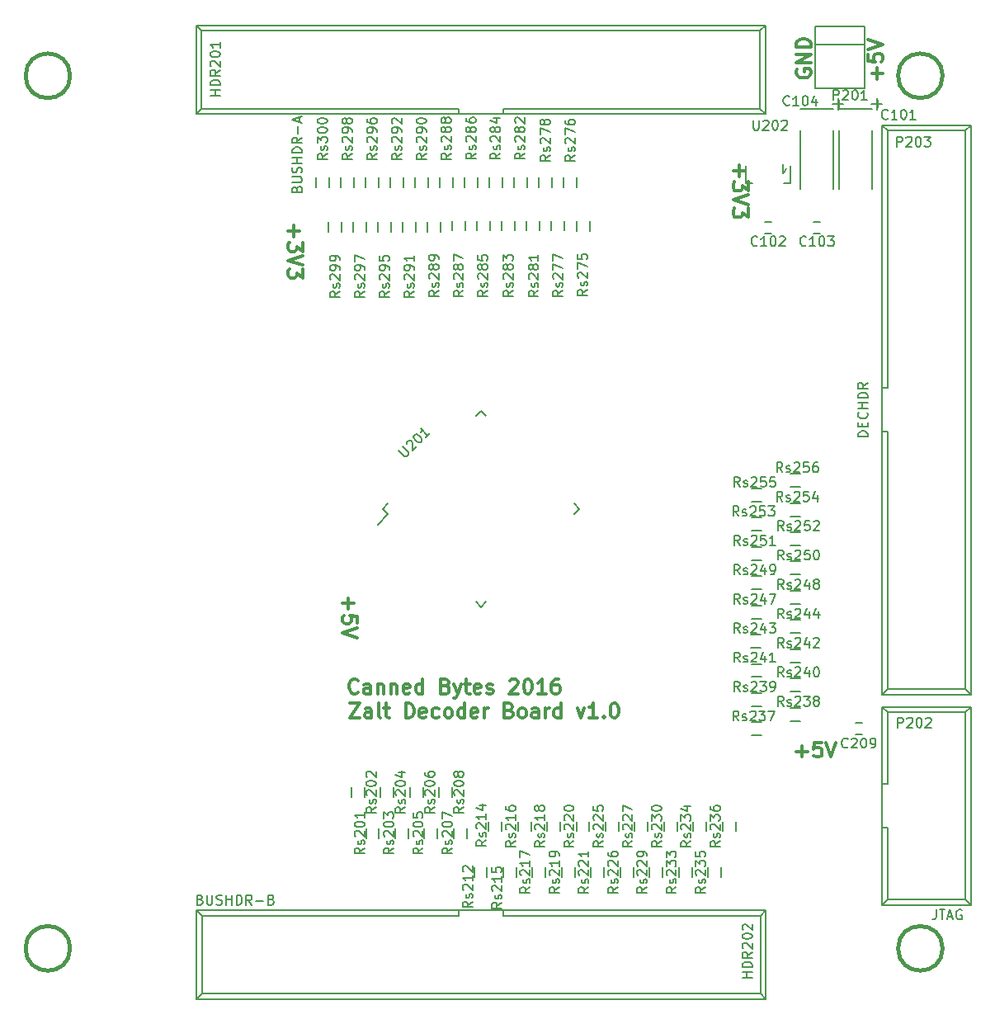
<source format=gto>
G04 #@! TF.FileFunction,Legend,Top*
%FSLAX46Y46*%
G04 Gerber Fmt 4.6, Leading zero omitted, Abs format (unit mm)*
G04 Created by KiCad (PCBNEW 4.0.2-stable) date 29-4-2016 14:39:48*
%MOMM*%
G01*
G04 APERTURE LIST*
%ADD10C,0.150000*%
%ADD11C,0.300000*%
%ADD12C,0.381000*%
G04 APERTURE END LIST*
D10*
D11*
X82433573Y-204093571D02*
X83433573Y-204093571D01*
X82433573Y-205593571D01*
X83433573Y-205593571D01*
X84647858Y-205593571D02*
X84647858Y-204807857D01*
X84576429Y-204665000D01*
X84433572Y-204593571D01*
X84147858Y-204593571D01*
X84005001Y-204665000D01*
X84647858Y-205522143D02*
X84505001Y-205593571D01*
X84147858Y-205593571D01*
X84005001Y-205522143D01*
X83933572Y-205379286D01*
X83933572Y-205236429D01*
X84005001Y-205093571D01*
X84147858Y-205022143D01*
X84505001Y-205022143D01*
X84647858Y-204950714D01*
X85576430Y-205593571D02*
X85433572Y-205522143D01*
X85362144Y-205379286D01*
X85362144Y-204093571D01*
X85933572Y-204593571D02*
X86505001Y-204593571D01*
X86147858Y-204093571D02*
X86147858Y-205379286D01*
X86219286Y-205522143D01*
X86362144Y-205593571D01*
X86505001Y-205593571D01*
X88147858Y-205593571D02*
X88147858Y-204093571D01*
X88505001Y-204093571D01*
X88719286Y-204165000D01*
X88862144Y-204307857D01*
X88933572Y-204450714D01*
X89005001Y-204736429D01*
X89005001Y-204950714D01*
X88933572Y-205236429D01*
X88862144Y-205379286D01*
X88719286Y-205522143D01*
X88505001Y-205593571D01*
X88147858Y-205593571D01*
X90219286Y-205522143D02*
X90076429Y-205593571D01*
X89790715Y-205593571D01*
X89647858Y-205522143D01*
X89576429Y-205379286D01*
X89576429Y-204807857D01*
X89647858Y-204665000D01*
X89790715Y-204593571D01*
X90076429Y-204593571D01*
X90219286Y-204665000D01*
X90290715Y-204807857D01*
X90290715Y-204950714D01*
X89576429Y-205093571D01*
X91576429Y-205522143D02*
X91433572Y-205593571D01*
X91147858Y-205593571D01*
X91005000Y-205522143D01*
X90933572Y-205450714D01*
X90862143Y-205307857D01*
X90862143Y-204879286D01*
X90933572Y-204736429D01*
X91005000Y-204665000D01*
X91147858Y-204593571D01*
X91433572Y-204593571D01*
X91576429Y-204665000D01*
X92433572Y-205593571D02*
X92290714Y-205522143D01*
X92219286Y-205450714D01*
X92147857Y-205307857D01*
X92147857Y-204879286D01*
X92219286Y-204736429D01*
X92290714Y-204665000D01*
X92433572Y-204593571D01*
X92647857Y-204593571D01*
X92790714Y-204665000D01*
X92862143Y-204736429D01*
X92933572Y-204879286D01*
X92933572Y-205307857D01*
X92862143Y-205450714D01*
X92790714Y-205522143D01*
X92647857Y-205593571D01*
X92433572Y-205593571D01*
X94219286Y-205593571D02*
X94219286Y-204093571D01*
X94219286Y-205522143D02*
X94076429Y-205593571D01*
X93790715Y-205593571D01*
X93647857Y-205522143D01*
X93576429Y-205450714D01*
X93505000Y-205307857D01*
X93505000Y-204879286D01*
X93576429Y-204736429D01*
X93647857Y-204665000D01*
X93790715Y-204593571D01*
X94076429Y-204593571D01*
X94219286Y-204665000D01*
X95505000Y-205522143D02*
X95362143Y-205593571D01*
X95076429Y-205593571D01*
X94933572Y-205522143D01*
X94862143Y-205379286D01*
X94862143Y-204807857D01*
X94933572Y-204665000D01*
X95076429Y-204593571D01*
X95362143Y-204593571D01*
X95505000Y-204665000D01*
X95576429Y-204807857D01*
X95576429Y-204950714D01*
X94862143Y-205093571D01*
X96219286Y-205593571D02*
X96219286Y-204593571D01*
X96219286Y-204879286D02*
X96290714Y-204736429D01*
X96362143Y-204665000D01*
X96505000Y-204593571D01*
X96647857Y-204593571D01*
X98790714Y-204807857D02*
X99005000Y-204879286D01*
X99076428Y-204950714D01*
X99147857Y-205093571D01*
X99147857Y-205307857D01*
X99076428Y-205450714D01*
X99005000Y-205522143D01*
X98862142Y-205593571D01*
X98290714Y-205593571D01*
X98290714Y-204093571D01*
X98790714Y-204093571D01*
X98933571Y-204165000D01*
X99005000Y-204236429D01*
X99076428Y-204379286D01*
X99076428Y-204522143D01*
X99005000Y-204665000D01*
X98933571Y-204736429D01*
X98790714Y-204807857D01*
X98290714Y-204807857D01*
X100005000Y-205593571D02*
X99862142Y-205522143D01*
X99790714Y-205450714D01*
X99719285Y-205307857D01*
X99719285Y-204879286D01*
X99790714Y-204736429D01*
X99862142Y-204665000D01*
X100005000Y-204593571D01*
X100219285Y-204593571D01*
X100362142Y-204665000D01*
X100433571Y-204736429D01*
X100505000Y-204879286D01*
X100505000Y-205307857D01*
X100433571Y-205450714D01*
X100362142Y-205522143D01*
X100219285Y-205593571D01*
X100005000Y-205593571D01*
X101790714Y-205593571D02*
X101790714Y-204807857D01*
X101719285Y-204665000D01*
X101576428Y-204593571D01*
X101290714Y-204593571D01*
X101147857Y-204665000D01*
X101790714Y-205522143D02*
X101647857Y-205593571D01*
X101290714Y-205593571D01*
X101147857Y-205522143D01*
X101076428Y-205379286D01*
X101076428Y-205236429D01*
X101147857Y-205093571D01*
X101290714Y-205022143D01*
X101647857Y-205022143D01*
X101790714Y-204950714D01*
X102505000Y-205593571D02*
X102505000Y-204593571D01*
X102505000Y-204879286D02*
X102576428Y-204736429D01*
X102647857Y-204665000D01*
X102790714Y-204593571D01*
X102933571Y-204593571D01*
X104076428Y-205593571D02*
X104076428Y-204093571D01*
X104076428Y-205522143D02*
X103933571Y-205593571D01*
X103647857Y-205593571D01*
X103504999Y-205522143D01*
X103433571Y-205450714D01*
X103362142Y-205307857D01*
X103362142Y-204879286D01*
X103433571Y-204736429D01*
X103504999Y-204665000D01*
X103647857Y-204593571D01*
X103933571Y-204593571D01*
X104076428Y-204665000D01*
X105790714Y-204593571D02*
X106147857Y-205593571D01*
X106504999Y-204593571D01*
X107862142Y-205593571D02*
X107004999Y-205593571D01*
X107433571Y-205593571D02*
X107433571Y-204093571D01*
X107290714Y-204307857D01*
X107147856Y-204450714D01*
X107004999Y-204522143D01*
X108504999Y-205450714D02*
X108576427Y-205522143D01*
X108504999Y-205593571D01*
X108433570Y-205522143D01*
X108504999Y-205450714D01*
X108504999Y-205593571D01*
X109504999Y-204093571D02*
X109647856Y-204093571D01*
X109790713Y-204165000D01*
X109862142Y-204236429D01*
X109933571Y-204379286D01*
X110004999Y-204665000D01*
X110004999Y-205022143D01*
X109933571Y-205307857D01*
X109862142Y-205450714D01*
X109790713Y-205522143D01*
X109647856Y-205593571D01*
X109504999Y-205593571D01*
X109362142Y-205522143D01*
X109290713Y-205450714D01*
X109219285Y-205307857D01*
X109147856Y-205022143D01*
X109147856Y-204665000D01*
X109219285Y-204379286D01*
X109290713Y-204236429D01*
X109362142Y-204165000D01*
X109504999Y-204093571D01*
X83262144Y-202950714D02*
X83190715Y-203022143D01*
X82976429Y-203093571D01*
X82833572Y-203093571D01*
X82619287Y-203022143D01*
X82476429Y-202879286D01*
X82405001Y-202736429D01*
X82333572Y-202450714D01*
X82333572Y-202236429D01*
X82405001Y-201950714D01*
X82476429Y-201807857D01*
X82619287Y-201665000D01*
X82833572Y-201593571D01*
X82976429Y-201593571D01*
X83190715Y-201665000D01*
X83262144Y-201736429D01*
X84547858Y-203093571D02*
X84547858Y-202307857D01*
X84476429Y-202165000D01*
X84333572Y-202093571D01*
X84047858Y-202093571D01*
X83905001Y-202165000D01*
X84547858Y-203022143D02*
X84405001Y-203093571D01*
X84047858Y-203093571D01*
X83905001Y-203022143D01*
X83833572Y-202879286D01*
X83833572Y-202736429D01*
X83905001Y-202593571D01*
X84047858Y-202522143D01*
X84405001Y-202522143D01*
X84547858Y-202450714D01*
X85262144Y-202093571D02*
X85262144Y-203093571D01*
X85262144Y-202236429D02*
X85333572Y-202165000D01*
X85476430Y-202093571D01*
X85690715Y-202093571D01*
X85833572Y-202165000D01*
X85905001Y-202307857D01*
X85905001Y-203093571D01*
X86619287Y-202093571D02*
X86619287Y-203093571D01*
X86619287Y-202236429D02*
X86690715Y-202165000D01*
X86833573Y-202093571D01*
X87047858Y-202093571D01*
X87190715Y-202165000D01*
X87262144Y-202307857D01*
X87262144Y-203093571D01*
X88547858Y-203022143D02*
X88405001Y-203093571D01*
X88119287Y-203093571D01*
X87976430Y-203022143D01*
X87905001Y-202879286D01*
X87905001Y-202307857D01*
X87976430Y-202165000D01*
X88119287Y-202093571D01*
X88405001Y-202093571D01*
X88547858Y-202165000D01*
X88619287Y-202307857D01*
X88619287Y-202450714D01*
X87905001Y-202593571D01*
X89905001Y-203093571D02*
X89905001Y-201593571D01*
X89905001Y-203022143D02*
X89762144Y-203093571D01*
X89476430Y-203093571D01*
X89333572Y-203022143D01*
X89262144Y-202950714D01*
X89190715Y-202807857D01*
X89190715Y-202379286D01*
X89262144Y-202236429D01*
X89333572Y-202165000D01*
X89476430Y-202093571D01*
X89762144Y-202093571D01*
X89905001Y-202165000D01*
X92262144Y-202307857D02*
X92476430Y-202379286D01*
X92547858Y-202450714D01*
X92619287Y-202593571D01*
X92619287Y-202807857D01*
X92547858Y-202950714D01*
X92476430Y-203022143D01*
X92333572Y-203093571D01*
X91762144Y-203093571D01*
X91762144Y-201593571D01*
X92262144Y-201593571D01*
X92405001Y-201665000D01*
X92476430Y-201736429D01*
X92547858Y-201879286D01*
X92547858Y-202022143D01*
X92476430Y-202165000D01*
X92405001Y-202236429D01*
X92262144Y-202307857D01*
X91762144Y-202307857D01*
X93119287Y-202093571D02*
X93476430Y-203093571D01*
X93833572Y-202093571D02*
X93476430Y-203093571D01*
X93333572Y-203450714D01*
X93262144Y-203522143D01*
X93119287Y-203593571D01*
X94190715Y-202093571D02*
X94762144Y-202093571D01*
X94405001Y-201593571D02*
X94405001Y-202879286D01*
X94476429Y-203022143D01*
X94619287Y-203093571D01*
X94762144Y-203093571D01*
X95833572Y-203022143D02*
X95690715Y-203093571D01*
X95405001Y-203093571D01*
X95262144Y-203022143D01*
X95190715Y-202879286D01*
X95190715Y-202307857D01*
X95262144Y-202165000D01*
X95405001Y-202093571D01*
X95690715Y-202093571D01*
X95833572Y-202165000D01*
X95905001Y-202307857D01*
X95905001Y-202450714D01*
X95190715Y-202593571D01*
X96476429Y-203022143D02*
X96619286Y-203093571D01*
X96905001Y-203093571D01*
X97047858Y-203022143D01*
X97119286Y-202879286D01*
X97119286Y-202807857D01*
X97047858Y-202665000D01*
X96905001Y-202593571D01*
X96690715Y-202593571D01*
X96547858Y-202522143D01*
X96476429Y-202379286D01*
X96476429Y-202307857D01*
X96547858Y-202165000D01*
X96690715Y-202093571D01*
X96905001Y-202093571D01*
X97047858Y-202165000D01*
X98833572Y-201736429D02*
X98905001Y-201665000D01*
X99047858Y-201593571D01*
X99405001Y-201593571D01*
X99547858Y-201665000D01*
X99619287Y-201736429D01*
X99690715Y-201879286D01*
X99690715Y-202022143D01*
X99619287Y-202236429D01*
X98762144Y-203093571D01*
X99690715Y-203093571D01*
X100619286Y-201593571D02*
X100762143Y-201593571D01*
X100905000Y-201665000D01*
X100976429Y-201736429D01*
X101047858Y-201879286D01*
X101119286Y-202165000D01*
X101119286Y-202522143D01*
X101047858Y-202807857D01*
X100976429Y-202950714D01*
X100905000Y-203022143D01*
X100762143Y-203093571D01*
X100619286Y-203093571D01*
X100476429Y-203022143D01*
X100405000Y-202950714D01*
X100333572Y-202807857D01*
X100262143Y-202522143D01*
X100262143Y-202165000D01*
X100333572Y-201879286D01*
X100405000Y-201736429D01*
X100476429Y-201665000D01*
X100619286Y-201593571D01*
X102547857Y-203093571D02*
X101690714Y-203093571D01*
X102119286Y-203093571D02*
X102119286Y-201593571D01*
X101976429Y-201807857D01*
X101833571Y-201950714D01*
X101690714Y-202022143D01*
X103833571Y-201593571D02*
X103547857Y-201593571D01*
X103405000Y-201665000D01*
X103333571Y-201736429D01*
X103190714Y-201950714D01*
X103119285Y-202236429D01*
X103119285Y-202807857D01*
X103190714Y-202950714D01*
X103262142Y-203022143D01*
X103405000Y-203093571D01*
X103690714Y-203093571D01*
X103833571Y-203022143D01*
X103905000Y-202950714D01*
X103976428Y-202807857D01*
X103976428Y-202450714D01*
X103905000Y-202307857D01*
X103833571Y-202236429D01*
X103690714Y-202165000D01*
X103405000Y-202165000D01*
X103262142Y-202236429D01*
X103190714Y-202307857D01*
X103119285Y-202450714D01*
X128305000Y-139057857D02*
X128233571Y-139200714D01*
X128233571Y-139415000D01*
X128305000Y-139629285D01*
X128447857Y-139772143D01*
X128590714Y-139843571D01*
X128876429Y-139915000D01*
X129090714Y-139915000D01*
X129376429Y-139843571D01*
X129519286Y-139772143D01*
X129662143Y-139629285D01*
X129733571Y-139415000D01*
X129733571Y-139272143D01*
X129662143Y-139057857D01*
X129590714Y-138986428D01*
X129090714Y-138986428D01*
X129090714Y-139272143D01*
X129733571Y-138343571D02*
X128233571Y-138343571D01*
X129733571Y-137486428D01*
X128233571Y-137486428D01*
X129733571Y-136772142D02*
X128233571Y-136772142D01*
X128233571Y-136414999D01*
X128305000Y-136200714D01*
X128447857Y-136057856D01*
X128590714Y-135986428D01*
X128876429Y-135914999D01*
X129090714Y-135914999D01*
X129376429Y-135986428D01*
X129519286Y-136057856D01*
X129662143Y-136200714D01*
X129733571Y-136414999D01*
X129733571Y-136772142D01*
X136562143Y-140043571D02*
X136562143Y-138900714D01*
X137133571Y-139472143D02*
X135990714Y-139472143D01*
X135633571Y-137472142D02*
X135633571Y-138186428D01*
X136347857Y-138257857D01*
X136276429Y-138186428D01*
X136205000Y-138043571D01*
X136205000Y-137686428D01*
X136276429Y-137543571D01*
X136347857Y-137472142D01*
X136490714Y-137400714D01*
X136847857Y-137400714D01*
X136990714Y-137472142D01*
X137062143Y-137543571D01*
X137133571Y-137686428D01*
X137133571Y-138043571D01*
X137062143Y-138186428D01*
X136990714Y-138257857D01*
X135633571Y-136972143D02*
X137133571Y-136472143D01*
X135633571Y-135972143D01*
X76647857Y-155072144D02*
X76647857Y-156215001D01*
X76076429Y-155643572D02*
X77219286Y-155643572D01*
X77576429Y-156786430D02*
X77576429Y-157715001D01*
X77005000Y-157215001D01*
X77005000Y-157429287D01*
X76933571Y-157572144D01*
X76862143Y-157643573D01*
X76719286Y-157715001D01*
X76362143Y-157715001D01*
X76219286Y-157643573D01*
X76147857Y-157572144D01*
X76076429Y-157429287D01*
X76076429Y-157000715D01*
X76147857Y-156857858D01*
X76219286Y-156786430D01*
X77576429Y-158143572D02*
X76076429Y-158643572D01*
X77576429Y-159143572D01*
X77576429Y-159500715D02*
X77576429Y-160429286D01*
X77005000Y-159929286D01*
X77005000Y-160143572D01*
X76933571Y-160286429D01*
X76862143Y-160357858D01*
X76719286Y-160429286D01*
X76362143Y-160429286D01*
X76219286Y-160357858D01*
X76147857Y-160286429D01*
X76076429Y-160143572D01*
X76076429Y-159715000D01*
X76147857Y-159572143D01*
X76219286Y-159500715D01*
X82247857Y-193286429D02*
X82247857Y-194429286D01*
X81676429Y-193857857D02*
X82819286Y-193857857D01*
X83176429Y-195857858D02*
X83176429Y-195143572D01*
X82462143Y-195072143D01*
X82533571Y-195143572D01*
X82605000Y-195286429D01*
X82605000Y-195643572D01*
X82533571Y-195786429D01*
X82462143Y-195857858D01*
X82319286Y-195929286D01*
X81962143Y-195929286D01*
X81819286Y-195857858D01*
X81747857Y-195786429D01*
X81676429Y-195643572D01*
X81676429Y-195286429D01*
X81747857Y-195143572D01*
X81819286Y-195072143D01*
X83176429Y-196357857D02*
X81676429Y-196857857D01*
X83176429Y-197357857D01*
X122347857Y-148872144D02*
X122347857Y-150015001D01*
X121776429Y-149443572D02*
X122919286Y-149443572D01*
X123276429Y-150586430D02*
X123276429Y-151515001D01*
X122705000Y-151015001D01*
X122705000Y-151229287D01*
X122633571Y-151372144D01*
X122562143Y-151443573D01*
X122419286Y-151515001D01*
X122062143Y-151515001D01*
X121919286Y-151443573D01*
X121847857Y-151372144D01*
X121776429Y-151229287D01*
X121776429Y-150800715D01*
X121847857Y-150657858D01*
X121919286Y-150586430D01*
X123276429Y-151943572D02*
X121776429Y-152443572D01*
X123276429Y-152943572D01*
X123276429Y-153300715D02*
X123276429Y-154229286D01*
X122705000Y-153729286D01*
X122705000Y-153943572D01*
X122633571Y-154086429D01*
X122562143Y-154157858D01*
X122419286Y-154229286D01*
X122062143Y-154229286D01*
X121919286Y-154157858D01*
X121847857Y-154086429D01*
X121776429Y-153943572D01*
X121776429Y-153515000D01*
X121847857Y-153372143D01*
X121919286Y-153300715D01*
X128246429Y-209022143D02*
X129389286Y-209022143D01*
X128817857Y-209593571D02*
X128817857Y-208450714D01*
X130817858Y-208093571D02*
X130103572Y-208093571D01*
X130032143Y-208807857D01*
X130103572Y-208736429D01*
X130246429Y-208665000D01*
X130603572Y-208665000D01*
X130746429Y-208736429D01*
X130817858Y-208807857D01*
X130889286Y-208950714D01*
X130889286Y-209307857D01*
X130817858Y-209450714D01*
X130746429Y-209522143D01*
X130603572Y-209593571D01*
X130246429Y-209593571D01*
X130103572Y-209522143D01*
X130032143Y-209450714D01*
X131317857Y-208093571D02*
X131817857Y-209593571D01*
X132317857Y-208093571D01*
D12*
X53721000Y-229235000D02*
G75*
G03X53721000Y-229235000I-2286000J0D01*
G01*
D10*
X125095000Y-234420000D02*
X66675000Y-234420000D01*
X124555000Y-233870000D02*
X67235000Y-233870000D01*
X125095000Y-225320000D02*
X66675000Y-225320000D01*
X124555000Y-225870000D02*
X98135000Y-225870000D01*
X93635000Y-225870000D02*
X67235000Y-225870000D01*
X98135000Y-225870000D02*
X98135000Y-225320000D01*
X93635000Y-225870000D02*
X93635000Y-225320000D01*
X125095000Y-234420000D02*
X125095000Y-225320000D01*
X124555000Y-233870000D02*
X124555000Y-225870000D01*
X66675000Y-234420000D02*
X66675000Y-225320000D01*
X67235000Y-233870000D02*
X67235000Y-225870000D01*
X125095000Y-234420000D02*
X124555000Y-233870000D01*
X66675000Y-234420000D02*
X67235000Y-233870000D01*
X125095000Y-225320000D02*
X124555000Y-225870000D01*
X66675000Y-225320000D02*
X67235000Y-225870000D01*
D12*
X143256000Y-139700000D02*
G75*
G03X143256000Y-139700000I-2286000J0D01*
G01*
X53721000Y-139700000D02*
G75*
G03X53721000Y-139700000I-2286000J0D01*
G01*
X143256000Y-229235000D02*
G75*
G03X143256000Y-229235000I-2286000J0D01*
G01*
D10*
X135255000Y-136525000D02*
X130175000Y-136525000D01*
X135255000Y-140970000D02*
X130175000Y-140970000D01*
X130175000Y-134620000D02*
X135255000Y-134620000D01*
X130175000Y-134620000D02*
X130175000Y-140970000D01*
X135255000Y-134620000D02*
X135255000Y-140970000D01*
X146155000Y-204470000D02*
X146155000Y-224790000D01*
X145605000Y-205010000D02*
X145605000Y-224230000D01*
X137055000Y-204470000D02*
X137055000Y-224790000D01*
X137605000Y-205010000D02*
X137605000Y-212380000D01*
X137605000Y-216880000D02*
X137605000Y-224230000D01*
X137605000Y-212380000D02*
X137055000Y-212380000D01*
X137605000Y-216880000D02*
X137055000Y-216880000D01*
X146155000Y-204470000D02*
X137055000Y-204470000D01*
X145605000Y-205010000D02*
X137605000Y-205010000D01*
X146155000Y-224790000D02*
X137055000Y-224790000D01*
X145605000Y-224230000D02*
X137605000Y-224230000D01*
X146155000Y-204470000D02*
X145605000Y-205010000D01*
X146155000Y-224790000D02*
X145605000Y-224230000D01*
X137055000Y-204470000D02*
X137605000Y-205010000D01*
X137055000Y-224790000D02*
X137605000Y-224230000D01*
X85808728Y-184150000D02*
X86346130Y-184687401D01*
X95885000Y-174073728D02*
X96422401Y-174611130D01*
X105961272Y-184150000D02*
X105423870Y-183612599D01*
X95885000Y-194226272D02*
X95347599Y-193688870D01*
X85808728Y-184150000D02*
X86346130Y-183612599D01*
X95885000Y-194226272D02*
X96422401Y-193688870D01*
X105961272Y-184150000D02*
X105423870Y-184687401D01*
X95885000Y-174073728D02*
X95347599Y-174611130D01*
X86346130Y-184687401D02*
X85267792Y-185765739D01*
X127254920Y-149214340D02*
X127006000Y-149514060D01*
X127006000Y-149514060D02*
X126904400Y-149663920D01*
X126904400Y-149663920D02*
X126904400Y-148815560D01*
X127605440Y-150715480D02*
X127605440Y-148914620D01*
X127605440Y-150715480D02*
X126955200Y-150715480D01*
X123104560Y-150715480D02*
X123104560Y-148914620D01*
X123104560Y-150715480D02*
X123754800Y-150715480D01*
X136054260Y-143064820D02*
X132655740Y-143064820D01*
X132655740Y-151314740D02*
X132655740Y-145315260D01*
X136054260Y-151314740D02*
X136054260Y-145315260D01*
X137057560Y-142561900D02*
X135957740Y-142561900D01*
X136557180Y-141962460D02*
X136557180Y-143161340D01*
X125005000Y-154715000D02*
X125705000Y-154715000D01*
X125705000Y-155915000D02*
X125005000Y-155915000D01*
X130005000Y-154715000D02*
X130705000Y-154715000D01*
X130705000Y-155915000D02*
X130005000Y-155915000D01*
X132054260Y-143064820D02*
X128655740Y-143064820D01*
X128655740Y-151314740D02*
X128655740Y-145315260D01*
X132054260Y-151314740D02*
X132054260Y-145315260D01*
X133057560Y-142561900D02*
X131957740Y-142561900D01*
X132557180Y-141962460D02*
X132557180Y-143161340D01*
X66675000Y-134515000D02*
X125095000Y-134515000D01*
X67215000Y-135065000D02*
X124535000Y-135065000D01*
X66675000Y-143615000D02*
X125095000Y-143615000D01*
X67215000Y-143065000D02*
X93635000Y-143065000D01*
X98135000Y-143065000D02*
X124535000Y-143065000D01*
X93635000Y-143065000D02*
X93635000Y-143615000D01*
X98135000Y-143065000D02*
X98135000Y-143615000D01*
X66675000Y-134515000D02*
X66675000Y-143615000D01*
X67215000Y-135065000D02*
X67215000Y-143065000D01*
X125095000Y-134515000D02*
X125095000Y-143615000D01*
X124535000Y-135065000D02*
X124535000Y-143065000D01*
X66675000Y-134515000D02*
X67215000Y-135065000D01*
X125095000Y-134515000D02*
X124535000Y-135065000D01*
X66675000Y-143615000D02*
X67215000Y-143065000D01*
X125095000Y-143615000D02*
X124535000Y-143065000D01*
X146155000Y-144780000D02*
X146155000Y-203200000D01*
X145605000Y-145320000D02*
X145605000Y-202640000D01*
X137055000Y-144780000D02*
X137055000Y-203200000D01*
X137605000Y-145320000D02*
X137605000Y-171740000D01*
X137605000Y-176240000D02*
X137605000Y-202640000D01*
X137605000Y-171740000D02*
X137055000Y-171740000D01*
X137605000Y-176240000D02*
X137055000Y-176240000D01*
X146155000Y-144780000D02*
X137055000Y-144780000D01*
X145605000Y-145320000D02*
X137605000Y-145320000D01*
X146155000Y-203200000D02*
X137055000Y-203200000D01*
X145605000Y-202640000D02*
X137605000Y-202640000D01*
X146155000Y-144780000D02*
X145605000Y-145320000D01*
X146155000Y-203200000D02*
X145605000Y-202640000D01*
X137055000Y-144780000D02*
X137605000Y-145320000D01*
X137055000Y-203200000D02*
X137605000Y-202640000D01*
X104450000Y-154575000D02*
X104450000Y-155575000D01*
X103100000Y-155575000D02*
X103100000Y-154575000D01*
X103180000Y-150130000D02*
X103180000Y-151130000D01*
X101830000Y-151130000D02*
X101830000Y-150130000D01*
X101910000Y-154575000D02*
X101910000Y-155575000D01*
X100560000Y-155575000D02*
X100560000Y-154575000D01*
X100640000Y-150130000D02*
X100640000Y-151130000D01*
X99290000Y-151130000D02*
X99290000Y-150130000D01*
X99370000Y-154575000D02*
X99370000Y-155575000D01*
X98020000Y-155575000D02*
X98020000Y-154575000D01*
X98100000Y-150130000D02*
X98100000Y-151130000D01*
X96750000Y-151130000D02*
X96750000Y-150130000D01*
X96830000Y-154575000D02*
X96830000Y-155575000D01*
X95480000Y-155575000D02*
X95480000Y-154575000D01*
X95560000Y-150130000D02*
X95560000Y-151130000D01*
X94210000Y-151130000D02*
X94210000Y-150130000D01*
X94290000Y-154575000D02*
X94290000Y-155575000D01*
X92940000Y-155575000D02*
X92940000Y-154575000D01*
X93020000Y-150130000D02*
X93020000Y-151130000D01*
X91670000Y-151130000D02*
X91670000Y-150130000D01*
X91750000Y-154710000D02*
X91750000Y-155710000D01*
X90400000Y-155710000D02*
X90400000Y-154710000D01*
X90480000Y-150130000D02*
X90480000Y-151130000D01*
X89130000Y-151130000D02*
X89130000Y-150130000D01*
X89210000Y-154710000D02*
X89210000Y-155710000D01*
X87860000Y-155710000D02*
X87860000Y-154710000D01*
X87940000Y-150130000D02*
X87940000Y-151130000D01*
X86590000Y-151130000D02*
X86590000Y-150130000D01*
X86670000Y-154710000D02*
X86670000Y-155710000D01*
X85320000Y-155710000D02*
X85320000Y-154710000D01*
X85400000Y-150130000D02*
X85400000Y-151130000D01*
X84050000Y-151130000D02*
X84050000Y-150130000D01*
X84130000Y-154710000D02*
X84130000Y-155710000D01*
X82780000Y-155710000D02*
X82780000Y-154710000D01*
X82860000Y-150130000D02*
X82860000Y-151130000D01*
X81510000Y-151130000D02*
X81510000Y-150130000D01*
X81590000Y-154710000D02*
X81590000Y-155710000D01*
X80240000Y-155710000D02*
X80240000Y-154710000D01*
X80320000Y-150130000D02*
X80320000Y-151130000D01*
X78970000Y-151130000D02*
X78970000Y-150130000D01*
X124655000Y-207390000D02*
X123655000Y-207390000D01*
X123655000Y-206040000D02*
X124655000Y-206040000D01*
X128655000Y-205890000D02*
X127655000Y-205890000D01*
X127655000Y-204540000D02*
X128655000Y-204540000D01*
X124655000Y-204390000D02*
X123655000Y-204390000D01*
X123655000Y-203040000D02*
X124655000Y-203040000D01*
X128655000Y-202890000D02*
X127655000Y-202890000D01*
X127655000Y-201540000D02*
X128655000Y-201540000D01*
X124655000Y-201390000D02*
X123655000Y-201390000D01*
X123655000Y-200040000D02*
X124655000Y-200040000D01*
X128655000Y-199890000D02*
X127655000Y-199890000D01*
X127655000Y-198540000D02*
X128655000Y-198540000D01*
X124555000Y-198390000D02*
X123555000Y-198390000D01*
X123555000Y-197040000D02*
X124555000Y-197040000D01*
X128655000Y-196890000D02*
X127655000Y-196890000D01*
X127655000Y-195540000D02*
X128655000Y-195540000D01*
X124655000Y-195390000D02*
X123655000Y-195390000D01*
X123655000Y-194040000D02*
X124655000Y-194040000D01*
X128655000Y-193890000D02*
X127655000Y-193890000D01*
X127655000Y-192540000D02*
X128655000Y-192540000D01*
X124655000Y-192390000D02*
X123655000Y-192390000D01*
X123655000Y-191040000D02*
X124655000Y-191040000D01*
X128655000Y-190890000D02*
X127655000Y-190890000D01*
X127655000Y-189540000D02*
X128655000Y-189540000D01*
X124655000Y-189390000D02*
X123655000Y-189390000D01*
X123655000Y-188040000D02*
X124655000Y-188040000D01*
X127655000Y-186540000D02*
X128655000Y-186540000D01*
X128655000Y-187890000D02*
X127655000Y-187890000D01*
X123655000Y-185040000D02*
X124655000Y-185040000D01*
X124655000Y-186390000D02*
X123655000Y-186390000D01*
X127655000Y-183540000D02*
X128655000Y-183540000D01*
X128655000Y-184890000D02*
X127655000Y-184890000D01*
X123655000Y-182040000D02*
X124655000Y-182040000D01*
X124655000Y-183390000D02*
X123655000Y-183390000D01*
X127655000Y-180540000D02*
X128655000Y-180540000D01*
X128655000Y-181890000D02*
X127655000Y-181890000D01*
X82580000Y-213715000D02*
X82580000Y-212715000D01*
X83930000Y-212715000D02*
X83930000Y-213715000D01*
X85430000Y-216915000D02*
X85430000Y-217915000D01*
X84080000Y-217915000D02*
X84080000Y-216915000D01*
X86930000Y-212715000D02*
X86930000Y-213715000D01*
X85580000Y-213715000D02*
X85580000Y-212715000D01*
X88430000Y-216915000D02*
X88430000Y-217915000D01*
X87080000Y-217915000D02*
X87080000Y-216915000D01*
X89930000Y-212715000D02*
X89930000Y-213715000D01*
X88580000Y-213715000D02*
X88580000Y-212715000D01*
X91430000Y-216915000D02*
X91430000Y-217915000D01*
X90080000Y-217915000D02*
X90080000Y-216915000D01*
X92930000Y-212715000D02*
X92930000Y-213715000D01*
X91580000Y-213715000D02*
X91580000Y-212715000D01*
X94430000Y-216915000D02*
X94430000Y-217915000D01*
X93080000Y-217915000D02*
X93080000Y-216915000D01*
X96520000Y-220915000D02*
X96520000Y-221915000D01*
X95170000Y-221915000D02*
X95170000Y-220915000D01*
X98020000Y-216215000D02*
X98020000Y-217215000D01*
X96670000Y-217215000D02*
X96670000Y-216215000D01*
X99520000Y-220915000D02*
X99520000Y-221915000D01*
X98170000Y-221915000D02*
X98170000Y-220915000D01*
X101020000Y-216215000D02*
X101020000Y-217215000D01*
X99670000Y-217215000D02*
X99670000Y-216215000D01*
X102520000Y-220915000D02*
X102520000Y-221915000D01*
X101170000Y-221915000D02*
X101170000Y-220915000D01*
X104020000Y-216215000D02*
X104020000Y-217215000D01*
X102670000Y-217215000D02*
X102670000Y-216215000D01*
X105520000Y-220915000D02*
X105520000Y-221915000D01*
X104170000Y-221915000D02*
X104170000Y-220915000D01*
X107020000Y-216215000D02*
X107020000Y-217215000D01*
X105670000Y-217215000D02*
X105670000Y-216215000D01*
X108520000Y-220915000D02*
X108520000Y-221915000D01*
X107170000Y-221915000D02*
X107170000Y-220915000D01*
X110020000Y-216215000D02*
X110020000Y-217215000D01*
X108670000Y-217215000D02*
X108670000Y-216215000D01*
X111520000Y-220915000D02*
X111520000Y-221915000D01*
X110170000Y-221915000D02*
X110170000Y-220915000D01*
X113020000Y-216215000D02*
X113020000Y-217215000D01*
X111670000Y-217215000D02*
X111670000Y-216215000D01*
X113170000Y-221915000D02*
X113170000Y-220915000D01*
X114520000Y-220915000D02*
X114520000Y-221915000D01*
X114670000Y-217215000D02*
X114670000Y-216215000D01*
X116020000Y-216215000D02*
X116020000Y-217215000D01*
X116170000Y-221915000D02*
X116170000Y-220915000D01*
X117520000Y-220915000D02*
X117520000Y-221915000D01*
X117670000Y-217215000D02*
X117670000Y-216215000D01*
X119020000Y-216215000D02*
X119020000Y-217215000D01*
X119170000Y-221915000D02*
X119170000Y-220915000D01*
X120520000Y-220915000D02*
X120520000Y-221915000D01*
X120670000Y-217215000D02*
X120670000Y-216215000D01*
X122020000Y-216215000D02*
X122020000Y-217215000D01*
X105680000Y-155615000D02*
X105680000Y-154615000D01*
X107030000Y-154615000D02*
X107030000Y-155615000D01*
X104380000Y-151115000D02*
X104380000Y-150115000D01*
X105730000Y-150115000D02*
X105730000Y-151115000D01*
X134305000Y-206115000D02*
X135005000Y-206115000D01*
X135005000Y-207315000D02*
X134305000Y-207315000D01*
X123707381Y-232229286D02*
X122707381Y-232229286D01*
X123183571Y-232229286D02*
X123183571Y-231657857D01*
X123707381Y-231657857D02*
X122707381Y-231657857D01*
X123707381Y-231181667D02*
X122707381Y-231181667D01*
X122707381Y-230943572D01*
X122755000Y-230800714D01*
X122850238Y-230705476D01*
X122945476Y-230657857D01*
X123135952Y-230610238D01*
X123278810Y-230610238D01*
X123469286Y-230657857D01*
X123564524Y-230705476D01*
X123659762Y-230800714D01*
X123707381Y-230943572D01*
X123707381Y-231181667D01*
X123707381Y-229610238D02*
X123231190Y-229943572D01*
X123707381Y-230181667D02*
X122707381Y-230181667D01*
X122707381Y-229800714D01*
X122755000Y-229705476D01*
X122802619Y-229657857D01*
X122897857Y-229610238D01*
X123040714Y-229610238D01*
X123135952Y-229657857D01*
X123183571Y-229705476D01*
X123231190Y-229800714D01*
X123231190Y-230181667D01*
X122802619Y-229229286D02*
X122755000Y-229181667D01*
X122707381Y-229086429D01*
X122707381Y-228848333D01*
X122755000Y-228753095D01*
X122802619Y-228705476D01*
X122897857Y-228657857D01*
X122993095Y-228657857D01*
X123135952Y-228705476D01*
X123707381Y-229276905D01*
X123707381Y-228657857D01*
X122707381Y-228038810D02*
X122707381Y-227943571D01*
X122755000Y-227848333D01*
X122802619Y-227800714D01*
X122897857Y-227753095D01*
X123088333Y-227705476D01*
X123326429Y-227705476D01*
X123516905Y-227753095D01*
X123612143Y-227800714D01*
X123659762Y-227848333D01*
X123707381Y-227943571D01*
X123707381Y-228038810D01*
X123659762Y-228134048D01*
X123612143Y-228181667D01*
X123516905Y-228229286D01*
X123326429Y-228276905D01*
X123088333Y-228276905D01*
X122897857Y-228229286D01*
X122802619Y-228181667D01*
X122755000Y-228134048D01*
X122707381Y-228038810D01*
X122802619Y-227324524D02*
X122755000Y-227276905D01*
X122707381Y-227181667D01*
X122707381Y-226943571D01*
X122755000Y-226848333D01*
X122802619Y-226800714D01*
X122897857Y-226753095D01*
X122993095Y-226753095D01*
X123135952Y-226800714D01*
X123707381Y-227372143D01*
X123707381Y-226753095D01*
X67083572Y-224243571D02*
X67226429Y-224291190D01*
X67274048Y-224338810D01*
X67321667Y-224434048D01*
X67321667Y-224576905D01*
X67274048Y-224672143D01*
X67226429Y-224719762D01*
X67131191Y-224767381D01*
X66750238Y-224767381D01*
X66750238Y-223767381D01*
X67083572Y-223767381D01*
X67178810Y-223815000D01*
X67226429Y-223862619D01*
X67274048Y-223957857D01*
X67274048Y-224053095D01*
X67226429Y-224148333D01*
X67178810Y-224195952D01*
X67083572Y-224243571D01*
X66750238Y-224243571D01*
X67750238Y-223767381D02*
X67750238Y-224576905D01*
X67797857Y-224672143D01*
X67845476Y-224719762D01*
X67940714Y-224767381D01*
X68131191Y-224767381D01*
X68226429Y-224719762D01*
X68274048Y-224672143D01*
X68321667Y-224576905D01*
X68321667Y-223767381D01*
X68750238Y-224719762D02*
X68893095Y-224767381D01*
X69131191Y-224767381D01*
X69226429Y-224719762D01*
X69274048Y-224672143D01*
X69321667Y-224576905D01*
X69321667Y-224481667D01*
X69274048Y-224386429D01*
X69226429Y-224338810D01*
X69131191Y-224291190D01*
X68940714Y-224243571D01*
X68845476Y-224195952D01*
X68797857Y-224148333D01*
X68750238Y-224053095D01*
X68750238Y-223957857D01*
X68797857Y-223862619D01*
X68845476Y-223815000D01*
X68940714Y-223767381D01*
X69178810Y-223767381D01*
X69321667Y-223815000D01*
X69750238Y-224767381D02*
X69750238Y-223767381D01*
X69750238Y-224243571D02*
X70321667Y-224243571D01*
X70321667Y-224767381D02*
X70321667Y-223767381D01*
X70797857Y-224767381D02*
X70797857Y-223767381D01*
X71035952Y-223767381D01*
X71178810Y-223815000D01*
X71274048Y-223910238D01*
X71321667Y-224005476D01*
X71369286Y-224195952D01*
X71369286Y-224338810D01*
X71321667Y-224529286D01*
X71274048Y-224624524D01*
X71178810Y-224719762D01*
X71035952Y-224767381D01*
X70797857Y-224767381D01*
X72369286Y-224767381D02*
X72035952Y-224291190D01*
X71797857Y-224767381D02*
X71797857Y-223767381D01*
X72178810Y-223767381D01*
X72274048Y-223815000D01*
X72321667Y-223862619D01*
X72369286Y-223957857D01*
X72369286Y-224100714D01*
X72321667Y-224195952D01*
X72274048Y-224243571D01*
X72178810Y-224291190D01*
X71797857Y-224291190D01*
X72797857Y-224386429D02*
X73559762Y-224386429D01*
X74369286Y-224243571D02*
X74512143Y-224291190D01*
X74559762Y-224338810D01*
X74607381Y-224434048D01*
X74607381Y-224576905D01*
X74559762Y-224672143D01*
X74512143Y-224719762D01*
X74416905Y-224767381D01*
X74035952Y-224767381D01*
X74035952Y-223767381D01*
X74369286Y-223767381D01*
X74464524Y-223815000D01*
X74512143Y-223862619D01*
X74559762Y-223957857D01*
X74559762Y-224053095D01*
X74512143Y-224148333D01*
X74464524Y-224195952D01*
X74369286Y-224243571D01*
X74035952Y-224243571D01*
X132064524Y-142167381D02*
X132064524Y-141167381D01*
X132445477Y-141167381D01*
X132540715Y-141215000D01*
X132588334Y-141262619D01*
X132635953Y-141357857D01*
X132635953Y-141500714D01*
X132588334Y-141595952D01*
X132540715Y-141643571D01*
X132445477Y-141691190D01*
X132064524Y-141691190D01*
X133016905Y-141262619D02*
X133064524Y-141215000D01*
X133159762Y-141167381D01*
X133397858Y-141167381D01*
X133493096Y-141215000D01*
X133540715Y-141262619D01*
X133588334Y-141357857D01*
X133588334Y-141453095D01*
X133540715Y-141595952D01*
X132969286Y-142167381D01*
X133588334Y-142167381D01*
X134207381Y-141167381D02*
X134302620Y-141167381D01*
X134397858Y-141215000D01*
X134445477Y-141262619D01*
X134493096Y-141357857D01*
X134540715Y-141548333D01*
X134540715Y-141786429D01*
X134493096Y-141976905D01*
X134445477Y-142072143D01*
X134397858Y-142119762D01*
X134302620Y-142167381D01*
X134207381Y-142167381D01*
X134112143Y-142119762D01*
X134064524Y-142072143D01*
X134016905Y-141976905D01*
X133969286Y-141786429D01*
X133969286Y-141548333D01*
X134016905Y-141357857D01*
X134064524Y-141262619D01*
X134112143Y-141215000D01*
X134207381Y-141167381D01*
X135493096Y-142167381D02*
X134921667Y-142167381D01*
X135207381Y-142167381D02*
X135207381Y-141167381D01*
X135112143Y-141310238D01*
X135016905Y-141405476D01*
X134921667Y-141453095D01*
X138664524Y-206567381D02*
X138664524Y-205567381D01*
X139045477Y-205567381D01*
X139140715Y-205615000D01*
X139188334Y-205662619D01*
X139235953Y-205757857D01*
X139235953Y-205900714D01*
X139188334Y-205995952D01*
X139140715Y-206043571D01*
X139045477Y-206091190D01*
X138664524Y-206091190D01*
X139616905Y-205662619D02*
X139664524Y-205615000D01*
X139759762Y-205567381D01*
X139997858Y-205567381D01*
X140093096Y-205615000D01*
X140140715Y-205662619D01*
X140188334Y-205757857D01*
X140188334Y-205853095D01*
X140140715Y-205995952D01*
X139569286Y-206567381D01*
X140188334Y-206567381D01*
X140807381Y-205567381D02*
X140902620Y-205567381D01*
X140997858Y-205615000D01*
X141045477Y-205662619D01*
X141093096Y-205757857D01*
X141140715Y-205948333D01*
X141140715Y-206186429D01*
X141093096Y-206376905D01*
X141045477Y-206472143D01*
X140997858Y-206519762D01*
X140902620Y-206567381D01*
X140807381Y-206567381D01*
X140712143Y-206519762D01*
X140664524Y-206472143D01*
X140616905Y-206376905D01*
X140569286Y-206186429D01*
X140569286Y-205948333D01*
X140616905Y-205757857D01*
X140664524Y-205662619D01*
X140712143Y-205615000D01*
X140807381Y-205567381D01*
X141521667Y-205662619D02*
X141569286Y-205615000D01*
X141664524Y-205567381D01*
X141902620Y-205567381D01*
X141997858Y-205615000D01*
X142045477Y-205662619D01*
X142093096Y-205757857D01*
X142093096Y-205853095D01*
X142045477Y-205995952D01*
X141474048Y-206567381D01*
X142093096Y-206567381D01*
X142588334Y-225267381D02*
X142588334Y-225981667D01*
X142540714Y-226124524D01*
X142445476Y-226219762D01*
X142302619Y-226267381D01*
X142207381Y-226267381D01*
X142921667Y-225267381D02*
X143493096Y-225267381D01*
X143207381Y-226267381D02*
X143207381Y-225267381D01*
X143778810Y-225981667D02*
X144255001Y-225981667D01*
X143683572Y-226267381D02*
X144016905Y-225267381D01*
X144350239Y-226267381D01*
X145207382Y-225315000D02*
X145112144Y-225267381D01*
X144969287Y-225267381D01*
X144826429Y-225315000D01*
X144731191Y-225410238D01*
X144683572Y-225505476D01*
X144635953Y-225695952D01*
X144635953Y-225838810D01*
X144683572Y-226029286D01*
X144731191Y-226124524D01*
X144826429Y-226219762D01*
X144969287Y-226267381D01*
X145064525Y-226267381D01*
X145207382Y-226219762D01*
X145255001Y-226172143D01*
X145255001Y-225838810D01*
X145064525Y-225838810D01*
X87462012Y-178151378D02*
X88034432Y-178723798D01*
X88135447Y-178757470D01*
X88202790Y-178757470D01*
X88303805Y-178723798D01*
X88438493Y-178589110D01*
X88472165Y-178488095D01*
X88472165Y-178420752D01*
X88438493Y-178319737D01*
X87866073Y-177747317D01*
X88236462Y-177511615D02*
X88236462Y-177444271D01*
X88270134Y-177343256D01*
X88438493Y-177174897D01*
X88539508Y-177141225D01*
X88606851Y-177141225D01*
X88707867Y-177174897D01*
X88775210Y-177242240D01*
X88842553Y-177376927D01*
X88842553Y-178185050D01*
X89280287Y-177747317D01*
X89010912Y-176602478D02*
X89078256Y-176535134D01*
X89179271Y-176501462D01*
X89246615Y-176501462D01*
X89347630Y-176535134D01*
X89515989Y-176636149D01*
X89684348Y-176804508D01*
X89785363Y-176972867D01*
X89819035Y-177073882D01*
X89819035Y-177141225D01*
X89785363Y-177242240D01*
X89718019Y-177309584D01*
X89617004Y-177343256D01*
X89549660Y-177343256D01*
X89448645Y-177309584D01*
X89280287Y-177208569D01*
X89111927Y-177040210D01*
X89010912Y-176871851D01*
X88977240Y-176770836D01*
X88977240Y-176703493D01*
X89010912Y-176602478D01*
X90627157Y-176400447D02*
X90223095Y-176804508D01*
X90425126Y-176602478D02*
X89718019Y-175895371D01*
X89751691Y-176063730D01*
X89751691Y-176198416D01*
X89718019Y-176299432D01*
X123840714Y-144267381D02*
X123840714Y-145076905D01*
X123888333Y-145172143D01*
X123935952Y-145219762D01*
X124031190Y-145267381D01*
X124221667Y-145267381D01*
X124316905Y-145219762D01*
X124364524Y-145172143D01*
X124412143Y-145076905D01*
X124412143Y-144267381D01*
X124840714Y-144362619D02*
X124888333Y-144315000D01*
X124983571Y-144267381D01*
X125221667Y-144267381D01*
X125316905Y-144315000D01*
X125364524Y-144362619D01*
X125412143Y-144457857D01*
X125412143Y-144553095D01*
X125364524Y-144695952D01*
X124793095Y-145267381D01*
X125412143Y-145267381D01*
X126031190Y-144267381D02*
X126126429Y-144267381D01*
X126221667Y-144315000D01*
X126269286Y-144362619D01*
X126316905Y-144457857D01*
X126364524Y-144648333D01*
X126364524Y-144886429D01*
X126316905Y-145076905D01*
X126269286Y-145172143D01*
X126221667Y-145219762D01*
X126126429Y-145267381D01*
X126031190Y-145267381D01*
X125935952Y-145219762D01*
X125888333Y-145172143D01*
X125840714Y-145076905D01*
X125793095Y-144886429D01*
X125793095Y-144648333D01*
X125840714Y-144457857D01*
X125888333Y-144362619D01*
X125935952Y-144315000D01*
X126031190Y-144267381D01*
X126745476Y-144362619D02*
X126793095Y-144315000D01*
X126888333Y-144267381D01*
X127126429Y-144267381D01*
X127221667Y-144315000D01*
X127269286Y-144362619D01*
X127316905Y-144457857D01*
X127316905Y-144553095D01*
X127269286Y-144695952D01*
X126697857Y-145267381D01*
X127316905Y-145267381D01*
X137635953Y-144072143D02*
X137588334Y-144119762D01*
X137445477Y-144167381D01*
X137350239Y-144167381D01*
X137207381Y-144119762D01*
X137112143Y-144024524D01*
X137064524Y-143929286D01*
X137016905Y-143738810D01*
X137016905Y-143595952D01*
X137064524Y-143405476D01*
X137112143Y-143310238D01*
X137207381Y-143215000D01*
X137350239Y-143167381D01*
X137445477Y-143167381D01*
X137588334Y-143215000D01*
X137635953Y-143262619D01*
X138588334Y-144167381D02*
X138016905Y-144167381D01*
X138302619Y-144167381D02*
X138302619Y-143167381D01*
X138207381Y-143310238D01*
X138112143Y-143405476D01*
X138016905Y-143453095D01*
X139207381Y-143167381D02*
X139302620Y-143167381D01*
X139397858Y-143215000D01*
X139445477Y-143262619D01*
X139493096Y-143357857D01*
X139540715Y-143548333D01*
X139540715Y-143786429D01*
X139493096Y-143976905D01*
X139445477Y-144072143D01*
X139397858Y-144119762D01*
X139302620Y-144167381D01*
X139207381Y-144167381D01*
X139112143Y-144119762D01*
X139064524Y-144072143D01*
X139016905Y-143976905D01*
X138969286Y-143786429D01*
X138969286Y-143548333D01*
X139016905Y-143357857D01*
X139064524Y-143262619D01*
X139112143Y-143215000D01*
X139207381Y-143167381D01*
X140493096Y-144167381D02*
X139921667Y-144167381D01*
X140207381Y-144167381D02*
X140207381Y-143167381D01*
X140112143Y-143310238D01*
X140016905Y-143405476D01*
X139921667Y-143453095D01*
X136626069Y-142945392D02*
X136626069Y-142183487D01*
X137007021Y-142564439D02*
X136245116Y-142564439D01*
X124235953Y-157072143D02*
X124188334Y-157119762D01*
X124045477Y-157167381D01*
X123950239Y-157167381D01*
X123807381Y-157119762D01*
X123712143Y-157024524D01*
X123664524Y-156929286D01*
X123616905Y-156738810D01*
X123616905Y-156595952D01*
X123664524Y-156405476D01*
X123712143Y-156310238D01*
X123807381Y-156215000D01*
X123950239Y-156167381D01*
X124045477Y-156167381D01*
X124188334Y-156215000D01*
X124235953Y-156262619D01*
X125188334Y-157167381D02*
X124616905Y-157167381D01*
X124902619Y-157167381D02*
X124902619Y-156167381D01*
X124807381Y-156310238D01*
X124712143Y-156405476D01*
X124616905Y-156453095D01*
X125807381Y-156167381D02*
X125902620Y-156167381D01*
X125997858Y-156215000D01*
X126045477Y-156262619D01*
X126093096Y-156357857D01*
X126140715Y-156548333D01*
X126140715Y-156786429D01*
X126093096Y-156976905D01*
X126045477Y-157072143D01*
X125997858Y-157119762D01*
X125902620Y-157167381D01*
X125807381Y-157167381D01*
X125712143Y-157119762D01*
X125664524Y-157072143D01*
X125616905Y-156976905D01*
X125569286Y-156786429D01*
X125569286Y-156548333D01*
X125616905Y-156357857D01*
X125664524Y-156262619D01*
X125712143Y-156215000D01*
X125807381Y-156167381D01*
X126521667Y-156262619D02*
X126569286Y-156215000D01*
X126664524Y-156167381D01*
X126902620Y-156167381D01*
X126997858Y-156215000D01*
X127045477Y-156262619D01*
X127093096Y-156357857D01*
X127093096Y-156453095D01*
X127045477Y-156595952D01*
X126474048Y-157167381D01*
X127093096Y-157167381D01*
X129235953Y-157072143D02*
X129188334Y-157119762D01*
X129045477Y-157167381D01*
X128950239Y-157167381D01*
X128807381Y-157119762D01*
X128712143Y-157024524D01*
X128664524Y-156929286D01*
X128616905Y-156738810D01*
X128616905Y-156595952D01*
X128664524Y-156405476D01*
X128712143Y-156310238D01*
X128807381Y-156215000D01*
X128950239Y-156167381D01*
X129045477Y-156167381D01*
X129188334Y-156215000D01*
X129235953Y-156262619D01*
X130188334Y-157167381D02*
X129616905Y-157167381D01*
X129902619Y-157167381D02*
X129902619Y-156167381D01*
X129807381Y-156310238D01*
X129712143Y-156405476D01*
X129616905Y-156453095D01*
X130807381Y-156167381D02*
X130902620Y-156167381D01*
X130997858Y-156215000D01*
X131045477Y-156262619D01*
X131093096Y-156357857D01*
X131140715Y-156548333D01*
X131140715Y-156786429D01*
X131093096Y-156976905D01*
X131045477Y-157072143D01*
X130997858Y-157119762D01*
X130902620Y-157167381D01*
X130807381Y-157167381D01*
X130712143Y-157119762D01*
X130664524Y-157072143D01*
X130616905Y-156976905D01*
X130569286Y-156786429D01*
X130569286Y-156548333D01*
X130616905Y-156357857D01*
X130664524Y-156262619D01*
X130712143Y-156215000D01*
X130807381Y-156167381D01*
X131474048Y-156167381D02*
X132093096Y-156167381D01*
X131759762Y-156548333D01*
X131902620Y-156548333D01*
X131997858Y-156595952D01*
X132045477Y-156643571D01*
X132093096Y-156738810D01*
X132093096Y-156976905D01*
X132045477Y-157072143D01*
X131997858Y-157119762D01*
X131902620Y-157167381D01*
X131616905Y-157167381D01*
X131521667Y-157119762D01*
X131474048Y-157072143D01*
X127535953Y-142672143D02*
X127488334Y-142719762D01*
X127345477Y-142767381D01*
X127250239Y-142767381D01*
X127107381Y-142719762D01*
X127012143Y-142624524D01*
X126964524Y-142529286D01*
X126916905Y-142338810D01*
X126916905Y-142195952D01*
X126964524Y-142005476D01*
X127012143Y-141910238D01*
X127107381Y-141815000D01*
X127250239Y-141767381D01*
X127345477Y-141767381D01*
X127488334Y-141815000D01*
X127535953Y-141862619D01*
X128488334Y-142767381D02*
X127916905Y-142767381D01*
X128202619Y-142767381D02*
X128202619Y-141767381D01*
X128107381Y-141910238D01*
X128012143Y-142005476D01*
X127916905Y-142053095D01*
X129107381Y-141767381D02*
X129202620Y-141767381D01*
X129297858Y-141815000D01*
X129345477Y-141862619D01*
X129393096Y-141957857D01*
X129440715Y-142148333D01*
X129440715Y-142386429D01*
X129393096Y-142576905D01*
X129345477Y-142672143D01*
X129297858Y-142719762D01*
X129202620Y-142767381D01*
X129107381Y-142767381D01*
X129012143Y-142719762D01*
X128964524Y-142672143D01*
X128916905Y-142576905D01*
X128869286Y-142386429D01*
X128869286Y-142148333D01*
X128916905Y-141957857D01*
X128964524Y-141862619D01*
X129012143Y-141815000D01*
X129107381Y-141767381D01*
X130297858Y-142100714D02*
X130297858Y-142767381D01*
X130059762Y-141719762D02*
X129821667Y-142434048D01*
X130440715Y-142434048D01*
X132626069Y-142945392D02*
X132626069Y-142183487D01*
X133007021Y-142564439D02*
X132245116Y-142564439D01*
X69107381Y-141729286D02*
X68107381Y-141729286D01*
X68583571Y-141729286D02*
X68583571Y-141157857D01*
X69107381Y-141157857D02*
X68107381Y-141157857D01*
X69107381Y-140681667D02*
X68107381Y-140681667D01*
X68107381Y-140443572D01*
X68155000Y-140300714D01*
X68250238Y-140205476D01*
X68345476Y-140157857D01*
X68535952Y-140110238D01*
X68678810Y-140110238D01*
X68869286Y-140157857D01*
X68964524Y-140205476D01*
X69059762Y-140300714D01*
X69107381Y-140443572D01*
X69107381Y-140681667D01*
X69107381Y-139110238D02*
X68631190Y-139443572D01*
X69107381Y-139681667D02*
X68107381Y-139681667D01*
X68107381Y-139300714D01*
X68155000Y-139205476D01*
X68202619Y-139157857D01*
X68297857Y-139110238D01*
X68440714Y-139110238D01*
X68535952Y-139157857D01*
X68583571Y-139205476D01*
X68631190Y-139300714D01*
X68631190Y-139681667D01*
X68202619Y-138729286D02*
X68155000Y-138681667D01*
X68107381Y-138586429D01*
X68107381Y-138348333D01*
X68155000Y-138253095D01*
X68202619Y-138205476D01*
X68297857Y-138157857D01*
X68393095Y-138157857D01*
X68535952Y-138205476D01*
X69107381Y-138776905D01*
X69107381Y-138157857D01*
X68107381Y-137538810D02*
X68107381Y-137443571D01*
X68155000Y-137348333D01*
X68202619Y-137300714D01*
X68297857Y-137253095D01*
X68488333Y-137205476D01*
X68726429Y-137205476D01*
X68916905Y-137253095D01*
X69012143Y-137300714D01*
X69059762Y-137348333D01*
X69107381Y-137443571D01*
X69107381Y-137538810D01*
X69059762Y-137634048D01*
X69012143Y-137681667D01*
X68916905Y-137729286D01*
X68726429Y-137776905D01*
X68488333Y-137776905D01*
X68297857Y-137729286D01*
X68202619Y-137681667D01*
X68155000Y-137634048D01*
X68107381Y-137538810D01*
X69107381Y-136253095D02*
X69107381Y-136824524D01*
X69107381Y-136538810D02*
X68107381Y-136538810D01*
X68250238Y-136634048D01*
X68345476Y-136729286D01*
X68393095Y-136824524D01*
X76983571Y-151314999D02*
X77031190Y-151172142D01*
X77078810Y-151124523D01*
X77174048Y-151076904D01*
X77316905Y-151076904D01*
X77412143Y-151124523D01*
X77459762Y-151172142D01*
X77507381Y-151267380D01*
X77507381Y-151648333D01*
X76507381Y-151648333D01*
X76507381Y-151314999D01*
X76555000Y-151219761D01*
X76602619Y-151172142D01*
X76697857Y-151124523D01*
X76793095Y-151124523D01*
X76888333Y-151172142D01*
X76935952Y-151219761D01*
X76983571Y-151314999D01*
X76983571Y-151648333D01*
X76507381Y-150648333D02*
X77316905Y-150648333D01*
X77412143Y-150600714D01*
X77459762Y-150553095D01*
X77507381Y-150457857D01*
X77507381Y-150267380D01*
X77459762Y-150172142D01*
X77412143Y-150124523D01*
X77316905Y-150076904D01*
X76507381Y-150076904D01*
X77459762Y-149648333D02*
X77507381Y-149505476D01*
X77507381Y-149267380D01*
X77459762Y-149172142D01*
X77412143Y-149124523D01*
X77316905Y-149076904D01*
X77221667Y-149076904D01*
X77126429Y-149124523D01*
X77078810Y-149172142D01*
X77031190Y-149267380D01*
X76983571Y-149457857D01*
X76935952Y-149553095D01*
X76888333Y-149600714D01*
X76793095Y-149648333D01*
X76697857Y-149648333D01*
X76602619Y-149600714D01*
X76555000Y-149553095D01*
X76507381Y-149457857D01*
X76507381Y-149219761D01*
X76555000Y-149076904D01*
X77507381Y-148648333D02*
X76507381Y-148648333D01*
X76983571Y-148648333D02*
X76983571Y-148076904D01*
X77507381Y-148076904D02*
X76507381Y-148076904D01*
X77507381Y-147600714D02*
X76507381Y-147600714D01*
X76507381Y-147362619D01*
X76555000Y-147219761D01*
X76650238Y-147124523D01*
X76745476Y-147076904D01*
X76935952Y-147029285D01*
X77078810Y-147029285D01*
X77269286Y-147076904D01*
X77364524Y-147124523D01*
X77459762Y-147219761D01*
X77507381Y-147362619D01*
X77507381Y-147600714D01*
X77507381Y-146029285D02*
X77031190Y-146362619D01*
X77507381Y-146600714D02*
X76507381Y-146600714D01*
X76507381Y-146219761D01*
X76555000Y-146124523D01*
X76602619Y-146076904D01*
X76697857Y-146029285D01*
X76840714Y-146029285D01*
X76935952Y-146076904D01*
X76983571Y-146124523D01*
X77031190Y-146219761D01*
X77031190Y-146600714D01*
X77126429Y-145600714D02*
X77126429Y-144838809D01*
X77221667Y-144410238D02*
X77221667Y-143934047D01*
X77507381Y-144505476D02*
X76507381Y-144172143D01*
X77507381Y-143838809D01*
X138564524Y-146967381D02*
X138564524Y-145967381D01*
X138945477Y-145967381D01*
X139040715Y-146015000D01*
X139088334Y-146062619D01*
X139135953Y-146157857D01*
X139135953Y-146300714D01*
X139088334Y-146395952D01*
X139040715Y-146443571D01*
X138945477Y-146491190D01*
X138564524Y-146491190D01*
X139516905Y-146062619D02*
X139564524Y-146015000D01*
X139659762Y-145967381D01*
X139897858Y-145967381D01*
X139993096Y-146015000D01*
X140040715Y-146062619D01*
X140088334Y-146157857D01*
X140088334Y-146253095D01*
X140040715Y-146395952D01*
X139469286Y-146967381D01*
X140088334Y-146967381D01*
X140707381Y-145967381D02*
X140802620Y-145967381D01*
X140897858Y-146015000D01*
X140945477Y-146062619D01*
X140993096Y-146157857D01*
X141040715Y-146348333D01*
X141040715Y-146586429D01*
X140993096Y-146776905D01*
X140945477Y-146872143D01*
X140897858Y-146919762D01*
X140802620Y-146967381D01*
X140707381Y-146967381D01*
X140612143Y-146919762D01*
X140564524Y-146872143D01*
X140516905Y-146776905D01*
X140469286Y-146586429D01*
X140469286Y-146348333D01*
X140516905Y-146157857D01*
X140564524Y-146062619D01*
X140612143Y-146015000D01*
X140707381Y-145967381D01*
X141374048Y-145967381D02*
X141993096Y-145967381D01*
X141659762Y-146348333D01*
X141802620Y-146348333D01*
X141897858Y-146395952D01*
X141945477Y-146443571D01*
X141993096Y-146538810D01*
X141993096Y-146776905D01*
X141945477Y-146872143D01*
X141897858Y-146919762D01*
X141802620Y-146967381D01*
X141516905Y-146967381D01*
X141421667Y-146919762D01*
X141374048Y-146872143D01*
X135564381Y-176728095D02*
X134564381Y-176728095D01*
X134564381Y-176490000D01*
X134612000Y-176347142D01*
X134707238Y-176251904D01*
X134802476Y-176204285D01*
X134992952Y-176156666D01*
X135135810Y-176156666D01*
X135326286Y-176204285D01*
X135421524Y-176251904D01*
X135516762Y-176347142D01*
X135564381Y-176490000D01*
X135564381Y-176728095D01*
X135040571Y-175728095D02*
X135040571Y-175394761D01*
X135564381Y-175251904D02*
X135564381Y-175728095D01*
X134564381Y-175728095D01*
X134564381Y-175251904D01*
X135469143Y-174251904D02*
X135516762Y-174299523D01*
X135564381Y-174442380D01*
X135564381Y-174537618D01*
X135516762Y-174680476D01*
X135421524Y-174775714D01*
X135326286Y-174823333D01*
X135135810Y-174870952D01*
X134992952Y-174870952D01*
X134802476Y-174823333D01*
X134707238Y-174775714D01*
X134612000Y-174680476D01*
X134564381Y-174537618D01*
X134564381Y-174442380D01*
X134612000Y-174299523D01*
X134659619Y-174251904D01*
X135564381Y-173823333D02*
X134564381Y-173823333D01*
X135040571Y-173823333D02*
X135040571Y-173251904D01*
X135564381Y-173251904D02*
X134564381Y-173251904D01*
X135564381Y-172775714D02*
X134564381Y-172775714D01*
X134564381Y-172537619D01*
X134612000Y-172394761D01*
X134707238Y-172299523D01*
X134802476Y-172251904D01*
X134992952Y-172204285D01*
X135135810Y-172204285D01*
X135326286Y-172251904D01*
X135421524Y-172299523D01*
X135516762Y-172394761D01*
X135564381Y-172537619D01*
X135564381Y-172775714D01*
X135564381Y-171204285D02*
X135088190Y-171537619D01*
X135564381Y-171775714D02*
X134564381Y-171775714D01*
X134564381Y-171394761D01*
X134612000Y-171299523D01*
X134659619Y-171251904D01*
X134754857Y-171204285D01*
X134897714Y-171204285D01*
X134992952Y-171251904D01*
X135040571Y-171299523D01*
X135088190Y-171394761D01*
X135088190Y-171775714D01*
X104257381Y-161738809D02*
X103781190Y-162072143D01*
X104257381Y-162310238D02*
X103257381Y-162310238D01*
X103257381Y-161929285D01*
X103305000Y-161834047D01*
X103352619Y-161786428D01*
X103447857Y-161738809D01*
X103590714Y-161738809D01*
X103685952Y-161786428D01*
X103733571Y-161834047D01*
X103781190Y-161929285D01*
X103781190Y-162310238D01*
X104209762Y-161357857D02*
X104257381Y-161262619D01*
X104257381Y-161072143D01*
X104209762Y-160976904D01*
X104114524Y-160929285D01*
X104066905Y-160929285D01*
X103971667Y-160976904D01*
X103924048Y-161072143D01*
X103924048Y-161215000D01*
X103876429Y-161310238D01*
X103781190Y-161357857D01*
X103733571Y-161357857D01*
X103638333Y-161310238D01*
X103590714Y-161215000D01*
X103590714Y-161072143D01*
X103638333Y-160976904D01*
X103352619Y-160548333D02*
X103305000Y-160500714D01*
X103257381Y-160405476D01*
X103257381Y-160167380D01*
X103305000Y-160072142D01*
X103352619Y-160024523D01*
X103447857Y-159976904D01*
X103543095Y-159976904D01*
X103685952Y-160024523D01*
X104257381Y-160595952D01*
X104257381Y-159976904D01*
X103257381Y-159643571D02*
X103257381Y-158976904D01*
X104257381Y-159405476D01*
X103257381Y-158691190D02*
X103257381Y-158024523D01*
X104257381Y-158453095D01*
X102957381Y-147838809D02*
X102481190Y-148172143D01*
X102957381Y-148410238D02*
X101957381Y-148410238D01*
X101957381Y-148029285D01*
X102005000Y-147934047D01*
X102052619Y-147886428D01*
X102147857Y-147838809D01*
X102290714Y-147838809D01*
X102385952Y-147886428D01*
X102433571Y-147934047D01*
X102481190Y-148029285D01*
X102481190Y-148410238D01*
X102909762Y-147457857D02*
X102957381Y-147362619D01*
X102957381Y-147172143D01*
X102909762Y-147076904D01*
X102814524Y-147029285D01*
X102766905Y-147029285D01*
X102671667Y-147076904D01*
X102624048Y-147172143D01*
X102624048Y-147315000D01*
X102576429Y-147410238D01*
X102481190Y-147457857D01*
X102433571Y-147457857D01*
X102338333Y-147410238D01*
X102290714Y-147315000D01*
X102290714Y-147172143D01*
X102338333Y-147076904D01*
X102052619Y-146648333D02*
X102005000Y-146600714D01*
X101957381Y-146505476D01*
X101957381Y-146267380D01*
X102005000Y-146172142D01*
X102052619Y-146124523D01*
X102147857Y-146076904D01*
X102243095Y-146076904D01*
X102385952Y-146124523D01*
X102957381Y-146695952D01*
X102957381Y-146076904D01*
X101957381Y-145743571D02*
X101957381Y-145076904D01*
X102957381Y-145505476D01*
X102385952Y-144553095D02*
X102338333Y-144648333D01*
X102290714Y-144695952D01*
X102195476Y-144743571D01*
X102147857Y-144743571D01*
X102052619Y-144695952D01*
X102005000Y-144648333D01*
X101957381Y-144553095D01*
X101957381Y-144362618D01*
X102005000Y-144267380D01*
X102052619Y-144219761D01*
X102147857Y-144172142D01*
X102195476Y-144172142D01*
X102290714Y-144219761D01*
X102338333Y-144267380D01*
X102385952Y-144362618D01*
X102385952Y-144553095D01*
X102433571Y-144648333D01*
X102481190Y-144695952D01*
X102576429Y-144743571D01*
X102766905Y-144743571D01*
X102862143Y-144695952D01*
X102909762Y-144648333D01*
X102957381Y-144553095D01*
X102957381Y-144362618D01*
X102909762Y-144267380D01*
X102862143Y-144219761D01*
X102766905Y-144172142D01*
X102576429Y-144172142D01*
X102481190Y-144219761D01*
X102433571Y-144267380D01*
X102385952Y-144362618D01*
X101757381Y-161738809D02*
X101281190Y-162072143D01*
X101757381Y-162310238D02*
X100757381Y-162310238D01*
X100757381Y-161929285D01*
X100805000Y-161834047D01*
X100852619Y-161786428D01*
X100947857Y-161738809D01*
X101090714Y-161738809D01*
X101185952Y-161786428D01*
X101233571Y-161834047D01*
X101281190Y-161929285D01*
X101281190Y-162310238D01*
X101709762Y-161357857D02*
X101757381Y-161262619D01*
X101757381Y-161072143D01*
X101709762Y-160976904D01*
X101614524Y-160929285D01*
X101566905Y-160929285D01*
X101471667Y-160976904D01*
X101424048Y-161072143D01*
X101424048Y-161215000D01*
X101376429Y-161310238D01*
X101281190Y-161357857D01*
X101233571Y-161357857D01*
X101138333Y-161310238D01*
X101090714Y-161215000D01*
X101090714Y-161072143D01*
X101138333Y-160976904D01*
X100852619Y-160548333D02*
X100805000Y-160500714D01*
X100757381Y-160405476D01*
X100757381Y-160167380D01*
X100805000Y-160072142D01*
X100852619Y-160024523D01*
X100947857Y-159976904D01*
X101043095Y-159976904D01*
X101185952Y-160024523D01*
X101757381Y-160595952D01*
X101757381Y-159976904D01*
X101185952Y-159405476D02*
X101138333Y-159500714D01*
X101090714Y-159548333D01*
X100995476Y-159595952D01*
X100947857Y-159595952D01*
X100852619Y-159548333D01*
X100805000Y-159500714D01*
X100757381Y-159405476D01*
X100757381Y-159214999D01*
X100805000Y-159119761D01*
X100852619Y-159072142D01*
X100947857Y-159024523D01*
X100995476Y-159024523D01*
X101090714Y-159072142D01*
X101138333Y-159119761D01*
X101185952Y-159214999D01*
X101185952Y-159405476D01*
X101233571Y-159500714D01*
X101281190Y-159548333D01*
X101376429Y-159595952D01*
X101566905Y-159595952D01*
X101662143Y-159548333D01*
X101709762Y-159500714D01*
X101757381Y-159405476D01*
X101757381Y-159214999D01*
X101709762Y-159119761D01*
X101662143Y-159072142D01*
X101566905Y-159024523D01*
X101376429Y-159024523D01*
X101281190Y-159072142D01*
X101233571Y-159119761D01*
X101185952Y-159214999D01*
X101757381Y-158072142D02*
X101757381Y-158643571D01*
X101757381Y-158357857D02*
X100757381Y-158357857D01*
X100900238Y-158453095D01*
X100995476Y-158548333D01*
X101043095Y-158643571D01*
X100357381Y-147638809D02*
X99881190Y-147972143D01*
X100357381Y-148210238D02*
X99357381Y-148210238D01*
X99357381Y-147829285D01*
X99405000Y-147734047D01*
X99452619Y-147686428D01*
X99547857Y-147638809D01*
X99690714Y-147638809D01*
X99785952Y-147686428D01*
X99833571Y-147734047D01*
X99881190Y-147829285D01*
X99881190Y-148210238D01*
X100309762Y-147257857D02*
X100357381Y-147162619D01*
X100357381Y-146972143D01*
X100309762Y-146876904D01*
X100214524Y-146829285D01*
X100166905Y-146829285D01*
X100071667Y-146876904D01*
X100024048Y-146972143D01*
X100024048Y-147115000D01*
X99976429Y-147210238D01*
X99881190Y-147257857D01*
X99833571Y-147257857D01*
X99738333Y-147210238D01*
X99690714Y-147115000D01*
X99690714Y-146972143D01*
X99738333Y-146876904D01*
X99452619Y-146448333D02*
X99405000Y-146400714D01*
X99357381Y-146305476D01*
X99357381Y-146067380D01*
X99405000Y-145972142D01*
X99452619Y-145924523D01*
X99547857Y-145876904D01*
X99643095Y-145876904D01*
X99785952Y-145924523D01*
X100357381Y-146495952D01*
X100357381Y-145876904D01*
X99785952Y-145305476D02*
X99738333Y-145400714D01*
X99690714Y-145448333D01*
X99595476Y-145495952D01*
X99547857Y-145495952D01*
X99452619Y-145448333D01*
X99405000Y-145400714D01*
X99357381Y-145305476D01*
X99357381Y-145114999D01*
X99405000Y-145019761D01*
X99452619Y-144972142D01*
X99547857Y-144924523D01*
X99595476Y-144924523D01*
X99690714Y-144972142D01*
X99738333Y-145019761D01*
X99785952Y-145114999D01*
X99785952Y-145305476D01*
X99833571Y-145400714D01*
X99881190Y-145448333D01*
X99976429Y-145495952D01*
X100166905Y-145495952D01*
X100262143Y-145448333D01*
X100309762Y-145400714D01*
X100357381Y-145305476D01*
X100357381Y-145114999D01*
X100309762Y-145019761D01*
X100262143Y-144972142D01*
X100166905Y-144924523D01*
X99976429Y-144924523D01*
X99881190Y-144972142D01*
X99833571Y-145019761D01*
X99785952Y-145114999D01*
X99452619Y-144543571D02*
X99405000Y-144495952D01*
X99357381Y-144400714D01*
X99357381Y-144162618D01*
X99405000Y-144067380D01*
X99452619Y-144019761D01*
X99547857Y-143972142D01*
X99643095Y-143972142D01*
X99785952Y-144019761D01*
X100357381Y-144591190D01*
X100357381Y-143972142D01*
X99157381Y-161738809D02*
X98681190Y-162072143D01*
X99157381Y-162310238D02*
X98157381Y-162310238D01*
X98157381Y-161929285D01*
X98205000Y-161834047D01*
X98252619Y-161786428D01*
X98347857Y-161738809D01*
X98490714Y-161738809D01*
X98585952Y-161786428D01*
X98633571Y-161834047D01*
X98681190Y-161929285D01*
X98681190Y-162310238D01*
X99109762Y-161357857D02*
X99157381Y-161262619D01*
X99157381Y-161072143D01*
X99109762Y-160976904D01*
X99014524Y-160929285D01*
X98966905Y-160929285D01*
X98871667Y-160976904D01*
X98824048Y-161072143D01*
X98824048Y-161215000D01*
X98776429Y-161310238D01*
X98681190Y-161357857D01*
X98633571Y-161357857D01*
X98538333Y-161310238D01*
X98490714Y-161215000D01*
X98490714Y-161072143D01*
X98538333Y-160976904D01*
X98252619Y-160548333D02*
X98205000Y-160500714D01*
X98157381Y-160405476D01*
X98157381Y-160167380D01*
X98205000Y-160072142D01*
X98252619Y-160024523D01*
X98347857Y-159976904D01*
X98443095Y-159976904D01*
X98585952Y-160024523D01*
X99157381Y-160595952D01*
X99157381Y-159976904D01*
X98585952Y-159405476D02*
X98538333Y-159500714D01*
X98490714Y-159548333D01*
X98395476Y-159595952D01*
X98347857Y-159595952D01*
X98252619Y-159548333D01*
X98205000Y-159500714D01*
X98157381Y-159405476D01*
X98157381Y-159214999D01*
X98205000Y-159119761D01*
X98252619Y-159072142D01*
X98347857Y-159024523D01*
X98395476Y-159024523D01*
X98490714Y-159072142D01*
X98538333Y-159119761D01*
X98585952Y-159214999D01*
X98585952Y-159405476D01*
X98633571Y-159500714D01*
X98681190Y-159548333D01*
X98776429Y-159595952D01*
X98966905Y-159595952D01*
X99062143Y-159548333D01*
X99109762Y-159500714D01*
X99157381Y-159405476D01*
X99157381Y-159214999D01*
X99109762Y-159119761D01*
X99062143Y-159072142D01*
X98966905Y-159024523D01*
X98776429Y-159024523D01*
X98681190Y-159072142D01*
X98633571Y-159119761D01*
X98585952Y-159214999D01*
X98157381Y-158691190D02*
X98157381Y-158072142D01*
X98538333Y-158405476D01*
X98538333Y-158262618D01*
X98585952Y-158167380D01*
X98633571Y-158119761D01*
X98728810Y-158072142D01*
X98966905Y-158072142D01*
X99062143Y-158119761D01*
X99109762Y-158167380D01*
X99157381Y-158262618D01*
X99157381Y-158548333D01*
X99109762Y-158643571D01*
X99062143Y-158691190D01*
X97857381Y-147638809D02*
X97381190Y-147972143D01*
X97857381Y-148210238D02*
X96857381Y-148210238D01*
X96857381Y-147829285D01*
X96905000Y-147734047D01*
X96952619Y-147686428D01*
X97047857Y-147638809D01*
X97190714Y-147638809D01*
X97285952Y-147686428D01*
X97333571Y-147734047D01*
X97381190Y-147829285D01*
X97381190Y-148210238D01*
X97809762Y-147257857D02*
X97857381Y-147162619D01*
X97857381Y-146972143D01*
X97809762Y-146876904D01*
X97714524Y-146829285D01*
X97666905Y-146829285D01*
X97571667Y-146876904D01*
X97524048Y-146972143D01*
X97524048Y-147115000D01*
X97476429Y-147210238D01*
X97381190Y-147257857D01*
X97333571Y-147257857D01*
X97238333Y-147210238D01*
X97190714Y-147115000D01*
X97190714Y-146972143D01*
X97238333Y-146876904D01*
X96952619Y-146448333D02*
X96905000Y-146400714D01*
X96857381Y-146305476D01*
X96857381Y-146067380D01*
X96905000Y-145972142D01*
X96952619Y-145924523D01*
X97047857Y-145876904D01*
X97143095Y-145876904D01*
X97285952Y-145924523D01*
X97857381Y-146495952D01*
X97857381Y-145876904D01*
X97285952Y-145305476D02*
X97238333Y-145400714D01*
X97190714Y-145448333D01*
X97095476Y-145495952D01*
X97047857Y-145495952D01*
X96952619Y-145448333D01*
X96905000Y-145400714D01*
X96857381Y-145305476D01*
X96857381Y-145114999D01*
X96905000Y-145019761D01*
X96952619Y-144972142D01*
X97047857Y-144924523D01*
X97095476Y-144924523D01*
X97190714Y-144972142D01*
X97238333Y-145019761D01*
X97285952Y-145114999D01*
X97285952Y-145305476D01*
X97333571Y-145400714D01*
X97381190Y-145448333D01*
X97476429Y-145495952D01*
X97666905Y-145495952D01*
X97762143Y-145448333D01*
X97809762Y-145400714D01*
X97857381Y-145305476D01*
X97857381Y-145114999D01*
X97809762Y-145019761D01*
X97762143Y-144972142D01*
X97666905Y-144924523D01*
X97476429Y-144924523D01*
X97381190Y-144972142D01*
X97333571Y-145019761D01*
X97285952Y-145114999D01*
X97190714Y-144067380D02*
X97857381Y-144067380D01*
X96809762Y-144305476D02*
X97524048Y-144543571D01*
X97524048Y-143924523D01*
X96557381Y-161738809D02*
X96081190Y-162072143D01*
X96557381Y-162310238D02*
X95557381Y-162310238D01*
X95557381Y-161929285D01*
X95605000Y-161834047D01*
X95652619Y-161786428D01*
X95747857Y-161738809D01*
X95890714Y-161738809D01*
X95985952Y-161786428D01*
X96033571Y-161834047D01*
X96081190Y-161929285D01*
X96081190Y-162310238D01*
X96509762Y-161357857D02*
X96557381Y-161262619D01*
X96557381Y-161072143D01*
X96509762Y-160976904D01*
X96414524Y-160929285D01*
X96366905Y-160929285D01*
X96271667Y-160976904D01*
X96224048Y-161072143D01*
X96224048Y-161215000D01*
X96176429Y-161310238D01*
X96081190Y-161357857D01*
X96033571Y-161357857D01*
X95938333Y-161310238D01*
X95890714Y-161215000D01*
X95890714Y-161072143D01*
X95938333Y-160976904D01*
X95652619Y-160548333D02*
X95605000Y-160500714D01*
X95557381Y-160405476D01*
X95557381Y-160167380D01*
X95605000Y-160072142D01*
X95652619Y-160024523D01*
X95747857Y-159976904D01*
X95843095Y-159976904D01*
X95985952Y-160024523D01*
X96557381Y-160595952D01*
X96557381Y-159976904D01*
X95985952Y-159405476D02*
X95938333Y-159500714D01*
X95890714Y-159548333D01*
X95795476Y-159595952D01*
X95747857Y-159595952D01*
X95652619Y-159548333D01*
X95605000Y-159500714D01*
X95557381Y-159405476D01*
X95557381Y-159214999D01*
X95605000Y-159119761D01*
X95652619Y-159072142D01*
X95747857Y-159024523D01*
X95795476Y-159024523D01*
X95890714Y-159072142D01*
X95938333Y-159119761D01*
X95985952Y-159214999D01*
X95985952Y-159405476D01*
X96033571Y-159500714D01*
X96081190Y-159548333D01*
X96176429Y-159595952D01*
X96366905Y-159595952D01*
X96462143Y-159548333D01*
X96509762Y-159500714D01*
X96557381Y-159405476D01*
X96557381Y-159214999D01*
X96509762Y-159119761D01*
X96462143Y-159072142D01*
X96366905Y-159024523D01*
X96176429Y-159024523D01*
X96081190Y-159072142D01*
X96033571Y-159119761D01*
X95985952Y-159214999D01*
X95557381Y-158119761D02*
X95557381Y-158595952D01*
X96033571Y-158643571D01*
X95985952Y-158595952D01*
X95938333Y-158500714D01*
X95938333Y-158262618D01*
X95985952Y-158167380D01*
X96033571Y-158119761D01*
X96128810Y-158072142D01*
X96366905Y-158072142D01*
X96462143Y-158119761D01*
X96509762Y-158167380D01*
X96557381Y-158262618D01*
X96557381Y-158500714D01*
X96509762Y-158595952D01*
X96462143Y-158643571D01*
X95357381Y-147638809D02*
X94881190Y-147972143D01*
X95357381Y-148210238D02*
X94357381Y-148210238D01*
X94357381Y-147829285D01*
X94405000Y-147734047D01*
X94452619Y-147686428D01*
X94547857Y-147638809D01*
X94690714Y-147638809D01*
X94785952Y-147686428D01*
X94833571Y-147734047D01*
X94881190Y-147829285D01*
X94881190Y-148210238D01*
X95309762Y-147257857D02*
X95357381Y-147162619D01*
X95357381Y-146972143D01*
X95309762Y-146876904D01*
X95214524Y-146829285D01*
X95166905Y-146829285D01*
X95071667Y-146876904D01*
X95024048Y-146972143D01*
X95024048Y-147115000D01*
X94976429Y-147210238D01*
X94881190Y-147257857D01*
X94833571Y-147257857D01*
X94738333Y-147210238D01*
X94690714Y-147115000D01*
X94690714Y-146972143D01*
X94738333Y-146876904D01*
X94452619Y-146448333D02*
X94405000Y-146400714D01*
X94357381Y-146305476D01*
X94357381Y-146067380D01*
X94405000Y-145972142D01*
X94452619Y-145924523D01*
X94547857Y-145876904D01*
X94643095Y-145876904D01*
X94785952Y-145924523D01*
X95357381Y-146495952D01*
X95357381Y-145876904D01*
X94785952Y-145305476D02*
X94738333Y-145400714D01*
X94690714Y-145448333D01*
X94595476Y-145495952D01*
X94547857Y-145495952D01*
X94452619Y-145448333D01*
X94405000Y-145400714D01*
X94357381Y-145305476D01*
X94357381Y-145114999D01*
X94405000Y-145019761D01*
X94452619Y-144972142D01*
X94547857Y-144924523D01*
X94595476Y-144924523D01*
X94690714Y-144972142D01*
X94738333Y-145019761D01*
X94785952Y-145114999D01*
X94785952Y-145305476D01*
X94833571Y-145400714D01*
X94881190Y-145448333D01*
X94976429Y-145495952D01*
X95166905Y-145495952D01*
X95262143Y-145448333D01*
X95309762Y-145400714D01*
X95357381Y-145305476D01*
X95357381Y-145114999D01*
X95309762Y-145019761D01*
X95262143Y-144972142D01*
X95166905Y-144924523D01*
X94976429Y-144924523D01*
X94881190Y-144972142D01*
X94833571Y-145019761D01*
X94785952Y-145114999D01*
X94357381Y-144067380D02*
X94357381Y-144257857D01*
X94405000Y-144353095D01*
X94452619Y-144400714D01*
X94595476Y-144495952D01*
X94785952Y-144543571D01*
X95166905Y-144543571D01*
X95262143Y-144495952D01*
X95309762Y-144448333D01*
X95357381Y-144353095D01*
X95357381Y-144162618D01*
X95309762Y-144067380D01*
X95262143Y-144019761D01*
X95166905Y-143972142D01*
X94928810Y-143972142D01*
X94833571Y-144019761D01*
X94785952Y-144067380D01*
X94738333Y-144162618D01*
X94738333Y-144353095D01*
X94785952Y-144448333D01*
X94833571Y-144495952D01*
X94928810Y-144543571D01*
X94057381Y-161738809D02*
X93581190Y-162072143D01*
X94057381Y-162310238D02*
X93057381Y-162310238D01*
X93057381Y-161929285D01*
X93105000Y-161834047D01*
X93152619Y-161786428D01*
X93247857Y-161738809D01*
X93390714Y-161738809D01*
X93485952Y-161786428D01*
X93533571Y-161834047D01*
X93581190Y-161929285D01*
X93581190Y-162310238D01*
X94009762Y-161357857D02*
X94057381Y-161262619D01*
X94057381Y-161072143D01*
X94009762Y-160976904D01*
X93914524Y-160929285D01*
X93866905Y-160929285D01*
X93771667Y-160976904D01*
X93724048Y-161072143D01*
X93724048Y-161215000D01*
X93676429Y-161310238D01*
X93581190Y-161357857D01*
X93533571Y-161357857D01*
X93438333Y-161310238D01*
X93390714Y-161215000D01*
X93390714Y-161072143D01*
X93438333Y-160976904D01*
X93152619Y-160548333D02*
X93105000Y-160500714D01*
X93057381Y-160405476D01*
X93057381Y-160167380D01*
X93105000Y-160072142D01*
X93152619Y-160024523D01*
X93247857Y-159976904D01*
X93343095Y-159976904D01*
X93485952Y-160024523D01*
X94057381Y-160595952D01*
X94057381Y-159976904D01*
X93485952Y-159405476D02*
X93438333Y-159500714D01*
X93390714Y-159548333D01*
X93295476Y-159595952D01*
X93247857Y-159595952D01*
X93152619Y-159548333D01*
X93105000Y-159500714D01*
X93057381Y-159405476D01*
X93057381Y-159214999D01*
X93105000Y-159119761D01*
X93152619Y-159072142D01*
X93247857Y-159024523D01*
X93295476Y-159024523D01*
X93390714Y-159072142D01*
X93438333Y-159119761D01*
X93485952Y-159214999D01*
X93485952Y-159405476D01*
X93533571Y-159500714D01*
X93581190Y-159548333D01*
X93676429Y-159595952D01*
X93866905Y-159595952D01*
X93962143Y-159548333D01*
X94009762Y-159500714D01*
X94057381Y-159405476D01*
X94057381Y-159214999D01*
X94009762Y-159119761D01*
X93962143Y-159072142D01*
X93866905Y-159024523D01*
X93676429Y-159024523D01*
X93581190Y-159072142D01*
X93533571Y-159119761D01*
X93485952Y-159214999D01*
X93057381Y-158691190D02*
X93057381Y-158024523D01*
X94057381Y-158453095D01*
X92797381Y-147653809D02*
X92321190Y-147987143D01*
X92797381Y-148225238D02*
X91797381Y-148225238D01*
X91797381Y-147844285D01*
X91845000Y-147749047D01*
X91892619Y-147701428D01*
X91987857Y-147653809D01*
X92130714Y-147653809D01*
X92225952Y-147701428D01*
X92273571Y-147749047D01*
X92321190Y-147844285D01*
X92321190Y-148225238D01*
X92749762Y-147272857D02*
X92797381Y-147177619D01*
X92797381Y-146987143D01*
X92749762Y-146891904D01*
X92654524Y-146844285D01*
X92606905Y-146844285D01*
X92511667Y-146891904D01*
X92464048Y-146987143D01*
X92464048Y-147130000D01*
X92416429Y-147225238D01*
X92321190Y-147272857D01*
X92273571Y-147272857D01*
X92178333Y-147225238D01*
X92130714Y-147130000D01*
X92130714Y-146987143D01*
X92178333Y-146891904D01*
X91892619Y-146463333D02*
X91845000Y-146415714D01*
X91797381Y-146320476D01*
X91797381Y-146082380D01*
X91845000Y-145987142D01*
X91892619Y-145939523D01*
X91987857Y-145891904D01*
X92083095Y-145891904D01*
X92225952Y-145939523D01*
X92797381Y-146510952D01*
X92797381Y-145891904D01*
X92225952Y-145320476D02*
X92178333Y-145415714D01*
X92130714Y-145463333D01*
X92035476Y-145510952D01*
X91987857Y-145510952D01*
X91892619Y-145463333D01*
X91845000Y-145415714D01*
X91797381Y-145320476D01*
X91797381Y-145129999D01*
X91845000Y-145034761D01*
X91892619Y-144987142D01*
X91987857Y-144939523D01*
X92035476Y-144939523D01*
X92130714Y-144987142D01*
X92178333Y-145034761D01*
X92225952Y-145129999D01*
X92225952Y-145320476D01*
X92273571Y-145415714D01*
X92321190Y-145463333D01*
X92416429Y-145510952D01*
X92606905Y-145510952D01*
X92702143Y-145463333D01*
X92749762Y-145415714D01*
X92797381Y-145320476D01*
X92797381Y-145129999D01*
X92749762Y-145034761D01*
X92702143Y-144987142D01*
X92606905Y-144939523D01*
X92416429Y-144939523D01*
X92321190Y-144987142D01*
X92273571Y-145034761D01*
X92225952Y-145129999D01*
X92225952Y-144368095D02*
X92178333Y-144463333D01*
X92130714Y-144510952D01*
X92035476Y-144558571D01*
X91987857Y-144558571D01*
X91892619Y-144510952D01*
X91845000Y-144463333D01*
X91797381Y-144368095D01*
X91797381Y-144177618D01*
X91845000Y-144082380D01*
X91892619Y-144034761D01*
X91987857Y-143987142D01*
X92035476Y-143987142D01*
X92130714Y-144034761D01*
X92178333Y-144082380D01*
X92225952Y-144177618D01*
X92225952Y-144368095D01*
X92273571Y-144463333D01*
X92321190Y-144510952D01*
X92416429Y-144558571D01*
X92606905Y-144558571D01*
X92702143Y-144510952D01*
X92749762Y-144463333D01*
X92797381Y-144368095D01*
X92797381Y-144177618D01*
X92749762Y-144082380D01*
X92702143Y-144034761D01*
X92606905Y-143987142D01*
X92416429Y-143987142D01*
X92321190Y-144034761D01*
X92273571Y-144082380D01*
X92225952Y-144177618D01*
X91527381Y-161733809D02*
X91051190Y-162067143D01*
X91527381Y-162305238D02*
X90527381Y-162305238D01*
X90527381Y-161924285D01*
X90575000Y-161829047D01*
X90622619Y-161781428D01*
X90717857Y-161733809D01*
X90860714Y-161733809D01*
X90955952Y-161781428D01*
X91003571Y-161829047D01*
X91051190Y-161924285D01*
X91051190Y-162305238D01*
X91479762Y-161352857D02*
X91527381Y-161257619D01*
X91527381Y-161067143D01*
X91479762Y-160971904D01*
X91384524Y-160924285D01*
X91336905Y-160924285D01*
X91241667Y-160971904D01*
X91194048Y-161067143D01*
X91194048Y-161210000D01*
X91146429Y-161305238D01*
X91051190Y-161352857D01*
X91003571Y-161352857D01*
X90908333Y-161305238D01*
X90860714Y-161210000D01*
X90860714Y-161067143D01*
X90908333Y-160971904D01*
X90622619Y-160543333D02*
X90575000Y-160495714D01*
X90527381Y-160400476D01*
X90527381Y-160162380D01*
X90575000Y-160067142D01*
X90622619Y-160019523D01*
X90717857Y-159971904D01*
X90813095Y-159971904D01*
X90955952Y-160019523D01*
X91527381Y-160590952D01*
X91527381Y-159971904D01*
X90955952Y-159400476D02*
X90908333Y-159495714D01*
X90860714Y-159543333D01*
X90765476Y-159590952D01*
X90717857Y-159590952D01*
X90622619Y-159543333D01*
X90575000Y-159495714D01*
X90527381Y-159400476D01*
X90527381Y-159209999D01*
X90575000Y-159114761D01*
X90622619Y-159067142D01*
X90717857Y-159019523D01*
X90765476Y-159019523D01*
X90860714Y-159067142D01*
X90908333Y-159114761D01*
X90955952Y-159209999D01*
X90955952Y-159400476D01*
X91003571Y-159495714D01*
X91051190Y-159543333D01*
X91146429Y-159590952D01*
X91336905Y-159590952D01*
X91432143Y-159543333D01*
X91479762Y-159495714D01*
X91527381Y-159400476D01*
X91527381Y-159209999D01*
X91479762Y-159114761D01*
X91432143Y-159067142D01*
X91336905Y-159019523D01*
X91146429Y-159019523D01*
X91051190Y-159067142D01*
X91003571Y-159114761D01*
X90955952Y-159209999D01*
X91527381Y-158543333D02*
X91527381Y-158352857D01*
X91479762Y-158257618D01*
X91432143Y-158209999D01*
X91289286Y-158114761D01*
X91098810Y-158067142D01*
X90717857Y-158067142D01*
X90622619Y-158114761D01*
X90575000Y-158162380D01*
X90527381Y-158257618D01*
X90527381Y-158448095D01*
X90575000Y-158543333D01*
X90622619Y-158590952D01*
X90717857Y-158638571D01*
X90955952Y-158638571D01*
X91051190Y-158590952D01*
X91098810Y-158543333D01*
X91146429Y-158448095D01*
X91146429Y-158257618D01*
X91098810Y-158162380D01*
X91051190Y-158114761D01*
X90955952Y-158067142D01*
X90257381Y-147708809D02*
X89781190Y-148042143D01*
X90257381Y-148280238D02*
X89257381Y-148280238D01*
X89257381Y-147899285D01*
X89305000Y-147804047D01*
X89352619Y-147756428D01*
X89447857Y-147708809D01*
X89590714Y-147708809D01*
X89685952Y-147756428D01*
X89733571Y-147804047D01*
X89781190Y-147899285D01*
X89781190Y-148280238D01*
X90209762Y-147327857D02*
X90257381Y-147232619D01*
X90257381Y-147042143D01*
X90209762Y-146946904D01*
X90114524Y-146899285D01*
X90066905Y-146899285D01*
X89971667Y-146946904D01*
X89924048Y-147042143D01*
X89924048Y-147185000D01*
X89876429Y-147280238D01*
X89781190Y-147327857D01*
X89733571Y-147327857D01*
X89638333Y-147280238D01*
X89590714Y-147185000D01*
X89590714Y-147042143D01*
X89638333Y-146946904D01*
X89352619Y-146518333D02*
X89305000Y-146470714D01*
X89257381Y-146375476D01*
X89257381Y-146137380D01*
X89305000Y-146042142D01*
X89352619Y-145994523D01*
X89447857Y-145946904D01*
X89543095Y-145946904D01*
X89685952Y-145994523D01*
X90257381Y-146565952D01*
X90257381Y-145946904D01*
X90257381Y-145470714D02*
X90257381Y-145280238D01*
X90209762Y-145184999D01*
X90162143Y-145137380D01*
X90019286Y-145042142D01*
X89828810Y-144994523D01*
X89447857Y-144994523D01*
X89352619Y-145042142D01*
X89305000Y-145089761D01*
X89257381Y-145184999D01*
X89257381Y-145375476D01*
X89305000Y-145470714D01*
X89352619Y-145518333D01*
X89447857Y-145565952D01*
X89685952Y-145565952D01*
X89781190Y-145518333D01*
X89828810Y-145470714D01*
X89876429Y-145375476D01*
X89876429Y-145184999D01*
X89828810Y-145089761D01*
X89781190Y-145042142D01*
X89685952Y-144994523D01*
X89257381Y-144375476D02*
X89257381Y-144280237D01*
X89305000Y-144184999D01*
X89352619Y-144137380D01*
X89447857Y-144089761D01*
X89638333Y-144042142D01*
X89876429Y-144042142D01*
X90066905Y-144089761D01*
X90162143Y-144137380D01*
X90209762Y-144184999D01*
X90257381Y-144280237D01*
X90257381Y-144375476D01*
X90209762Y-144470714D01*
X90162143Y-144518333D01*
X90066905Y-144565952D01*
X89876429Y-144613571D01*
X89638333Y-144613571D01*
X89447857Y-144565952D01*
X89352619Y-144518333D01*
X89305000Y-144470714D01*
X89257381Y-144375476D01*
X88987381Y-161813809D02*
X88511190Y-162147143D01*
X88987381Y-162385238D02*
X87987381Y-162385238D01*
X87987381Y-162004285D01*
X88035000Y-161909047D01*
X88082619Y-161861428D01*
X88177857Y-161813809D01*
X88320714Y-161813809D01*
X88415952Y-161861428D01*
X88463571Y-161909047D01*
X88511190Y-162004285D01*
X88511190Y-162385238D01*
X88939762Y-161432857D02*
X88987381Y-161337619D01*
X88987381Y-161147143D01*
X88939762Y-161051904D01*
X88844524Y-161004285D01*
X88796905Y-161004285D01*
X88701667Y-161051904D01*
X88654048Y-161147143D01*
X88654048Y-161290000D01*
X88606429Y-161385238D01*
X88511190Y-161432857D01*
X88463571Y-161432857D01*
X88368333Y-161385238D01*
X88320714Y-161290000D01*
X88320714Y-161147143D01*
X88368333Y-161051904D01*
X88082619Y-160623333D02*
X88035000Y-160575714D01*
X87987381Y-160480476D01*
X87987381Y-160242380D01*
X88035000Y-160147142D01*
X88082619Y-160099523D01*
X88177857Y-160051904D01*
X88273095Y-160051904D01*
X88415952Y-160099523D01*
X88987381Y-160670952D01*
X88987381Y-160051904D01*
X88987381Y-159575714D02*
X88987381Y-159385238D01*
X88939762Y-159289999D01*
X88892143Y-159242380D01*
X88749286Y-159147142D01*
X88558810Y-159099523D01*
X88177857Y-159099523D01*
X88082619Y-159147142D01*
X88035000Y-159194761D01*
X87987381Y-159289999D01*
X87987381Y-159480476D01*
X88035000Y-159575714D01*
X88082619Y-159623333D01*
X88177857Y-159670952D01*
X88415952Y-159670952D01*
X88511190Y-159623333D01*
X88558810Y-159575714D01*
X88606429Y-159480476D01*
X88606429Y-159289999D01*
X88558810Y-159194761D01*
X88511190Y-159147142D01*
X88415952Y-159099523D01*
X88987381Y-158147142D02*
X88987381Y-158718571D01*
X88987381Y-158432857D02*
X87987381Y-158432857D01*
X88130238Y-158528095D01*
X88225476Y-158623333D01*
X88273095Y-158718571D01*
X87717381Y-147708809D02*
X87241190Y-148042143D01*
X87717381Y-148280238D02*
X86717381Y-148280238D01*
X86717381Y-147899285D01*
X86765000Y-147804047D01*
X86812619Y-147756428D01*
X86907857Y-147708809D01*
X87050714Y-147708809D01*
X87145952Y-147756428D01*
X87193571Y-147804047D01*
X87241190Y-147899285D01*
X87241190Y-148280238D01*
X87669762Y-147327857D02*
X87717381Y-147232619D01*
X87717381Y-147042143D01*
X87669762Y-146946904D01*
X87574524Y-146899285D01*
X87526905Y-146899285D01*
X87431667Y-146946904D01*
X87384048Y-147042143D01*
X87384048Y-147185000D01*
X87336429Y-147280238D01*
X87241190Y-147327857D01*
X87193571Y-147327857D01*
X87098333Y-147280238D01*
X87050714Y-147185000D01*
X87050714Y-147042143D01*
X87098333Y-146946904D01*
X86812619Y-146518333D02*
X86765000Y-146470714D01*
X86717381Y-146375476D01*
X86717381Y-146137380D01*
X86765000Y-146042142D01*
X86812619Y-145994523D01*
X86907857Y-145946904D01*
X87003095Y-145946904D01*
X87145952Y-145994523D01*
X87717381Y-146565952D01*
X87717381Y-145946904D01*
X87717381Y-145470714D02*
X87717381Y-145280238D01*
X87669762Y-145184999D01*
X87622143Y-145137380D01*
X87479286Y-145042142D01*
X87288810Y-144994523D01*
X86907857Y-144994523D01*
X86812619Y-145042142D01*
X86765000Y-145089761D01*
X86717381Y-145184999D01*
X86717381Y-145375476D01*
X86765000Y-145470714D01*
X86812619Y-145518333D01*
X86907857Y-145565952D01*
X87145952Y-145565952D01*
X87241190Y-145518333D01*
X87288810Y-145470714D01*
X87336429Y-145375476D01*
X87336429Y-145184999D01*
X87288810Y-145089761D01*
X87241190Y-145042142D01*
X87145952Y-144994523D01*
X86812619Y-144613571D02*
X86765000Y-144565952D01*
X86717381Y-144470714D01*
X86717381Y-144232618D01*
X86765000Y-144137380D01*
X86812619Y-144089761D01*
X86907857Y-144042142D01*
X87003095Y-144042142D01*
X87145952Y-144089761D01*
X87717381Y-144661190D01*
X87717381Y-144042142D01*
X86447381Y-161813809D02*
X85971190Y-162147143D01*
X86447381Y-162385238D02*
X85447381Y-162385238D01*
X85447381Y-162004285D01*
X85495000Y-161909047D01*
X85542619Y-161861428D01*
X85637857Y-161813809D01*
X85780714Y-161813809D01*
X85875952Y-161861428D01*
X85923571Y-161909047D01*
X85971190Y-162004285D01*
X85971190Y-162385238D01*
X86399762Y-161432857D02*
X86447381Y-161337619D01*
X86447381Y-161147143D01*
X86399762Y-161051904D01*
X86304524Y-161004285D01*
X86256905Y-161004285D01*
X86161667Y-161051904D01*
X86114048Y-161147143D01*
X86114048Y-161290000D01*
X86066429Y-161385238D01*
X85971190Y-161432857D01*
X85923571Y-161432857D01*
X85828333Y-161385238D01*
X85780714Y-161290000D01*
X85780714Y-161147143D01*
X85828333Y-161051904D01*
X85542619Y-160623333D02*
X85495000Y-160575714D01*
X85447381Y-160480476D01*
X85447381Y-160242380D01*
X85495000Y-160147142D01*
X85542619Y-160099523D01*
X85637857Y-160051904D01*
X85733095Y-160051904D01*
X85875952Y-160099523D01*
X86447381Y-160670952D01*
X86447381Y-160051904D01*
X86447381Y-159575714D02*
X86447381Y-159385238D01*
X86399762Y-159289999D01*
X86352143Y-159242380D01*
X86209286Y-159147142D01*
X86018810Y-159099523D01*
X85637857Y-159099523D01*
X85542619Y-159147142D01*
X85495000Y-159194761D01*
X85447381Y-159289999D01*
X85447381Y-159480476D01*
X85495000Y-159575714D01*
X85542619Y-159623333D01*
X85637857Y-159670952D01*
X85875952Y-159670952D01*
X85971190Y-159623333D01*
X86018810Y-159575714D01*
X86066429Y-159480476D01*
X86066429Y-159289999D01*
X86018810Y-159194761D01*
X85971190Y-159147142D01*
X85875952Y-159099523D01*
X85447381Y-158194761D02*
X85447381Y-158670952D01*
X85923571Y-158718571D01*
X85875952Y-158670952D01*
X85828333Y-158575714D01*
X85828333Y-158337618D01*
X85875952Y-158242380D01*
X85923571Y-158194761D01*
X86018810Y-158147142D01*
X86256905Y-158147142D01*
X86352143Y-158194761D01*
X86399762Y-158242380D01*
X86447381Y-158337618D01*
X86447381Y-158575714D01*
X86399762Y-158670952D01*
X86352143Y-158718571D01*
X85177381Y-147708809D02*
X84701190Y-148042143D01*
X85177381Y-148280238D02*
X84177381Y-148280238D01*
X84177381Y-147899285D01*
X84225000Y-147804047D01*
X84272619Y-147756428D01*
X84367857Y-147708809D01*
X84510714Y-147708809D01*
X84605952Y-147756428D01*
X84653571Y-147804047D01*
X84701190Y-147899285D01*
X84701190Y-148280238D01*
X85129762Y-147327857D02*
X85177381Y-147232619D01*
X85177381Y-147042143D01*
X85129762Y-146946904D01*
X85034524Y-146899285D01*
X84986905Y-146899285D01*
X84891667Y-146946904D01*
X84844048Y-147042143D01*
X84844048Y-147185000D01*
X84796429Y-147280238D01*
X84701190Y-147327857D01*
X84653571Y-147327857D01*
X84558333Y-147280238D01*
X84510714Y-147185000D01*
X84510714Y-147042143D01*
X84558333Y-146946904D01*
X84272619Y-146518333D02*
X84225000Y-146470714D01*
X84177381Y-146375476D01*
X84177381Y-146137380D01*
X84225000Y-146042142D01*
X84272619Y-145994523D01*
X84367857Y-145946904D01*
X84463095Y-145946904D01*
X84605952Y-145994523D01*
X85177381Y-146565952D01*
X85177381Y-145946904D01*
X85177381Y-145470714D02*
X85177381Y-145280238D01*
X85129762Y-145184999D01*
X85082143Y-145137380D01*
X84939286Y-145042142D01*
X84748810Y-144994523D01*
X84367857Y-144994523D01*
X84272619Y-145042142D01*
X84225000Y-145089761D01*
X84177381Y-145184999D01*
X84177381Y-145375476D01*
X84225000Y-145470714D01*
X84272619Y-145518333D01*
X84367857Y-145565952D01*
X84605952Y-145565952D01*
X84701190Y-145518333D01*
X84748810Y-145470714D01*
X84796429Y-145375476D01*
X84796429Y-145184999D01*
X84748810Y-145089761D01*
X84701190Y-145042142D01*
X84605952Y-144994523D01*
X84177381Y-144137380D02*
X84177381Y-144327857D01*
X84225000Y-144423095D01*
X84272619Y-144470714D01*
X84415476Y-144565952D01*
X84605952Y-144613571D01*
X84986905Y-144613571D01*
X85082143Y-144565952D01*
X85129762Y-144518333D01*
X85177381Y-144423095D01*
X85177381Y-144232618D01*
X85129762Y-144137380D01*
X85082143Y-144089761D01*
X84986905Y-144042142D01*
X84748810Y-144042142D01*
X84653571Y-144089761D01*
X84605952Y-144137380D01*
X84558333Y-144232618D01*
X84558333Y-144423095D01*
X84605952Y-144518333D01*
X84653571Y-144565952D01*
X84748810Y-144613571D01*
X83907381Y-161813809D02*
X83431190Y-162147143D01*
X83907381Y-162385238D02*
X82907381Y-162385238D01*
X82907381Y-162004285D01*
X82955000Y-161909047D01*
X83002619Y-161861428D01*
X83097857Y-161813809D01*
X83240714Y-161813809D01*
X83335952Y-161861428D01*
X83383571Y-161909047D01*
X83431190Y-162004285D01*
X83431190Y-162385238D01*
X83859762Y-161432857D02*
X83907381Y-161337619D01*
X83907381Y-161147143D01*
X83859762Y-161051904D01*
X83764524Y-161004285D01*
X83716905Y-161004285D01*
X83621667Y-161051904D01*
X83574048Y-161147143D01*
X83574048Y-161290000D01*
X83526429Y-161385238D01*
X83431190Y-161432857D01*
X83383571Y-161432857D01*
X83288333Y-161385238D01*
X83240714Y-161290000D01*
X83240714Y-161147143D01*
X83288333Y-161051904D01*
X83002619Y-160623333D02*
X82955000Y-160575714D01*
X82907381Y-160480476D01*
X82907381Y-160242380D01*
X82955000Y-160147142D01*
X83002619Y-160099523D01*
X83097857Y-160051904D01*
X83193095Y-160051904D01*
X83335952Y-160099523D01*
X83907381Y-160670952D01*
X83907381Y-160051904D01*
X83907381Y-159575714D02*
X83907381Y-159385238D01*
X83859762Y-159289999D01*
X83812143Y-159242380D01*
X83669286Y-159147142D01*
X83478810Y-159099523D01*
X83097857Y-159099523D01*
X83002619Y-159147142D01*
X82955000Y-159194761D01*
X82907381Y-159289999D01*
X82907381Y-159480476D01*
X82955000Y-159575714D01*
X83002619Y-159623333D01*
X83097857Y-159670952D01*
X83335952Y-159670952D01*
X83431190Y-159623333D01*
X83478810Y-159575714D01*
X83526429Y-159480476D01*
X83526429Y-159289999D01*
X83478810Y-159194761D01*
X83431190Y-159147142D01*
X83335952Y-159099523D01*
X82907381Y-158766190D02*
X82907381Y-158099523D01*
X83907381Y-158528095D01*
X82637381Y-147708809D02*
X82161190Y-148042143D01*
X82637381Y-148280238D02*
X81637381Y-148280238D01*
X81637381Y-147899285D01*
X81685000Y-147804047D01*
X81732619Y-147756428D01*
X81827857Y-147708809D01*
X81970714Y-147708809D01*
X82065952Y-147756428D01*
X82113571Y-147804047D01*
X82161190Y-147899285D01*
X82161190Y-148280238D01*
X82589762Y-147327857D02*
X82637381Y-147232619D01*
X82637381Y-147042143D01*
X82589762Y-146946904D01*
X82494524Y-146899285D01*
X82446905Y-146899285D01*
X82351667Y-146946904D01*
X82304048Y-147042143D01*
X82304048Y-147185000D01*
X82256429Y-147280238D01*
X82161190Y-147327857D01*
X82113571Y-147327857D01*
X82018333Y-147280238D01*
X81970714Y-147185000D01*
X81970714Y-147042143D01*
X82018333Y-146946904D01*
X81732619Y-146518333D02*
X81685000Y-146470714D01*
X81637381Y-146375476D01*
X81637381Y-146137380D01*
X81685000Y-146042142D01*
X81732619Y-145994523D01*
X81827857Y-145946904D01*
X81923095Y-145946904D01*
X82065952Y-145994523D01*
X82637381Y-146565952D01*
X82637381Y-145946904D01*
X82637381Y-145470714D02*
X82637381Y-145280238D01*
X82589762Y-145184999D01*
X82542143Y-145137380D01*
X82399286Y-145042142D01*
X82208810Y-144994523D01*
X81827857Y-144994523D01*
X81732619Y-145042142D01*
X81685000Y-145089761D01*
X81637381Y-145184999D01*
X81637381Y-145375476D01*
X81685000Y-145470714D01*
X81732619Y-145518333D01*
X81827857Y-145565952D01*
X82065952Y-145565952D01*
X82161190Y-145518333D01*
X82208810Y-145470714D01*
X82256429Y-145375476D01*
X82256429Y-145184999D01*
X82208810Y-145089761D01*
X82161190Y-145042142D01*
X82065952Y-144994523D01*
X82065952Y-144423095D02*
X82018333Y-144518333D01*
X81970714Y-144565952D01*
X81875476Y-144613571D01*
X81827857Y-144613571D01*
X81732619Y-144565952D01*
X81685000Y-144518333D01*
X81637381Y-144423095D01*
X81637381Y-144232618D01*
X81685000Y-144137380D01*
X81732619Y-144089761D01*
X81827857Y-144042142D01*
X81875476Y-144042142D01*
X81970714Y-144089761D01*
X82018333Y-144137380D01*
X82065952Y-144232618D01*
X82065952Y-144423095D01*
X82113571Y-144518333D01*
X82161190Y-144565952D01*
X82256429Y-144613571D01*
X82446905Y-144613571D01*
X82542143Y-144565952D01*
X82589762Y-144518333D01*
X82637381Y-144423095D01*
X82637381Y-144232618D01*
X82589762Y-144137380D01*
X82542143Y-144089761D01*
X82446905Y-144042142D01*
X82256429Y-144042142D01*
X82161190Y-144089761D01*
X82113571Y-144137380D01*
X82065952Y-144232618D01*
X81367381Y-161813809D02*
X80891190Y-162147143D01*
X81367381Y-162385238D02*
X80367381Y-162385238D01*
X80367381Y-162004285D01*
X80415000Y-161909047D01*
X80462619Y-161861428D01*
X80557857Y-161813809D01*
X80700714Y-161813809D01*
X80795952Y-161861428D01*
X80843571Y-161909047D01*
X80891190Y-162004285D01*
X80891190Y-162385238D01*
X81319762Y-161432857D02*
X81367381Y-161337619D01*
X81367381Y-161147143D01*
X81319762Y-161051904D01*
X81224524Y-161004285D01*
X81176905Y-161004285D01*
X81081667Y-161051904D01*
X81034048Y-161147143D01*
X81034048Y-161290000D01*
X80986429Y-161385238D01*
X80891190Y-161432857D01*
X80843571Y-161432857D01*
X80748333Y-161385238D01*
X80700714Y-161290000D01*
X80700714Y-161147143D01*
X80748333Y-161051904D01*
X80462619Y-160623333D02*
X80415000Y-160575714D01*
X80367381Y-160480476D01*
X80367381Y-160242380D01*
X80415000Y-160147142D01*
X80462619Y-160099523D01*
X80557857Y-160051904D01*
X80653095Y-160051904D01*
X80795952Y-160099523D01*
X81367381Y-160670952D01*
X81367381Y-160051904D01*
X81367381Y-159575714D02*
X81367381Y-159385238D01*
X81319762Y-159289999D01*
X81272143Y-159242380D01*
X81129286Y-159147142D01*
X80938810Y-159099523D01*
X80557857Y-159099523D01*
X80462619Y-159147142D01*
X80415000Y-159194761D01*
X80367381Y-159289999D01*
X80367381Y-159480476D01*
X80415000Y-159575714D01*
X80462619Y-159623333D01*
X80557857Y-159670952D01*
X80795952Y-159670952D01*
X80891190Y-159623333D01*
X80938810Y-159575714D01*
X80986429Y-159480476D01*
X80986429Y-159289999D01*
X80938810Y-159194761D01*
X80891190Y-159147142D01*
X80795952Y-159099523D01*
X81367381Y-158623333D02*
X81367381Y-158432857D01*
X81319762Y-158337618D01*
X81272143Y-158289999D01*
X81129286Y-158194761D01*
X80938810Y-158147142D01*
X80557857Y-158147142D01*
X80462619Y-158194761D01*
X80415000Y-158242380D01*
X80367381Y-158337618D01*
X80367381Y-158528095D01*
X80415000Y-158623333D01*
X80462619Y-158670952D01*
X80557857Y-158718571D01*
X80795952Y-158718571D01*
X80891190Y-158670952D01*
X80938810Y-158623333D01*
X80986429Y-158528095D01*
X80986429Y-158337618D01*
X80938810Y-158242380D01*
X80891190Y-158194761D01*
X80795952Y-158147142D01*
X80097381Y-147708809D02*
X79621190Y-148042143D01*
X80097381Y-148280238D02*
X79097381Y-148280238D01*
X79097381Y-147899285D01*
X79145000Y-147804047D01*
X79192619Y-147756428D01*
X79287857Y-147708809D01*
X79430714Y-147708809D01*
X79525952Y-147756428D01*
X79573571Y-147804047D01*
X79621190Y-147899285D01*
X79621190Y-148280238D01*
X80049762Y-147327857D02*
X80097381Y-147232619D01*
X80097381Y-147042143D01*
X80049762Y-146946904D01*
X79954524Y-146899285D01*
X79906905Y-146899285D01*
X79811667Y-146946904D01*
X79764048Y-147042143D01*
X79764048Y-147185000D01*
X79716429Y-147280238D01*
X79621190Y-147327857D01*
X79573571Y-147327857D01*
X79478333Y-147280238D01*
X79430714Y-147185000D01*
X79430714Y-147042143D01*
X79478333Y-146946904D01*
X79097381Y-146565952D02*
X79097381Y-145946904D01*
X79478333Y-146280238D01*
X79478333Y-146137380D01*
X79525952Y-146042142D01*
X79573571Y-145994523D01*
X79668810Y-145946904D01*
X79906905Y-145946904D01*
X80002143Y-145994523D01*
X80049762Y-146042142D01*
X80097381Y-146137380D01*
X80097381Y-146423095D01*
X80049762Y-146518333D01*
X80002143Y-146565952D01*
X79097381Y-145327857D02*
X79097381Y-145232618D01*
X79145000Y-145137380D01*
X79192619Y-145089761D01*
X79287857Y-145042142D01*
X79478333Y-144994523D01*
X79716429Y-144994523D01*
X79906905Y-145042142D01*
X80002143Y-145089761D01*
X80049762Y-145137380D01*
X80097381Y-145232618D01*
X80097381Y-145327857D01*
X80049762Y-145423095D01*
X80002143Y-145470714D01*
X79906905Y-145518333D01*
X79716429Y-145565952D01*
X79478333Y-145565952D01*
X79287857Y-145518333D01*
X79192619Y-145470714D01*
X79145000Y-145423095D01*
X79097381Y-145327857D01*
X79097381Y-144375476D02*
X79097381Y-144280237D01*
X79145000Y-144184999D01*
X79192619Y-144137380D01*
X79287857Y-144089761D01*
X79478333Y-144042142D01*
X79716429Y-144042142D01*
X79906905Y-144089761D01*
X80002143Y-144137380D01*
X80049762Y-144184999D01*
X80097381Y-144280237D01*
X80097381Y-144375476D01*
X80049762Y-144470714D01*
X80002143Y-144518333D01*
X79906905Y-144565952D01*
X79716429Y-144613571D01*
X79478333Y-144613571D01*
X79287857Y-144565952D01*
X79192619Y-144518333D01*
X79145000Y-144470714D01*
X79097381Y-144375476D01*
X122331191Y-205867381D02*
X121997857Y-205391190D01*
X121759762Y-205867381D02*
X121759762Y-204867381D01*
X122140715Y-204867381D01*
X122235953Y-204915000D01*
X122283572Y-204962619D01*
X122331191Y-205057857D01*
X122331191Y-205200714D01*
X122283572Y-205295952D01*
X122235953Y-205343571D01*
X122140715Y-205391190D01*
X121759762Y-205391190D01*
X122712143Y-205819762D02*
X122807381Y-205867381D01*
X122997857Y-205867381D01*
X123093096Y-205819762D01*
X123140715Y-205724524D01*
X123140715Y-205676905D01*
X123093096Y-205581667D01*
X122997857Y-205534048D01*
X122855000Y-205534048D01*
X122759762Y-205486429D01*
X122712143Y-205391190D01*
X122712143Y-205343571D01*
X122759762Y-205248333D01*
X122855000Y-205200714D01*
X122997857Y-205200714D01*
X123093096Y-205248333D01*
X123521667Y-204962619D02*
X123569286Y-204915000D01*
X123664524Y-204867381D01*
X123902620Y-204867381D01*
X123997858Y-204915000D01*
X124045477Y-204962619D01*
X124093096Y-205057857D01*
X124093096Y-205153095D01*
X124045477Y-205295952D01*
X123474048Y-205867381D01*
X124093096Y-205867381D01*
X124426429Y-204867381D02*
X125045477Y-204867381D01*
X124712143Y-205248333D01*
X124855001Y-205248333D01*
X124950239Y-205295952D01*
X124997858Y-205343571D01*
X125045477Y-205438810D01*
X125045477Y-205676905D01*
X124997858Y-205772143D01*
X124950239Y-205819762D01*
X124855001Y-205867381D01*
X124569286Y-205867381D01*
X124474048Y-205819762D01*
X124426429Y-205772143D01*
X125378810Y-204867381D02*
X126045477Y-204867381D01*
X125616905Y-205867381D01*
X126931191Y-204367381D02*
X126597857Y-203891190D01*
X126359762Y-204367381D02*
X126359762Y-203367381D01*
X126740715Y-203367381D01*
X126835953Y-203415000D01*
X126883572Y-203462619D01*
X126931191Y-203557857D01*
X126931191Y-203700714D01*
X126883572Y-203795952D01*
X126835953Y-203843571D01*
X126740715Y-203891190D01*
X126359762Y-203891190D01*
X127312143Y-204319762D02*
X127407381Y-204367381D01*
X127597857Y-204367381D01*
X127693096Y-204319762D01*
X127740715Y-204224524D01*
X127740715Y-204176905D01*
X127693096Y-204081667D01*
X127597857Y-204034048D01*
X127455000Y-204034048D01*
X127359762Y-203986429D01*
X127312143Y-203891190D01*
X127312143Y-203843571D01*
X127359762Y-203748333D01*
X127455000Y-203700714D01*
X127597857Y-203700714D01*
X127693096Y-203748333D01*
X128121667Y-203462619D02*
X128169286Y-203415000D01*
X128264524Y-203367381D01*
X128502620Y-203367381D01*
X128597858Y-203415000D01*
X128645477Y-203462619D01*
X128693096Y-203557857D01*
X128693096Y-203653095D01*
X128645477Y-203795952D01*
X128074048Y-204367381D01*
X128693096Y-204367381D01*
X129026429Y-203367381D02*
X129645477Y-203367381D01*
X129312143Y-203748333D01*
X129455001Y-203748333D01*
X129550239Y-203795952D01*
X129597858Y-203843571D01*
X129645477Y-203938810D01*
X129645477Y-204176905D01*
X129597858Y-204272143D01*
X129550239Y-204319762D01*
X129455001Y-204367381D01*
X129169286Y-204367381D01*
X129074048Y-204319762D01*
X129026429Y-204272143D01*
X130216905Y-203795952D02*
X130121667Y-203748333D01*
X130074048Y-203700714D01*
X130026429Y-203605476D01*
X130026429Y-203557857D01*
X130074048Y-203462619D01*
X130121667Y-203415000D01*
X130216905Y-203367381D01*
X130407382Y-203367381D01*
X130502620Y-203415000D01*
X130550239Y-203462619D01*
X130597858Y-203557857D01*
X130597858Y-203605476D01*
X130550239Y-203700714D01*
X130502620Y-203748333D01*
X130407382Y-203795952D01*
X130216905Y-203795952D01*
X130121667Y-203843571D01*
X130074048Y-203891190D01*
X130026429Y-203986429D01*
X130026429Y-204176905D01*
X130074048Y-204272143D01*
X130121667Y-204319762D01*
X130216905Y-204367381D01*
X130407382Y-204367381D01*
X130502620Y-204319762D01*
X130550239Y-204272143D01*
X130597858Y-204176905D01*
X130597858Y-203986429D01*
X130550239Y-203891190D01*
X130502620Y-203843571D01*
X130407382Y-203795952D01*
X122431191Y-202867381D02*
X122097857Y-202391190D01*
X121859762Y-202867381D02*
X121859762Y-201867381D01*
X122240715Y-201867381D01*
X122335953Y-201915000D01*
X122383572Y-201962619D01*
X122431191Y-202057857D01*
X122431191Y-202200714D01*
X122383572Y-202295952D01*
X122335953Y-202343571D01*
X122240715Y-202391190D01*
X121859762Y-202391190D01*
X122812143Y-202819762D02*
X122907381Y-202867381D01*
X123097857Y-202867381D01*
X123193096Y-202819762D01*
X123240715Y-202724524D01*
X123240715Y-202676905D01*
X123193096Y-202581667D01*
X123097857Y-202534048D01*
X122955000Y-202534048D01*
X122859762Y-202486429D01*
X122812143Y-202391190D01*
X122812143Y-202343571D01*
X122859762Y-202248333D01*
X122955000Y-202200714D01*
X123097857Y-202200714D01*
X123193096Y-202248333D01*
X123621667Y-201962619D02*
X123669286Y-201915000D01*
X123764524Y-201867381D01*
X124002620Y-201867381D01*
X124097858Y-201915000D01*
X124145477Y-201962619D01*
X124193096Y-202057857D01*
X124193096Y-202153095D01*
X124145477Y-202295952D01*
X123574048Y-202867381D01*
X124193096Y-202867381D01*
X124526429Y-201867381D02*
X125145477Y-201867381D01*
X124812143Y-202248333D01*
X124955001Y-202248333D01*
X125050239Y-202295952D01*
X125097858Y-202343571D01*
X125145477Y-202438810D01*
X125145477Y-202676905D01*
X125097858Y-202772143D01*
X125050239Y-202819762D01*
X124955001Y-202867381D01*
X124669286Y-202867381D01*
X124574048Y-202819762D01*
X124526429Y-202772143D01*
X125621667Y-202867381D02*
X125812143Y-202867381D01*
X125907382Y-202819762D01*
X125955001Y-202772143D01*
X126050239Y-202629286D01*
X126097858Y-202438810D01*
X126097858Y-202057857D01*
X126050239Y-201962619D01*
X126002620Y-201915000D01*
X125907382Y-201867381D01*
X125716905Y-201867381D01*
X125621667Y-201915000D01*
X125574048Y-201962619D01*
X125526429Y-202057857D01*
X125526429Y-202295952D01*
X125574048Y-202391190D01*
X125621667Y-202438810D01*
X125716905Y-202486429D01*
X125907382Y-202486429D01*
X126002620Y-202438810D01*
X126050239Y-202391190D01*
X126097858Y-202295952D01*
X126931191Y-201367381D02*
X126597857Y-200891190D01*
X126359762Y-201367381D02*
X126359762Y-200367381D01*
X126740715Y-200367381D01*
X126835953Y-200415000D01*
X126883572Y-200462619D01*
X126931191Y-200557857D01*
X126931191Y-200700714D01*
X126883572Y-200795952D01*
X126835953Y-200843571D01*
X126740715Y-200891190D01*
X126359762Y-200891190D01*
X127312143Y-201319762D02*
X127407381Y-201367381D01*
X127597857Y-201367381D01*
X127693096Y-201319762D01*
X127740715Y-201224524D01*
X127740715Y-201176905D01*
X127693096Y-201081667D01*
X127597857Y-201034048D01*
X127455000Y-201034048D01*
X127359762Y-200986429D01*
X127312143Y-200891190D01*
X127312143Y-200843571D01*
X127359762Y-200748333D01*
X127455000Y-200700714D01*
X127597857Y-200700714D01*
X127693096Y-200748333D01*
X128121667Y-200462619D02*
X128169286Y-200415000D01*
X128264524Y-200367381D01*
X128502620Y-200367381D01*
X128597858Y-200415000D01*
X128645477Y-200462619D01*
X128693096Y-200557857D01*
X128693096Y-200653095D01*
X128645477Y-200795952D01*
X128074048Y-201367381D01*
X128693096Y-201367381D01*
X129550239Y-200700714D02*
X129550239Y-201367381D01*
X129312143Y-200319762D02*
X129074048Y-201034048D01*
X129693096Y-201034048D01*
X130264524Y-200367381D02*
X130359763Y-200367381D01*
X130455001Y-200415000D01*
X130502620Y-200462619D01*
X130550239Y-200557857D01*
X130597858Y-200748333D01*
X130597858Y-200986429D01*
X130550239Y-201176905D01*
X130502620Y-201272143D01*
X130455001Y-201319762D01*
X130359763Y-201367381D01*
X130264524Y-201367381D01*
X130169286Y-201319762D01*
X130121667Y-201272143D01*
X130074048Y-201176905D01*
X130026429Y-200986429D01*
X130026429Y-200748333D01*
X130074048Y-200557857D01*
X130121667Y-200462619D01*
X130169286Y-200415000D01*
X130264524Y-200367381D01*
X122431191Y-199867381D02*
X122097857Y-199391190D01*
X121859762Y-199867381D02*
X121859762Y-198867381D01*
X122240715Y-198867381D01*
X122335953Y-198915000D01*
X122383572Y-198962619D01*
X122431191Y-199057857D01*
X122431191Y-199200714D01*
X122383572Y-199295952D01*
X122335953Y-199343571D01*
X122240715Y-199391190D01*
X121859762Y-199391190D01*
X122812143Y-199819762D02*
X122907381Y-199867381D01*
X123097857Y-199867381D01*
X123193096Y-199819762D01*
X123240715Y-199724524D01*
X123240715Y-199676905D01*
X123193096Y-199581667D01*
X123097857Y-199534048D01*
X122955000Y-199534048D01*
X122859762Y-199486429D01*
X122812143Y-199391190D01*
X122812143Y-199343571D01*
X122859762Y-199248333D01*
X122955000Y-199200714D01*
X123097857Y-199200714D01*
X123193096Y-199248333D01*
X123621667Y-198962619D02*
X123669286Y-198915000D01*
X123764524Y-198867381D01*
X124002620Y-198867381D01*
X124097858Y-198915000D01*
X124145477Y-198962619D01*
X124193096Y-199057857D01*
X124193096Y-199153095D01*
X124145477Y-199295952D01*
X123574048Y-199867381D01*
X124193096Y-199867381D01*
X125050239Y-199200714D02*
X125050239Y-199867381D01*
X124812143Y-198819762D02*
X124574048Y-199534048D01*
X125193096Y-199534048D01*
X126097858Y-199867381D02*
X125526429Y-199867381D01*
X125812143Y-199867381D02*
X125812143Y-198867381D01*
X125716905Y-199010238D01*
X125621667Y-199105476D01*
X125526429Y-199153095D01*
X126931191Y-198367381D02*
X126597857Y-197891190D01*
X126359762Y-198367381D02*
X126359762Y-197367381D01*
X126740715Y-197367381D01*
X126835953Y-197415000D01*
X126883572Y-197462619D01*
X126931191Y-197557857D01*
X126931191Y-197700714D01*
X126883572Y-197795952D01*
X126835953Y-197843571D01*
X126740715Y-197891190D01*
X126359762Y-197891190D01*
X127312143Y-198319762D02*
X127407381Y-198367381D01*
X127597857Y-198367381D01*
X127693096Y-198319762D01*
X127740715Y-198224524D01*
X127740715Y-198176905D01*
X127693096Y-198081667D01*
X127597857Y-198034048D01*
X127455000Y-198034048D01*
X127359762Y-197986429D01*
X127312143Y-197891190D01*
X127312143Y-197843571D01*
X127359762Y-197748333D01*
X127455000Y-197700714D01*
X127597857Y-197700714D01*
X127693096Y-197748333D01*
X128121667Y-197462619D02*
X128169286Y-197415000D01*
X128264524Y-197367381D01*
X128502620Y-197367381D01*
X128597858Y-197415000D01*
X128645477Y-197462619D01*
X128693096Y-197557857D01*
X128693096Y-197653095D01*
X128645477Y-197795952D01*
X128074048Y-198367381D01*
X128693096Y-198367381D01*
X129550239Y-197700714D02*
X129550239Y-198367381D01*
X129312143Y-197319762D02*
X129074048Y-198034048D01*
X129693096Y-198034048D01*
X130026429Y-197462619D02*
X130074048Y-197415000D01*
X130169286Y-197367381D01*
X130407382Y-197367381D01*
X130502620Y-197415000D01*
X130550239Y-197462619D01*
X130597858Y-197557857D01*
X130597858Y-197653095D01*
X130550239Y-197795952D01*
X129978810Y-198367381D01*
X130597858Y-198367381D01*
X122431191Y-196867381D02*
X122097857Y-196391190D01*
X121859762Y-196867381D02*
X121859762Y-195867381D01*
X122240715Y-195867381D01*
X122335953Y-195915000D01*
X122383572Y-195962619D01*
X122431191Y-196057857D01*
X122431191Y-196200714D01*
X122383572Y-196295952D01*
X122335953Y-196343571D01*
X122240715Y-196391190D01*
X121859762Y-196391190D01*
X122812143Y-196819762D02*
X122907381Y-196867381D01*
X123097857Y-196867381D01*
X123193096Y-196819762D01*
X123240715Y-196724524D01*
X123240715Y-196676905D01*
X123193096Y-196581667D01*
X123097857Y-196534048D01*
X122955000Y-196534048D01*
X122859762Y-196486429D01*
X122812143Y-196391190D01*
X122812143Y-196343571D01*
X122859762Y-196248333D01*
X122955000Y-196200714D01*
X123097857Y-196200714D01*
X123193096Y-196248333D01*
X123621667Y-195962619D02*
X123669286Y-195915000D01*
X123764524Y-195867381D01*
X124002620Y-195867381D01*
X124097858Y-195915000D01*
X124145477Y-195962619D01*
X124193096Y-196057857D01*
X124193096Y-196153095D01*
X124145477Y-196295952D01*
X123574048Y-196867381D01*
X124193096Y-196867381D01*
X125050239Y-196200714D02*
X125050239Y-196867381D01*
X124812143Y-195819762D02*
X124574048Y-196534048D01*
X125193096Y-196534048D01*
X125478810Y-195867381D02*
X126097858Y-195867381D01*
X125764524Y-196248333D01*
X125907382Y-196248333D01*
X126002620Y-196295952D01*
X126050239Y-196343571D01*
X126097858Y-196438810D01*
X126097858Y-196676905D01*
X126050239Y-196772143D01*
X126002620Y-196819762D01*
X125907382Y-196867381D01*
X125621667Y-196867381D01*
X125526429Y-196819762D01*
X125478810Y-196772143D01*
X126931191Y-195367381D02*
X126597857Y-194891190D01*
X126359762Y-195367381D02*
X126359762Y-194367381D01*
X126740715Y-194367381D01*
X126835953Y-194415000D01*
X126883572Y-194462619D01*
X126931191Y-194557857D01*
X126931191Y-194700714D01*
X126883572Y-194795952D01*
X126835953Y-194843571D01*
X126740715Y-194891190D01*
X126359762Y-194891190D01*
X127312143Y-195319762D02*
X127407381Y-195367381D01*
X127597857Y-195367381D01*
X127693096Y-195319762D01*
X127740715Y-195224524D01*
X127740715Y-195176905D01*
X127693096Y-195081667D01*
X127597857Y-195034048D01*
X127455000Y-195034048D01*
X127359762Y-194986429D01*
X127312143Y-194891190D01*
X127312143Y-194843571D01*
X127359762Y-194748333D01*
X127455000Y-194700714D01*
X127597857Y-194700714D01*
X127693096Y-194748333D01*
X128121667Y-194462619D02*
X128169286Y-194415000D01*
X128264524Y-194367381D01*
X128502620Y-194367381D01*
X128597858Y-194415000D01*
X128645477Y-194462619D01*
X128693096Y-194557857D01*
X128693096Y-194653095D01*
X128645477Y-194795952D01*
X128074048Y-195367381D01*
X128693096Y-195367381D01*
X129550239Y-194700714D02*
X129550239Y-195367381D01*
X129312143Y-194319762D02*
X129074048Y-195034048D01*
X129693096Y-195034048D01*
X130502620Y-194700714D02*
X130502620Y-195367381D01*
X130264524Y-194319762D02*
X130026429Y-195034048D01*
X130645477Y-195034048D01*
X122431191Y-193867381D02*
X122097857Y-193391190D01*
X121859762Y-193867381D02*
X121859762Y-192867381D01*
X122240715Y-192867381D01*
X122335953Y-192915000D01*
X122383572Y-192962619D01*
X122431191Y-193057857D01*
X122431191Y-193200714D01*
X122383572Y-193295952D01*
X122335953Y-193343571D01*
X122240715Y-193391190D01*
X121859762Y-193391190D01*
X122812143Y-193819762D02*
X122907381Y-193867381D01*
X123097857Y-193867381D01*
X123193096Y-193819762D01*
X123240715Y-193724524D01*
X123240715Y-193676905D01*
X123193096Y-193581667D01*
X123097857Y-193534048D01*
X122955000Y-193534048D01*
X122859762Y-193486429D01*
X122812143Y-193391190D01*
X122812143Y-193343571D01*
X122859762Y-193248333D01*
X122955000Y-193200714D01*
X123097857Y-193200714D01*
X123193096Y-193248333D01*
X123621667Y-192962619D02*
X123669286Y-192915000D01*
X123764524Y-192867381D01*
X124002620Y-192867381D01*
X124097858Y-192915000D01*
X124145477Y-192962619D01*
X124193096Y-193057857D01*
X124193096Y-193153095D01*
X124145477Y-193295952D01*
X123574048Y-193867381D01*
X124193096Y-193867381D01*
X125050239Y-193200714D02*
X125050239Y-193867381D01*
X124812143Y-192819762D02*
X124574048Y-193534048D01*
X125193096Y-193534048D01*
X125478810Y-192867381D02*
X126145477Y-192867381D01*
X125716905Y-193867381D01*
X126931191Y-192367381D02*
X126597857Y-191891190D01*
X126359762Y-192367381D02*
X126359762Y-191367381D01*
X126740715Y-191367381D01*
X126835953Y-191415000D01*
X126883572Y-191462619D01*
X126931191Y-191557857D01*
X126931191Y-191700714D01*
X126883572Y-191795952D01*
X126835953Y-191843571D01*
X126740715Y-191891190D01*
X126359762Y-191891190D01*
X127312143Y-192319762D02*
X127407381Y-192367381D01*
X127597857Y-192367381D01*
X127693096Y-192319762D01*
X127740715Y-192224524D01*
X127740715Y-192176905D01*
X127693096Y-192081667D01*
X127597857Y-192034048D01*
X127455000Y-192034048D01*
X127359762Y-191986429D01*
X127312143Y-191891190D01*
X127312143Y-191843571D01*
X127359762Y-191748333D01*
X127455000Y-191700714D01*
X127597857Y-191700714D01*
X127693096Y-191748333D01*
X128121667Y-191462619D02*
X128169286Y-191415000D01*
X128264524Y-191367381D01*
X128502620Y-191367381D01*
X128597858Y-191415000D01*
X128645477Y-191462619D01*
X128693096Y-191557857D01*
X128693096Y-191653095D01*
X128645477Y-191795952D01*
X128074048Y-192367381D01*
X128693096Y-192367381D01*
X129550239Y-191700714D02*
X129550239Y-192367381D01*
X129312143Y-191319762D02*
X129074048Y-192034048D01*
X129693096Y-192034048D01*
X130216905Y-191795952D02*
X130121667Y-191748333D01*
X130074048Y-191700714D01*
X130026429Y-191605476D01*
X130026429Y-191557857D01*
X130074048Y-191462619D01*
X130121667Y-191415000D01*
X130216905Y-191367381D01*
X130407382Y-191367381D01*
X130502620Y-191415000D01*
X130550239Y-191462619D01*
X130597858Y-191557857D01*
X130597858Y-191605476D01*
X130550239Y-191700714D01*
X130502620Y-191748333D01*
X130407382Y-191795952D01*
X130216905Y-191795952D01*
X130121667Y-191843571D01*
X130074048Y-191891190D01*
X130026429Y-191986429D01*
X130026429Y-192176905D01*
X130074048Y-192272143D01*
X130121667Y-192319762D01*
X130216905Y-192367381D01*
X130407382Y-192367381D01*
X130502620Y-192319762D01*
X130550239Y-192272143D01*
X130597858Y-192176905D01*
X130597858Y-191986429D01*
X130550239Y-191891190D01*
X130502620Y-191843571D01*
X130407382Y-191795952D01*
X122431191Y-190867381D02*
X122097857Y-190391190D01*
X121859762Y-190867381D02*
X121859762Y-189867381D01*
X122240715Y-189867381D01*
X122335953Y-189915000D01*
X122383572Y-189962619D01*
X122431191Y-190057857D01*
X122431191Y-190200714D01*
X122383572Y-190295952D01*
X122335953Y-190343571D01*
X122240715Y-190391190D01*
X121859762Y-190391190D01*
X122812143Y-190819762D02*
X122907381Y-190867381D01*
X123097857Y-190867381D01*
X123193096Y-190819762D01*
X123240715Y-190724524D01*
X123240715Y-190676905D01*
X123193096Y-190581667D01*
X123097857Y-190534048D01*
X122955000Y-190534048D01*
X122859762Y-190486429D01*
X122812143Y-190391190D01*
X122812143Y-190343571D01*
X122859762Y-190248333D01*
X122955000Y-190200714D01*
X123097857Y-190200714D01*
X123193096Y-190248333D01*
X123621667Y-189962619D02*
X123669286Y-189915000D01*
X123764524Y-189867381D01*
X124002620Y-189867381D01*
X124097858Y-189915000D01*
X124145477Y-189962619D01*
X124193096Y-190057857D01*
X124193096Y-190153095D01*
X124145477Y-190295952D01*
X123574048Y-190867381D01*
X124193096Y-190867381D01*
X125050239Y-190200714D02*
X125050239Y-190867381D01*
X124812143Y-189819762D02*
X124574048Y-190534048D01*
X125193096Y-190534048D01*
X125621667Y-190867381D02*
X125812143Y-190867381D01*
X125907382Y-190819762D01*
X125955001Y-190772143D01*
X126050239Y-190629286D01*
X126097858Y-190438810D01*
X126097858Y-190057857D01*
X126050239Y-189962619D01*
X126002620Y-189915000D01*
X125907382Y-189867381D01*
X125716905Y-189867381D01*
X125621667Y-189915000D01*
X125574048Y-189962619D01*
X125526429Y-190057857D01*
X125526429Y-190295952D01*
X125574048Y-190391190D01*
X125621667Y-190438810D01*
X125716905Y-190486429D01*
X125907382Y-190486429D01*
X126002620Y-190438810D01*
X126050239Y-190391190D01*
X126097858Y-190295952D01*
X126931191Y-189367381D02*
X126597857Y-188891190D01*
X126359762Y-189367381D02*
X126359762Y-188367381D01*
X126740715Y-188367381D01*
X126835953Y-188415000D01*
X126883572Y-188462619D01*
X126931191Y-188557857D01*
X126931191Y-188700714D01*
X126883572Y-188795952D01*
X126835953Y-188843571D01*
X126740715Y-188891190D01*
X126359762Y-188891190D01*
X127312143Y-189319762D02*
X127407381Y-189367381D01*
X127597857Y-189367381D01*
X127693096Y-189319762D01*
X127740715Y-189224524D01*
X127740715Y-189176905D01*
X127693096Y-189081667D01*
X127597857Y-189034048D01*
X127455000Y-189034048D01*
X127359762Y-188986429D01*
X127312143Y-188891190D01*
X127312143Y-188843571D01*
X127359762Y-188748333D01*
X127455000Y-188700714D01*
X127597857Y-188700714D01*
X127693096Y-188748333D01*
X128121667Y-188462619D02*
X128169286Y-188415000D01*
X128264524Y-188367381D01*
X128502620Y-188367381D01*
X128597858Y-188415000D01*
X128645477Y-188462619D01*
X128693096Y-188557857D01*
X128693096Y-188653095D01*
X128645477Y-188795952D01*
X128074048Y-189367381D01*
X128693096Y-189367381D01*
X129597858Y-188367381D02*
X129121667Y-188367381D01*
X129074048Y-188843571D01*
X129121667Y-188795952D01*
X129216905Y-188748333D01*
X129455001Y-188748333D01*
X129550239Y-188795952D01*
X129597858Y-188843571D01*
X129645477Y-188938810D01*
X129645477Y-189176905D01*
X129597858Y-189272143D01*
X129550239Y-189319762D01*
X129455001Y-189367381D01*
X129216905Y-189367381D01*
X129121667Y-189319762D01*
X129074048Y-189272143D01*
X130264524Y-188367381D02*
X130359763Y-188367381D01*
X130455001Y-188415000D01*
X130502620Y-188462619D01*
X130550239Y-188557857D01*
X130597858Y-188748333D01*
X130597858Y-188986429D01*
X130550239Y-189176905D01*
X130502620Y-189272143D01*
X130455001Y-189319762D01*
X130359763Y-189367381D01*
X130264524Y-189367381D01*
X130169286Y-189319762D01*
X130121667Y-189272143D01*
X130074048Y-189176905D01*
X130026429Y-188986429D01*
X130026429Y-188748333D01*
X130074048Y-188557857D01*
X130121667Y-188462619D01*
X130169286Y-188415000D01*
X130264524Y-188367381D01*
X122431191Y-187867381D02*
X122097857Y-187391190D01*
X121859762Y-187867381D02*
X121859762Y-186867381D01*
X122240715Y-186867381D01*
X122335953Y-186915000D01*
X122383572Y-186962619D01*
X122431191Y-187057857D01*
X122431191Y-187200714D01*
X122383572Y-187295952D01*
X122335953Y-187343571D01*
X122240715Y-187391190D01*
X121859762Y-187391190D01*
X122812143Y-187819762D02*
X122907381Y-187867381D01*
X123097857Y-187867381D01*
X123193096Y-187819762D01*
X123240715Y-187724524D01*
X123240715Y-187676905D01*
X123193096Y-187581667D01*
X123097857Y-187534048D01*
X122955000Y-187534048D01*
X122859762Y-187486429D01*
X122812143Y-187391190D01*
X122812143Y-187343571D01*
X122859762Y-187248333D01*
X122955000Y-187200714D01*
X123097857Y-187200714D01*
X123193096Y-187248333D01*
X123621667Y-186962619D02*
X123669286Y-186915000D01*
X123764524Y-186867381D01*
X124002620Y-186867381D01*
X124097858Y-186915000D01*
X124145477Y-186962619D01*
X124193096Y-187057857D01*
X124193096Y-187153095D01*
X124145477Y-187295952D01*
X123574048Y-187867381D01*
X124193096Y-187867381D01*
X125097858Y-186867381D02*
X124621667Y-186867381D01*
X124574048Y-187343571D01*
X124621667Y-187295952D01*
X124716905Y-187248333D01*
X124955001Y-187248333D01*
X125050239Y-187295952D01*
X125097858Y-187343571D01*
X125145477Y-187438810D01*
X125145477Y-187676905D01*
X125097858Y-187772143D01*
X125050239Y-187819762D01*
X124955001Y-187867381D01*
X124716905Y-187867381D01*
X124621667Y-187819762D01*
X124574048Y-187772143D01*
X126097858Y-187867381D02*
X125526429Y-187867381D01*
X125812143Y-187867381D02*
X125812143Y-186867381D01*
X125716905Y-187010238D01*
X125621667Y-187105476D01*
X125526429Y-187153095D01*
X126931191Y-186367381D02*
X126597857Y-185891190D01*
X126359762Y-186367381D02*
X126359762Y-185367381D01*
X126740715Y-185367381D01*
X126835953Y-185415000D01*
X126883572Y-185462619D01*
X126931191Y-185557857D01*
X126931191Y-185700714D01*
X126883572Y-185795952D01*
X126835953Y-185843571D01*
X126740715Y-185891190D01*
X126359762Y-185891190D01*
X127312143Y-186319762D02*
X127407381Y-186367381D01*
X127597857Y-186367381D01*
X127693096Y-186319762D01*
X127740715Y-186224524D01*
X127740715Y-186176905D01*
X127693096Y-186081667D01*
X127597857Y-186034048D01*
X127455000Y-186034048D01*
X127359762Y-185986429D01*
X127312143Y-185891190D01*
X127312143Y-185843571D01*
X127359762Y-185748333D01*
X127455000Y-185700714D01*
X127597857Y-185700714D01*
X127693096Y-185748333D01*
X128121667Y-185462619D02*
X128169286Y-185415000D01*
X128264524Y-185367381D01*
X128502620Y-185367381D01*
X128597858Y-185415000D01*
X128645477Y-185462619D01*
X128693096Y-185557857D01*
X128693096Y-185653095D01*
X128645477Y-185795952D01*
X128074048Y-186367381D01*
X128693096Y-186367381D01*
X129597858Y-185367381D02*
X129121667Y-185367381D01*
X129074048Y-185843571D01*
X129121667Y-185795952D01*
X129216905Y-185748333D01*
X129455001Y-185748333D01*
X129550239Y-185795952D01*
X129597858Y-185843571D01*
X129645477Y-185938810D01*
X129645477Y-186176905D01*
X129597858Y-186272143D01*
X129550239Y-186319762D01*
X129455001Y-186367381D01*
X129216905Y-186367381D01*
X129121667Y-186319762D01*
X129074048Y-186272143D01*
X130026429Y-185462619D02*
X130074048Y-185415000D01*
X130169286Y-185367381D01*
X130407382Y-185367381D01*
X130502620Y-185415000D01*
X130550239Y-185462619D01*
X130597858Y-185557857D01*
X130597858Y-185653095D01*
X130550239Y-185795952D01*
X129978810Y-186367381D01*
X130597858Y-186367381D01*
X122331191Y-184867381D02*
X121997857Y-184391190D01*
X121759762Y-184867381D02*
X121759762Y-183867381D01*
X122140715Y-183867381D01*
X122235953Y-183915000D01*
X122283572Y-183962619D01*
X122331191Y-184057857D01*
X122331191Y-184200714D01*
X122283572Y-184295952D01*
X122235953Y-184343571D01*
X122140715Y-184391190D01*
X121759762Y-184391190D01*
X122712143Y-184819762D02*
X122807381Y-184867381D01*
X122997857Y-184867381D01*
X123093096Y-184819762D01*
X123140715Y-184724524D01*
X123140715Y-184676905D01*
X123093096Y-184581667D01*
X122997857Y-184534048D01*
X122855000Y-184534048D01*
X122759762Y-184486429D01*
X122712143Y-184391190D01*
X122712143Y-184343571D01*
X122759762Y-184248333D01*
X122855000Y-184200714D01*
X122997857Y-184200714D01*
X123093096Y-184248333D01*
X123521667Y-183962619D02*
X123569286Y-183915000D01*
X123664524Y-183867381D01*
X123902620Y-183867381D01*
X123997858Y-183915000D01*
X124045477Y-183962619D01*
X124093096Y-184057857D01*
X124093096Y-184153095D01*
X124045477Y-184295952D01*
X123474048Y-184867381D01*
X124093096Y-184867381D01*
X124997858Y-183867381D02*
X124521667Y-183867381D01*
X124474048Y-184343571D01*
X124521667Y-184295952D01*
X124616905Y-184248333D01*
X124855001Y-184248333D01*
X124950239Y-184295952D01*
X124997858Y-184343571D01*
X125045477Y-184438810D01*
X125045477Y-184676905D01*
X124997858Y-184772143D01*
X124950239Y-184819762D01*
X124855001Y-184867381D01*
X124616905Y-184867381D01*
X124521667Y-184819762D01*
X124474048Y-184772143D01*
X125378810Y-183867381D02*
X125997858Y-183867381D01*
X125664524Y-184248333D01*
X125807382Y-184248333D01*
X125902620Y-184295952D01*
X125950239Y-184343571D01*
X125997858Y-184438810D01*
X125997858Y-184676905D01*
X125950239Y-184772143D01*
X125902620Y-184819762D01*
X125807382Y-184867381D01*
X125521667Y-184867381D01*
X125426429Y-184819762D01*
X125378810Y-184772143D01*
X126831191Y-183367381D02*
X126497857Y-182891190D01*
X126259762Y-183367381D02*
X126259762Y-182367381D01*
X126640715Y-182367381D01*
X126735953Y-182415000D01*
X126783572Y-182462619D01*
X126831191Y-182557857D01*
X126831191Y-182700714D01*
X126783572Y-182795952D01*
X126735953Y-182843571D01*
X126640715Y-182891190D01*
X126259762Y-182891190D01*
X127212143Y-183319762D02*
X127307381Y-183367381D01*
X127497857Y-183367381D01*
X127593096Y-183319762D01*
X127640715Y-183224524D01*
X127640715Y-183176905D01*
X127593096Y-183081667D01*
X127497857Y-183034048D01*
X127355000Y-183034048D01*
X127259762Y-182986429D01*
X127212143Y-182891190D01*
X127212143Y-182843571D01*
X127259762Y-182748333D01*
X127355000Y-182700714D01*
X127497857Y-182700714D01*
X127593096Y-182748333D01*
X128021667Y-182462619D02*
X128069286Y-182415000D01*
X128164524Y-182367381D01*
X128402620Y-182367381D01*
X128497858Y-182415000D01*
X128545477Y-182462619D01*
X128593096Y-182557857D01*
X128593096Y-182653095D01*
X128545477Y-182795952D01*
X127974048Y-183367381D01*
X128593096Y-183367381D01*
X129497858Y-182367381D02*
X129021667Y-182367381D01*
X128974048Y-182843571D01*
X129021667Y-182795952D01*
X129116905Y-182748333D01*
X129355001Y-182748333D01*
X129450239Y-182795952D01*
X129497858Y-182843571D01*
X129545477Y-182938810D01*
X129545477Y-183176905D01*
X129497858Y-183272143D01*
X129450239Y-183319762D01*
X129355001Y-183367381D01*
X129116905Y-183367381D01*
X129021667Y-183319762D01*
X128974048Y-183272143D01*
X130402620Y-182700714D02*
X130402620Y-183367381D01*
X130164524Y-182319762D02*
X129926429Y-183034048D01*
X130545477Y-183034048D01*
X122431191Y-181867381D02*
X122097857Y-181391190D01*
X121859762Y-181867381D02*
X121859762Y-180867381D01*
X122240715Y-180867381D01*
X122335953Y-180915000D01*
X122383572Y-180962619D01*
X122431191Y-181057857D01*
X122431191Y-181200714D01*
X122383572Y-181295952D01*
X122335953Y-181343571D01*
X122240715Y-181391190D01*
X121859762Y-181391190D01*
X122812143Y-181819762D02*
X122907381Y-181867381D01*
X123097857Y-181867381D01*
X123193096Y-181819762D01*
X123240715Y-181724524D01*
X123240715Y-181676905D01*
X123193096Y-181581667D01*
X123097857Y-181534048D01*
X122955000Y-181534048D01*
X122859762Y-181486429D01*
X122812143Y-181391190D01*
X122812143Y-181343571D01*
X122859762Y-181248333D01*
X122955000Y-181200714D01*
X123097857Y-181200714D01*
X123193096Y-181248333D01*
X123621667Y-180962619D02*
X123669286Y-180915000D01*
X123764524Y-180867381D01*
X124002620Y-180867381D01*
X124097858Y-180915000D01*
X124145477Y-180962619D01*
X124193096Y-181057857D01*
X124193096Y-181153095D01*
X124145477Y-181295952D01*
X123574048Y-181867381D01*
X124193096Y-181867381D01*
X125097858Y-180867381D02*
X124621667Y-180867381D01*
X124574048Y-181343571D01*
X124621667Y-181295952D01*
X124716905Y-181248333D01*
X124955001Y-181248333D01*
X125050239Y-181295952D01*
X125097858Y-181343571D01*
X125145477Y-181438810D01*
X125145477Y-181676905D01*
X125097858Y-181772143D01*
X125050239Y-181819762D01*
X124955001Y-181867381D01*
X124716905Y-181867381D01*
X124621667Y-181819762D01*
X124574048Y-181772143D01*
X126050239Y-180867381D02*
X125574048Y-180867381D01*
X125526429Y-181343571D01*
X125574048Y-181295952D01*
X125669286Y-181248333D01*
X125907382Y-181248333D01*
X126002620Y-181295952D01*
X126050239Y-181343571D01*
X126097858Y-181438810D01*
X126097858Y-181676905D01*
X126050239Y-181772143D01*
X126002620Y-181819762D01*
X125907382Y-181867381D01*
X125669286Y-181867381D01*
X125574048Y-181819762D01*
X125526429Y-181772143D01*
X126831191Y-180367381D02*
X126497857Y-179891190D01*
X126259762Y-180367381D02*
X126259762Y-179367381D01*
X126640715Y-179367381D01*
X126735953Y-179415000D01*
X126783572Y-179462619D01*
X126831191Y-179557857D01*
X126831191Y-179700714D01*
X126783572Y-179795952D01*
X126735953Y-179843571D01*
X126640715Y-179891190D01*
X126259762Y-179891190D01*
X127212143Y-180319762D02*
X127307381Y-180367381D01*
X127497857Y-180367381D01*
X127593096Y-180319762D01*
X127640715Y-180224524D01*
X127640715Y-180176905D01*
X127593096Y-180081667D01*
X127497857Y-180034048D01*
X127355000Y-180034048D01*
X127259762Y-179986429D01*
X127212143Y-179891190D01*
X127212143Y-179843571D01*
X127259762Y-179748333D01*
X127355000Y-179700714D01*
X127497857Y-179700714D01*
X127593096Y-179748333D01*
X128021667Y-179462619D02*
X128069286Y-179415000D01*
X128164524Y-179367381D01*
X128402620Y-179367381D01*
X128497858Y-179415000D01*
X128545477Y-179462619D01*
X128593096Y-179557857D01*
X128593096Y-179653095D01*
X128545477Y-179795952D01*
X127974048Y-180367381D01*
X128593096Y-180367381D01*
X129497858Y-179367381D02*
X129021667Y-179367381D01*
X128974048Y-179843571D01*
X129021667Y-179795952D01*
X129116905Y-179748333D01*
X129355001Y-179748333D01*
X129450239Y-179795952D01*
X129497858Y-179843571D01*
X129545477Y-179938810D01*
X129545477Y-180176905D01*
X129497858Y-180272143D01*
X129450239Y-180319762D01*
X129355001Y-180367381D01*
X129116905Y-180367381D01*
X129021667Y-180319762D01*
X128974048Y-180272143D01*
X130402620Y-179367381D02*
X130212143Y-179367381D01*
X130116905Y-179415000D01*
X130069286Y-179462619D01*
X129974048Y-179605476D01*
X129926429Y-179795952D01*
X129926429Y-180176905D01*
X129974048Y-180272143D01*
X130021667Y-180319762D01*
X130116905Y-180367381D01*
X130307382Y-180367381D01*
X130402620Y-180319762D01*
X130450239Y-180272143D01*
X130497858Y-180176905D01*
X130497858Y-179938810D01*
X130450239Y-179843571D01*
X130402620Y-179795952D01*
X130307382Y-179748333D01*
X130116905Y-179748333D01*
X130021667Y-179795952D01*
X129974048Y-179843571D01*
X129926429Y-179938810D01*
X83907381Y-218938809D02*
X83431190Y-219272143D01*
X83907381Y-219510238D02*
X82907381Y-219510238D01*
X82907381Y-219129285D01*
X82955000Y-219034047D01*
X83002619Y-218986428D01*
X83097857Y-218938809D01*
X83240714Y-218938809D01*
X83335952Y-218986428D01*
X83383571Y-219034047D01*
X83431190Y-219129285D01*
X83431190Y-219510238D01*
X83859762Y-218557857D02*
X83907381Y-218462619D01*
X83907381Y-218272143D01*
X83859762Y-218176904D01*
X83764524Y-218129285D01*
X83716905Y-218129285D01*
X83621667Y-218176904D01*
X83574048Y-218272143D01*
X83574048Y-218415000D01*
X83526429Y-218510238D01*
X83431190Y-218557857D01*
X83383571Y-218557857D01*
X83288333Y-218510238D01*
X83240714Y-218415000D01*
X83240714Y-218272143D01*
X83288333Y-218176904D01*
X83002619Y-217748333D02*
X82955000Y-217700714D01*
X82907381Y-217605476D01*
X82907381Y-217367380D01*
X82955000Y-217272142D01*
X83002619Y-217224523D01*
X83097857Y-217176904D01*
X83193095Y-217176904D01*
X83335952Y-217224523D01*
X83907381Y-217795952D01*
X83907381Y-217176904D01*
X82907381Y-216557857D02*
X82907381Y-216462618D01*
X82955000Y-216367380D01*
X83002619Y-216319761D01*
X83097857Y-216272142D01*
X83288333Y-216224523D01*
X83526429Y-216224523D01*
X83716905Y-216272142D01*
X83812143Y-216319761D01*
X83859762Y-216367380D01*
X83907381Y-216462618D01*
X83907381Y-216557857D01*
X83859762Y-216653095D01*
X83812143Y-216700714D01*
X83716905Y-216748333D01*
X83526429Y-216795952D01*
X83288333Y-216795952D01*
X83097857Y-216748333D01*
X83002619Y-216700714D01*
X82955000Y-216653095D01*
X82907381Y-216557857D01*
X83907381Y-215272142D02*
X83907381Y-215843571D01*
X83907381Y-215557857D02*
X82907381Y-215557857D01*
X83050238Y-215653095D01*
X83145476Y-215748333D01*
X83193095Y-215843571D01*
X85107381Y-214738809D02*
X84631190Y-215072143D01*
X85107381Y-215310238D02*
X84107381Y-215310238D01*
X84107381Y-214929285D01*
X84155000Y-214834047D01*
X84202619Y-214786428D01*
X84297857Y-214738809D01*
X84440714Y-214738809D01*
X84535952Y-214786428D01*
X84583571Y-214834047D01*
X84631190Y-214929285D01*
X84631190Y-215310238D01*
X85059762Y-214357857D02*
X85107381Y-214262619D01*
X85107381Y-214072143D01*
X85059762Y-213976904D01*
X84964524Y-213929285D01*
X84916905Y-213929285D01*
X84821667Y-213976904D01*
X84774048Y-214072143D01*
X84774048Y-214215000D01*
X84726429Y-214310238D01*
X84631190Y-214357857D01*
X84583571Y-214357857D01*
X84488333Y-214310238D01*
X84440714Y-214215000D01*
X84440714Y-214072143D01*
X84488333Y-213976904D01*
X84202619Y-213548333D02*
X84155000Y-213500714D01*
X84107381Y-213405476D01*
X84107381Y-213167380D01*
X84155000Y-213072142D01*
X84202619Y-213024523D01*
X84297857Y-212976904D01*
X84393095Y-212976904D01*
X84535952Y-213024523D01*
X85107381Y-213595952D01*
X85107381Y-212976904D01*
X84107381Y-212357857D02*
X84107381Y-212262618D01*
X84155000Y-212167380D01*
X84202619Y-212119761D01*
X84297857Y-212072142D01*
X84488333Y-212024523D01*
X84726429Y-212024523D01*
X84916905Y-212072142D01*
X85012143Y-212119761D01*
X85059762Y-212167380D01*
X85107381Y-212262618D01*
X85107381Y-212357857D01*
X85059762Y-212453095D01*
X85012143Y-212500714D01*
X84916905Y-212548333D01*
X84726429Y-212595952D01*
X84488333Y-212595952D01*
X84297857Y-212548333D01*
X84202619Y-212500714D01*
X84155000Y-212453095D01*
X84107381Y-212357857D01*
X84202619Y-211643571D02*
X84155000Y-211595952D01*
X84107381Y-211500714D01*
X84107381Y-211262618D01*
X84155000Y-211167380D01*
X84202619Y-211119761D01*
X84297857Y-211072142D01*
X84393095Y-211072142D01*
X84535952Y-211119761D01*
X85107381Y-211691190D01*
X85107381Y-211072142D01*
X86907381Y-218938809D02*
X86431190Y-219272143D01*
X86907381Y-219510238D02*
X85907381Y-219510238D01*
X85907381Y-219129285D01*
X85955000Y-219034047D01*
X86002619Y-218986428D01*
X86097857Y-218938809D01*
X86240714Y-218938809D01*
X86335952Y-218986428D01*
X86383571Y-219034047D01*
X86431190Y-219129285D01*
X86431190Y-219510238D01*
X86859762Y-218557857D02*
X86907381Y-218462619D01*
X86907381Y-218272143D01*
X86859762Y-218176904D01*
X86764524Y-218129285D01*
X86716905Y-218129285D01*
X86621667Y-218176904D01*
X86574048Y-218272143D01*
X86574048Y-218415000D01*
X86526429Y-218510238D01*
X86431190Y-218557857D01*
X86383571Y-218557857D01*
X86288333Y-218510238D01*
X86240714Y-218415000D01*
X86240714Y-218272143D01*
X86288333Y-218176904D01*
X86002619Y-217748333D02*
X85955000Y-217700714D01*
X85907381Y-217605476D01*
X85907381Y-217367380D01*
X85955000Y-217272142D01*
X86002619Y-217224523D01*
X86097857Y-217176904D01*
X86193095Y-217176904D01*
X86335952Y-217224523D01*
X86907381Y-217795952D01*
X86907381Y-217176904D01*
X85907381Y-216557857D02*
X85907381Y-216462618D01*
X85955000Y-216367380D01*
X86002619Y-216319761D01*
X86097857Y-216272142D01*
X86288333Y-216224523D01*
X86526429Y-216224523D01*
X86716905Y-216272142D01*
X86812143Y-216319761D01*
X86859762Y-216367380D01*
X86907381Y-216462618D01*
X86907381Y-216557857D01*
X86859762Y-216653095D01*
X86812143Y-216700714D01*
X86716905Y-216748333D01*
X86526429Y-216795952D01*
X86288333Y-216795952D01*
X86097857Y-216748333D01*
X86002619Y-216700714D01*
X85955000Y-216653095D01*
X85907381Y-216557857D01*
X85907381Y-215891190D02*
X85907381Y-215272142D01*
X86288333Y-215605476D01*
X86288333Y-215462618D01*
X86335952Y-215367380D01*
X86383571Y-215319761D01*
X86478810Y-215272142D01*
X86716905Y-215272142D01*
X86812143Y-215319761D01*
X86859762Y-215367380D01*
X86907381Y-215462618D01*
X86907381Y-215748333D01*
X86859762Y-215843571D01*
X86812143Y-215891190D01*
X88107381Y-214738809D02*
X87631190Y-215072143D01*
X88107381Y-215310238D02*
X87107381Y-215310238D01*
X87107381Y-214929285D01*
X87155000Y-214834047D01*
X87202619Y-214786428D01*
X87297857Y-214738809D01*
X87440714Y-214738809D01*
X87535952Y-214786428D01*
X87583571Y-214834047D01*
X87631190Y-214929285D01*
X87631190Y-215310238D01*
X88059762Y-214357857D02*
X88107381Y-214262619D01*
X88107381Y-214072143D01*
X88059762Y-213976904D01*
X87964524Y-213929285D01*
X87916905Y-213929285D01*
X87821667Y-213976904D01*
X87774048Y-214072143D01*
X87774048Y-214215000D01*
X87726429Y-214310238D01*
X87631190Y-214357857D01*
X87583571Y-214357857D01*
X87488333Y-214310238D01*
X87440714Y-214215000D01*
X87440714Y-214072143D01*
X87488333Y-213976904D01*
X87202619Y-213548333D02*
X87155000Y-213500714D01*
X87107381Y-213405476D01*
X87107381Y-213167380D01*
X87155000Y-213072142D01*
X87202619Y-213024523D01*
X87297857Y-212976904D01*
X87393095Y-212976904D01*
X87535952Y-213024523D01*
X88107381Y-213595952D01*
X88107381Y-212976904D01*
X87107381Y-212357857D02*
X87107381Y-212262618D01*
X87155000Y-212167380D01*
X87202619Y-212119761D01*
X87297857Y-212072142D01*
X87488333Y-212024523D01*
X87726429Y-212024523D01*
X87916905Y-212072142D01*
X88012143Y-212119761D01*
X88059762Y-212167380D01*
X88107381Y-212262618D01*
X88107381Y-212357857D01*
X88059762Y-212453095D01*
X88012143Y-212500714D01*
X87916905Y-212548333D01*
X87726429Y-212595952D01*
X87488333Y-212595952D01*
X87297857Y-212548333D01*
X87202619Y-212500714D01*
X87155000Y-212453095D01*
X87107381Y-212357857D01*
X87440714Y-211167380D02*
X88107381Y-211167380D01*
X87059762Y-211405476D02*
X87774048Y-211643571D01*
X87774048Y-211024523D01*
X89907381Y-218938809D02*
X89431190Y-219272143D01*
X89907381Y-219510238D02*
X88907381Y-219510238D01*
X88907381Y-219129285D01*
X88955000Y-219034047D01*
X89002619Y-218986428D01*
X89097857Y-218938809D01*
X89240714Y-218938809D01*
X89335952Y-218986428D01*
X89383571Y-219034047D01*
X89431190Y-219129285D01*
X89431190Y-219510238D01*
X89859762Y-218557857D02*
X89907381Y-218462619D01*
X89907381Y-218272143D01*
X89859762Y-218176904D01*
X89764524Y-218129285D01*
X89716905Y-218129285D01*
X89621667Y-218176904D01*
X89574048Y-218272143D01*
X89574048Y-218415000D01*
X89526429Y-218510238D01*
X89431190Y-218557857D01*
X89383571Y-218557857D01*
X89288333Y-218510238D01*
X89240714Y-218415000D01*
X89240714Y-218272143D01*
X89288333Y-218176904D01*
X89002619Y-217748333D02*
X88955000Y-217700714D01*
X88907381Y-217605476D01*
X88907381Y-217367380D01*
X88955000Y-217272142D01*
X89002619Y-217224523D01*
X89097857Y-217176904D01*
X89193095Y-217176904D01*
X89335952Y-217224523D01*
X89907381Y-217795952D01*
X89907381Y-217176904D01*
X88907381Y-216557857D02*
X88907381Y-216462618D01*
X88955000Y-216367380D01*
X89002619Y-216319761D01*
X89097857Y-216272142D01*
X89288333Y-216224523D01*
X89526429Y-216224523D01*
X89716905Y-216272142D01*
X89812143Y-216319761D01*
X89859762Y-216367380D01*
X89907381Y-216462618D01*
X89907381Y-216557857D01*
X89859762Y-216653095D01*
X89812143Y-216700714D01*
X89716905Y-216748333D01*
X89526429Y-216795952D01*
X89288333Y-216795952D01*
X89097857Y-216748333D01*
X89002619Y-216700714D01*
X88955000Y-216653095D01*
X88907381Y-216557857D01*
X88907381Y-215319761D02*
X88907381Y-215795952D01*
X89383571Y-215843571D01*
X89335952Y-215795952D01*
X89288333Y-215700714D01*
X89288333Y-215462618D01*
X89335952Y-215367380D01*
X89383571Y-215319761D01*
X89478810Y-215272142D01*
X89716905Y-215272142D01*
X89812143Y-215319761D01*
X89859762Y-215367380D01*
X89907381Y-215462618D01*
X89907381Y-215700714D01*
X89859762Y-215795952D01*
X89812143Y-215843571D01*
X91107381Y-214738809D02*
X90631190Y-215072143D01*
X91107381Y-215310238D02*
X90107381Y-215310238D01*
X90107381Y-214929285D01*
X90155000Y-214834047D01*
X90202619Y-214786428D01*
X90297857Y-214738809D01*
X90440714Y-214738809D01*
X90535952Y-214786428D01*
X90583571Y-214834047D01*
X90631190Y-214929285D01*
X90631190Y-215310238D01*
X91059762Y-214357857D02*
X91107381Y-214262619D01*
X91107381Y-214072143D01*
X91059762Y-213976904D01*
X90964524Y-213929285D01*
X90916905Y-213929285D01*
X90821667Y-213976904D01*
X90774048Y-214072143D01*
X90774048Y-214215000D01*
X90726429Y-214310238D01*
X90631190Y-214357857D01*
X90583571Y-214357857D01*
X90488333Y-214310238D01*
X90440714Y-214215000D01*
X90440714Y-214072143D01*
X90488333Y-213976904D01*
X90202619Y-213548333D02*
X90155000Y-213500714D01*
X90107381Y-213405476D01*
X90107381Y-213167380D01*
X90155000Y-213072142D01*
X90202619Y-213024523D01*
X90297857Y-212976904D01*
X90393095Y-212976904D01*
X90535952Y-213024523D01*
X91107381Y-213595952D01*
X91107381Y-212976904D01*
X90107381Y-212357857D02*
X90107381Y-212262618D01*
X90155000Y-212167380D01*
X90202619Y-212119761D01*
X90297857Y-212072142D01*
X90488333Y-212024523D01*
X90726429Y-212024523D01*
X90916905Y-212072142D01*
X91012143Y-212119761D01*
X91059762Y-212167380D01*
X91107381Y-212262618D01*
X91107381Y-212357857D01*
X91059762Y-212453095D01*
X91012143Y-212500714D01*
X90916905Y-212548333D01*
X90726429Y-212595952D01*
X90488333Y-212595952D01*
X90297857Y-212548333D01*
X90202619Y-212500714D01*
X90155000Y-212453095D01*
X90107381Y-212357857D01*
X90107381Y-211167380D02*
X90107381Y-211357857D01*
X90155000Y-211453095D01*
X90202619Y-211500714D01*
X90345476Y-211595952D01*
X90535952Y-211643571D01*
X90916905Y-211643571D01*
X91012143Y-211595952D01*
X91059762Y-211548333D01*
X91107381Y-211453095D01*
X91107381Y-211262618D01*
X91059762Y-211167380D01*
X91012143Y-211119761D01*
X90916905Y-211072142D01*
X90678810Y-211072142D01*
X90583571Y-211119761D01*
X90535952Y-211167380D01*
X90488333Y-211262618D01*
X90488333Y-211453095D01*
X90535952Y-211548333D01*
X90583571Y-211595952D01*
X90678810Y-211643571D01*
X92907381Y-218938809D02*
X92431190Y-219272143D01*
X92907381Y-219510238D02*
X91907381Y-219510238D01*
X91907381Y-219129285D01*
X91955000Y-219034047D01*
X92002619Y-218986428D01*
X92097857Y-218938809D01*
X92240714Y-218938809D01*
X92335952Y-218986428D01*
X92383571Y-219034047D01*
X92431190Y-219129285D01*
X92431190Y-219510238D01*
X92859762Y-218557857D02*
X92907381Y-218462619D01*
X92907381Y-218272143D01*
X92859762Y-218176904D01*
X92764524Y-218129285D01*
X92716905Y-218129285D01*
X92621667Y-218176904D01*
X92574048Y-218272143D01*
X92574048Y-218415000D01*
X92526429Y-218510238D01*
X92431190Y-218557857D01*
X92383571Y-218557857D01*
X92288333Y-218510238D01*
X92240714Y-218415000D01*
X92240714Y-218272143D01*
X92288333Y-218176904D01*
X92002619Y-217748333D02*
X91955000Y-217700714D01*
X91907381Y-217605476D01*
X91907381Y-217367380D01*
X91955000Y-217272142D01*
X92002619Y-217224523D01*
X92097857Y-217176904D01*
X92193095Y-217176904D01*
X92335952Y-217224523D01*
X92907381Y-217795952D01*
X92907381Y-217176904D01*
X91907381Y-216557857D02*
X91907381Y-216462618D01*
X91955000Y-216367380D01*
X92002619Y-216319761D01*
X92097857Y-216272142D01*
X92288333Y-216224523D01*
X92526429Y-216224523D01*
X92716905Y-216272142D01*
X92812143Y-216319761D01*
X92859762Y-216367380D01*
X92907381Y-216462618D01*
X92907381Y-216557857D01*
X92859762Y-216653095D01*
X92812143Y-216700714D01*
X92716905Y-216748333D01*
X92526429Y-216795952D01*
X92288333Y-216795952D01*
X92097857Y-216748333D01*
X92002619Y-216700714D01*
X91955000Y-216653095D01*
X91907381Y-216557857D01*
X91907381Y-215891190D02*
X91907381Y-215224523D01*
X92907381Y-215653095D01*
X94107381Y-214738809D02*
X93631190Y-215072143D01*
X94107381Y-215310238D02*
X93107381Y-215310238D01*
X93107381Y-214929285D01*
X93155000Y-214834047D01*
X93202619Y-214786428D01*
X93297857Y-214738809D01*
X93440714Y-214738809D01*
X93535952Y-214786428D01*
X93583571Y-214834047D01*
X93631190Y-214929285D01*
X93631190Y-215310238D01*
X94059762Y-214357857D02*
X94107381Y-214262619D01*
X94107381Y-214072143D01*
X94059762Y-213976904D01*
X93964524Y-213929285D01*
X93916905Y-213929285D01*
X93821667Y-213976904D01*
X93774048Y-214072143D01*
X93774048Y-214215000D01*
X93726429Y-214310238D01*
X93631190Y-214357857D01*
X93583571Y-214357857D01*
X93488333Y-214310238D01*
X93440714Y-214215000D01*
X93440714Y-214072143D01*
X93488333Y-213976904D01*
X93202619Y-213548333D02*
X93155000Y-213500714D01*
X93107381Y-213405476D01*
X93107381Y-213167380D01*
X93155000Y-213072142D01*
X93202619Y-213024523D01*
X93297857Y-212976904D01*
X93393095Y-212976904D01*
X93535952Y-213024523D01*
X94107381Y-213595952D01*
X94107381Y-212976904D01*
X93107381Y-212357857D02*
X93107381Y-212262618D01*
X93155000Y-212167380D01*
X93202619Y-212119761D01*
X93297857Y-212072142D01*
X93488333Y-212024523D01*
X93726429Y-212024523D01*
X93916905Y-212072142D01*
X94012143Y-212119761D01*
X94059762Y-212167380D01*
X94107381Y-212262618D01*
X94107381Y-212357857D01*
X94059762Y-212453095D01*
X94012143Y-212500714D01*
X93916905Y-212548333D01*
X93726429Y-212595952D01*
X93488333Y-212595952D01*
X93297857Y-212548333D01*
X93202619Y-212500714D01*
X93155000Y-212453095D01*
X93107381Y-212357857D01*
X93535952Y-211453095D02*
X93488333Y-211548333D01*
X93440714Y-211595952D01*
X93345476Y-211643571D01*
X93297857Y-211643571D01*
X93202619Y-211595952D01*
X93155000Y-211548333D01*
X93107381Y-211453095D01*
X93107381Y-211262618D01*
X93155000Y-211167380D01*
X93202619Y-211119761D01*
X93297857Y-211072142D01*
X93345476Y-211072142D01*
X93440714Y-211119761D01*
X93488333Y-211167380D01*
X93535952Y-211262618D01*
X93535952Y-211453095D01*
X93583571Y-211548333D01*
X93631190Y-211595952D01*
X93726429Y-211643571D01*
X93916905Y-211643571D01*
X94012143Y-211595952D01*
X94059762Y-211548333D01*
X94107381Y-211453095D01*
X94107381Y-211262618D01*
X94059762Y-211167380D01*
X94012143Y-211119761D01*
X93916905Y-211072142D01*
X93726429Y-211072142D01*
X93631190Y-211119761D01*
X93583571Y-211167380D01*
X93535952Y-211262618D01*
X95007381Y-224438809D02*
X94531190Y-224772143D01*
X95007381Y-225010238D02*
X94007381Y-225010238D01*
X94007381Y-224629285D01*
X94055000Y-224534047D01*
X94102619Y-224486428D01*
X94197857Y-224438809D01*
X94340714Y-224438809D01*
X94435952Y-224486428D01*
X94483571Y-224534047D01*
X94531190Y-224629285D01*
X94531190Y-225010238D01*
X94959762Y-224057857D02*
X95007381Y-223962619D01*
X95007381Y-223772143D01*
X94959762Y-223676904D01*
X94864524Y-223629285D01*
X94816905Y-223629285D01*
X94721667Y-223676904D01*
X94674048Y-223772143D01*
X94674048Y-223915000D01*
X94626429Y-224010238D01*
X94531190Y-224057857D01*
X94483571Y-224057857D01*
X94388333Y-224010238D01*
X94340714Y-223915000D01*
X94340714Y-223772143D01*
X94388333Y-223676904D01*
X94102619Y-223248333D02*
X94055000Y-223200714D01*
X94007381Y-223105476D01*
X94007381Y-222867380D01*
X94055000Y-222772142D01*
X94102619Y-222724523D01*
X94197857Y-222676904D01*
X94293095Y-222676904D01*
X94435952Y-222724523D01*
X95007381Y-223295952D01*
X95007381Y-222676904D01*
X95007381Y-221724523D02*
X95007381Y-222295952D01*
X95007381Y-222010238D02*
X94007381Y-222010238D01*
X94150238Y-222105476D01*
X94245476Y-222200714D01*
X94293095Y-222295952D01*
X94102619Y-221343571D02*
X94055000Y-221295952D01*
X94007381Y-221200714D01*
X94007381Y-220962618D01*
X94055000Y-220867380D01*
X94102619Y-220819761D01*
X94197857Y-220772142D01*
X94293095Y-220772142D01*
X94435952Y-220819761D01*
X95007381Y-221391190D01*
X95007381Y-220772142D01*
X96407381Y-218138809D02*
X95931190Y-218472143D01*
X96407381Y-218710238D02*
X95407381Y-218710238D01*
X95407381Y-218329285D01*
X95455000Y-218234047D01*
X95502619Y-218186428D01*
X95597857Y-218138809D01*
X95740714Y-218138809D01*
X95835952Y-218186428D01*
X95883571Y-218234047D01*
X95931190Y-218329285D01*
X95931190Y-218710238D01*
X96359762Y-217757857D02*
X96407381Y-217662619D01*
X96407381Y-217472143D01*
X96359762Y-217376904D01*
X96264524Y-217329285D01*
X96216905Y-217329285D01*
X96121667Y-217376904D01*
X96074048Y-217472143D01*
X96074048Y-217615000D01*
X96026429Y-217710238D01*
X95931190Y-217757857D01*
X95883571Y-217757857D01*
X95788333Y-217710238D01*
X95740714Y-217615000D01*
X95740714Y-217472143D01*
X95788333Y-217376904D01*
X95502619Y-216948333D02*
X95455000Y-216900714D01*
X95407381Y-216805476D01*
X95407381Y-216567380D01*
X95455000Y-216472142D01*
X95502619Y-216424523D01*
X95597857Y-216376904D01*
X95693095Y-216376904D01*
X95835952Y-216424523D01*
X96407381Y-216995952D01*
X96407381Y-216376904D01*
X96407381Y-215424523D02*
X96407381Y-215995952D01*
X96407381Y-215710238D02*
X95407381Y-215710238D01*
X95550238Y-215805476D01*
X95645476Y-215900714D01*
X95693095Y-215995952D01*
X95740714Y-214567380D02*
X96407381Y-214567380D01*
X95359762Y-214805476D02*
X96074048Y-215043571D01*
X96074048Y-214424523D01*
X98007381Y-224538809D02*
X97531190Y-224872143D01*
X98007381Y-225110238D02*
X97007381Y-225110238D01*
X97007381Y-224729285D01*
X97055000Y-224634047D01*
X97102619Y-224586428D01*
X97197857Y-224538809D01*
X97340714Y-224538809D01*
X97435952Y-224586428D01*
X97483571Y-224634047D01*
X97531190Y-224729285D01*
X97531190Y-225110238D01*
X97959762Y-224157857D02*
X98007381Y-224062619D01*
X98007381Y-223872143D01*
X97959762Y-223776904D01*
X97864524Y-223729285D01*
X97816905Y-223729285D01*
X97721667Y-223776904D01*
X97674048Y-223872143D01*
X97674048Y-224015000D01*
X97626429Y-224110238D01*
X97531190Y-224157857D01*
X97483571Y-224157857D01*
X97388333Y-224110238D01*
X97340714Y-224015000D01*
X97340714Y-223872143D01*
X97388333Y-223776904D01*
X97102619Y-223348333D02*
X97055000Y-223300714D01*
X97007381Y-223205476D01*
X97007381Y-222967380D01*
X97055000Y-222872142D01*
X97102619Y-222824523D01*
X97197857Y-222776904D01*
X97293095Y-222776904D01*
X97435952Y-222824523D01*
X98007381Y-223395952D01*
X98007381Y-222776904D01*
X98007381Y-221824523D02*
X98007381Y-222395952D01*
X98007381Y-222110238D02*
X97007381Y-222110238D01*
X97150238Y-222205476D01*
X97245476Y-222300714D01*
X97293095Y-222395952D01*
X97007381Y-220919761D02*
X97007381Y-221395952D01*
X97483571Y-221443571D01*
X97435952Y-221395952D01*
X97388333Y-221300714D01*
X97388333Y-221062618D01*
X97435952Y-220967380D01*
X97483571Y-220919761D01*
X97578810Y-220872142D01*
X97816905Y-220872142D01*
X97912143Y-220919761D01*
X97959762Y-220967380D01*
X98007381Y-221062618D01*
X98007381Y-221300714D01*
X97959762Y-221395952D01*
X97912143Y-221443571D01*
X99407381Y-218238809D02*
X98931190Y-218572143D01*
X99407381Y-218810238D02*
X98407381Y-218810238D01*
X98407381Y-218429285D01*
X98455000Y-218334047D01*
X98502619Y-218286428D01*
X98597857Y-218238809D01*
X98740714Y-218238809D01*
X98835952Y-218286428D01*
X98883571Y-218334047D01*
X98931190Y-218429285D01*
X98931190Y-218810238D01*
X99359762Y-217857857D02*
X99407381Y-217762619D01*
X99407381Y-217572143D01*
X99359762Y-217476904D01*
X99264524Y-217429285D01*
X99216905Y-217429285D01*
X99121667Y-217476904D01*
X99074048Y-217572143D01*
X99074048Y-217715000D01*
X99026429Y-217810238D01*
X98931190Y-217857857D01*
X98883571Y-217857857D01*
X98788333Y-217810238D01*
X98740714Y-217715000D01*
X98740714Y-217572143D01*
X98788333Y-217476904D01*
X98502619Y-217048333D02*
X98455000Y-217000714D01*
X98407381Y-216905476D01*
X98407381Y-216667380D01*
X98455000Y-216572142D01*
X98502619Y-216524523D01*
X98597857Y-216476904D01*
X98693095Y-216476904D01*
X98835952Y-216524523D01*
X99407381Y-217095952D01*
X99407381Y-216476904D01*
X99407381Y-215524523D02*
X99407381Y-216095952D01*
X99407381Y-215810238D02*
X98407381Y-215810238D01*
X98550238Y-215905476D01*
X98645476Y-216000714D01*
X98693095Y-216095952D01*
X98407381Y-214667380D02*
X98407381Y-214857857D01*
X98455000Y-214953095D01*
X98502619Y-215000714D01*
X98645476Y-215095952D01*
X98835952Y-215143571D01*
X99216905Y-215143571D01*
X99312143Y-215095952D01*
X99359762Y-215048333D01*
X99407381Y-214953095D01*
X99407381Y-214762618D01*
X99359762Y-214667380D01*
X99312143Y-214619761D01*
X99216905Y-214572142D01*
X98978810Y-214572142D01*
X98883571Y-214619761D01*
X98835952Y-214667380D01*
X98788333Y-214762618D01*
X98788333Y-214953095D01*
X98835952Y-215048333D01*
X98883571Y-215095952D01*
X98978810Y-215143571D01*
X100907381Y-222938809D02*
X100431190Y-223272143D01*
X100907381Y-223510238D02*
X99907381Y-223510238D01*
X99907381Y-223129285D01*
X99955000Y-223034047D01*
X100002619Y-222986428D01*
X100097857Y-222938809D01*
X100240714Y-222938809D01*
X100335952Y-222986428D01*
X100383571Y-223034047D01*
X100431190Y-223129285D01*
X100431190Y-223510238D01*
X100859762Y-222557857D02*
X100907381Y-222462619D01*
X100907381Y-222272143D01*
X100859762Y-222176904D01*
X100764524Y-222129285D01*
X100716905Y-222129285D01*
X100621667Y-222176904D01*
X100574048Y-222272143D01*
X100574048Y-222415000D01*
X100526429Y-222510238D01*
X100431190Y-222557857D01*
X100383571Y-222557857D01*
X100288333Y-222510238D01*
X100240714Y-222415000D01*
X100240714Y-222272143D01*
X100288333Y-222176904D01*
X100002619Y-221748333D02*
X99955000Y-221700714D01*
X99907381Y-221605476D01*
X99907381Y-221367380D01*
X99955000Y-221272142D01*
X100002619Y-221224523D01*
X100097857Y-221176904D01*
X100193095Y-221176904D01*
X100335952Y-221224523D01*
X100907381Y-221795952D01*
X100907381Y-221176904D01*
X100907381Y-220224523D02*
X100907381Y-220795952D01*
X100907381Y-220510238D02*
X99907381Y-220510238D01*
X100050238Y-220605476D01*
X100145476Y-220700714D01*
X100193095Y-220795952D01*
X99907381Y-219891190D02*
X99907381Y-219224523D01*
X100907381Y-219653095D01*
X102407381Y-218238809D02*
X101931190Y-218572143D01*
X102407381Y-218810238D02*
X101407381Y-218810238D01*
X101407381Y-218429285D01*
X101455000Y-218334047D01*
X101502619Y-218286428D01*
X101597857Y-218238809D01*
X101740714Y-218238809D01*
X101835952Y-218286428D01*
X101883571Y-218334047D01*
X101931190Y-218429285D01*
X101931190Y-218810238D01*
X102359762Y-217857857D02*
X102407381Y-217762619D01*
X102407381Y-217572143D01*
X102359762Y-217476904D01*
X102264524Y-217429285D01*
X102216905Y-217429285D01*
X102121667Y-217476904D01*
X102074048Y-217572143D01*
X102074048Y-217715000D01*
X102026429Y-217810238D01*
X101931190Y-217857857D01*
X101883571Y-217857857D01*
X101788333Y-217810238D01*
X101740714Y-217715000D01*
X101740714Y-217572143D01*
X101788333Y-217476904D01*
X101502619Y-217048333D02*
X101455000Y-217000714D01*
X101407381Y-216905476D01*
X101407381Y-216667380D01*
X101455000Y-216572142D01*
X101502619Y-216524523D01*
X101597857Y-216476904D01*
X101693095Y-216476904D01*
X101835952Y-216524523D01*
X102407381Y-217095952D01*
X102407381Y-216476904D01*
X102407381Y-215524523D02*
X102407381Y-216095952D01*
X102407381Y-215810238D02*
X101407381Y-215810238D01*
X101550238Y-215905476D01*
X101645476Y-216000714D01*
X101693095Y-216095952D01*
X101835952Y-214953095D02*
X101788333Y-215048333D01*
X101740714Y-215095952D01*
X101645476Y-215143571D01*
X101597857Y-215143571D01*
X101502619Y-215095952D01*
X101455000Y-215048333D01*
X101407381Y-214953095D01*
X101407381Y-214762618D01*
X101455000Y-214667380D01*
X101502619Y-214619761D01*
X101597857Y-214572142D01*
X101645476Y-214572142D01*
X101740714Y-214619761D01*
X101788333Y-214667380D01*
X101835952Y-214762618D01*
X101835952Y-214953095D01*
X101883571Y-215048333D01*
X101931190Y-215095952D01*
X102026429Y-215143571D01*
X102216905Y-215143571D01*
X102312143Y-215095952D01*
X102359762Y-215048333D01*
X102407381Y-214953095D01*
X102407381Y-214762618D01*
X102359762Y-214667380D01*
X102312143Y-214619761D01*
X102216905Y-214572142D01*
X102026429Y-214572142D01*
X101931190Y-214619761D01*
X101883571Y-214667380D01*
X101835952Y-214762618D01*
X103907381Y-222938809D02*
X103431190Y-223272143D01*
X103907381Y-223510238D02*
X102907381Y-223510238D01*
X102907381Y-223129285D01*
X102955000Y-223034047D01*
X103002619Y-222986428D01*
X103097857Y-222938809D01*
X103240714Y-222938809D01*
X103335952Y-222986428D01*
X103383571Y-223034047D01*
X103431190Y-223129285D01*
X103431190Y-223510238D01*
X103859762Y-222557857D02*
X103907381Y-222462619D01*
X103907381Y-222272143D01*
X103859762Y-222176904D01*
X103764524Y-222129285D01*
X103716905Y-222129285D01*
X103621667Y-222176904D01*
X103574048Y-222272143D01*
X103574048Y-222415000D01*
X103526429Y-222510238D01*
X103431190Y-222557857D01*
X103383571Y-222557857D01*
X103288333Y-222510238D01*
X103240714Y-222415000D01*
X103240714Y-222272143D01*
X103288333Y-222176904D01*
X103002619Y-221748333D02*
X102955000Y-221700714D01*
X102907381Y-221605476D01*
X102907381Y-221367380D01*
X102955000Y-221272142D01*
X103002619Y-221224523D01*
X103097857Y-221176904D01*
X103193095Y-221176904D01*
X103335952Y-221224523D01*
X103907381Y-221795952D01*
X103907381Y-221176904D01*
X103907381Y-220224523D02*
X103907381Y-220795952D01*
X103907381Y-220510238D02*
X102907381Y-220510238D01*
X103050238Y-220605476D01*
X103145476Y-220700714D01*
X103193095Y-220795952D01*
X103907381Y-219748333D02*
X103907381Y-219557857D01*
X103859762Y-219462618D01*
X103812143Y-219414999D01*
X103669286Y-219319761D01*
X103478810Y-219272142D01*
X103097857Y-219272142D01*
X103002619Y-219319761D01*
X102955000Y-219367380D01*
X102907381Y-219462618D01*
X102907381Y-219653095D01*
X102955000Y-219748333D01*
X103002619Y-219795952D01*
X103097857Y-219843571D01*
X103335952Y-219843571D01*
X103431190Y-219795952D01*
X103478810Y-219748333D01*
X103526429Y-219653095D01*
X103526429Y-219462618D01*
X103478810Y-219367380D01*
X103431190Y-219319761D01*
X103335952Y-219272142D01*
X105407381Y-218238809D02*
X104931190Y-218572143D01*
X105407381Y-218810238D02*
X104407381Y-218810238D01*
X104407381Y-218429285D01*
X104455000Y-218334047D01*
X104502619Y-218286428D01*
X104597857Y-218238809D01*
X104740714Y-218238809D01*
X104835952Y-218286428D01*
X104883571Y-218334047D01*
X104931190Y-218429285D01*
X104931190Y-218810238D01*
X105359762Y-217857857D02*
X105407381Y-217762619D01*
X105407381Y-217572143D01*
X105359762Y-217476904D01*
X105264524Y-217429285D01*
X105216905Y-217429285D01*
X105121667Y-217476904D01*
X105074048Y-217572143D01*
X105074048Y-217715000D01*
X105026429Y-217810238D01*
X104931190Y-217857857D01*
X104883571Y-217857857D01*
X104788333Y-217810238D01*
X104740714Y-217715000D01*
X104740714Y-217572143D01*
X104788333Y-217476904D01*
X104502619Y-217048333D02*
X104455000Y-217000714D01*
X104407381Y-216905476D01*
X104407381Y-216667380D01*
X104455000Y-216572142D01*
X104502619Y-216524523D01*
X104597857Y-216476904D01*
X104693095Y-216476904D01*
X104835952Y-216524523D01*
X105407381Y-217095952D01*
X105407381Y-216476904D01*
X104502619Y-216095952D02*
X104455000Y-216048333D01*
X104407381Y-215953095D01*
X104407381Y-215714999D01*
X104455000Y-215619761D01*
X104502619Y-215572142D01*
X104597857Y-215524523D01*
X104693095Y-215524523D01*
X104835952Y-215572142D01*
X105407381Y-216143571D01*
X105407381Y-215524523D01*
X104407381Y-214905476D02*
X104407381Y-214810237D01*
X104455000Y-214714999D01*
X104502619Y-214667380D01*
X104597857Y-214619761D01*
X104788333Y-214572142D01*
X105026429Y-214572142D01*
X105216905Y-214619761D01*
X105312143Y-214667380D01*
X105359762Y-214714999D01*
X105407381Y-214810237D01*
X105407381Y-214905476D01*
X105359762Y-215000714D01*
X105312143Y-215048333D01*
X105216905Y-215095952D01*
X105026429Y-215143571D01*
X104788333Y-215143571D01*
X104597857Y-215095952D01*
X104502619Y-215048333D01*
X104455000Y-215000714D01*
X104407381Y-214905476D01*
X106907381Y-222938809D02*
X106431190Y-223272143D01*
X106907381Y-223510238D02*
X105907381Y-223510238D01*
X105907381Y-223129285D01*
X105955000Y-223034047D01*
X106002619Y-222986428D01*
X106097857Y-222938809D01*
X106240714Y-222938809D01*
X106335952Y-222986428D01*
X106383571Y-223034047D01*
X106431190Y-223129285D01*
X106431190Y-223510238D01*
X106859762Y-222557857D02*
X106907381Y-222462619D01*
X106907381Y-222272143D01*
X106859762Y-222176904D01*
X106764524Y-222129285D01*
X106716905Y-222129285D01*
X106621667Y-222176904D01*
X106574048Y-222272143D01*
X106574048Y-222415000D01*
X106526429Y-222510238D01*
X106431190Y-222557857D01*
X106383571Y-222557857D01*
X106288333Y-222510238D01*
X106240714Y-222415000D01*
X106240714Y-222272143D01*
X106288333Y-222176904D01*
X106002619Y-221748333D02*
X105955000Y-221700714D01*
X105907381Y-221605476D01*
X105907381Y-221367380D01*
X105955000Y-221272142D01*
X106002619Y-221224523D01*
X106097857Y-221176904D01*
X106193095Y-221176904D01*
X106335952Y-221224523D01*
X106907381Y-221795952D01*
X106907381Y-221176904D01*
X106002619Y-220795952D02*
X105955000Y-220748333D01*
X105907381Y-220653095D01*
X105907381Y-220414999D01*
X105955000Y-220319761D01*
X106002619Y-220272142D01*
X106097857Y-220224523D01*
X106193095Y-220224523D01*
X106335952Y-220272142D01*
X106907381Y-220843571D01*
X106907381Y-220224523D01*
X106907381Y-219272142D02*
X106907381Y-219843571D01*
X106907381Y-219557857D02*
X105907381Y-219557857D01*
X106050238Y-219653095D01*
X106145476Y-219748333D01*
X106193095Y-219843571D01*
X108407381Y-218238809D02*
X107931190Y-218572143D01*
X108407381Y-218810238D02*
X107407381Y-218810238D01*
X107407381Y-218429285D01*
X107455000Y-218334047D01*
X107502619Y-218286428D01*
X107597857Y-218238809D01*
X107740714Y-218238809D01*
X107835952Y-218286428D01*
X107883571Y-218334047D01*
X107931190Y-218429285D01*
X107931190Y-218810238D01*
X108359762Y-217857857D02*
X108407381Y-217762619D01*
X108407381Y-217572143D01*
X108359762Y-217476904D01*
X108264524Y-217429285D01*
X108216905Y-217429285D01*
X108121667Y-217476904D01*
X108074048Y-217572143D01*
X108074048Y-217715000D01*
X108026429Y-217810238D01*
X107931190Y-217857857D01*
X107883571Y-217857857D01*
X107788333Y-217810238D01*
X107740714Y-217715000D01*
X107740714Y-217572143D01*
X107788333Y-217476904D01*
X107502619Y-217048333D02*
X107455000Y-217000714D01*
X107407381Y-216905476D01*
X107407381Y-216667380D01*
X107455000Y-216572142D01*
X107502619Y-216524523D01*
X107597857Y-216476904D01*
X107693095Y-216476904D01*
X107835952Y-216524523D01*
X108407381Y-217095952D01*
X108407381Y-216476904D01*
X107502619Y-216095952D02*
X107455000Y-216048333D01*
X107407381Y-215953095D01*
X107407381Y-215714999D01*
X107455000Y-215619761D01*
X107502619Y-215572142D01*
X107597857Y-215524523D01*
X107693095Y-215524523D01*
X107835952Y-215572142D01*
X108407381Y-216143571D01*
X108407381Y-215524523D01*
X107407381Y-214619761D02*
X107407381Y-215095952D01*
X107883571Y-215143571D01*
X107835952Y-215095952D01*
X107788333Y-215000714D01*
X107788333Y-214762618D01*
X107835952Y-214667380D01*
X107883571Y-214619761D01*
X107978810Y-214572142D01*
X108216905Y-214572142D01*
X108312143Y-214619761D01*
X108359762Y-214667380D01*
X108407381Y-214762618D01*
X108407381Y-215000714D01*
X108359762Y-215095952D01*
X108312143Y-215143571D01*
X109907381Y-222938809D02*
X109431190Y-223272143D01*
X109907381Y-223510238D02*
X108907381Y-223510238D01*
X108907381Y-223129285D01*
X108955000Y-223034047D01*
X109002619Y-222986428D01*
X109097857Y-222938809D01*
X109240714Y-222938809D01*
X109335952Y-222986428D01*
X109383571Y-223034047D01*
X109431190Y-223129285D01*
X109431190Y-223510238D01*
X109859762Y-222557857D02*
X109907381Y-222462619D01*
X109907381Y-222272143D01*
X109859762Y-222176904D01*
X109764524Y-222129285D01*
X109716905Y-222129285D01*
X109621667Y-222176904D01*
X109574048Y-222272143D01*
X109574048Y-222415000D01*
X109526429Y-222510238D01*
X109431190Y-222557857D01*
X109383571Y-222557857D01*
X109288333Y-222510238D01*
X109240714Y-222415000D01*
X109240714Y-222272143D01*
X109288333Y-222176904D01*
X109002619Y-221748333D02*
X108955000Y-221700714D01*
X108907381Y-221605476D01*
X108907381Y-221367380D01*
X108955000Y-221272142D01*
X109002619Y-221224523D01*
X109097857Y-221176904D01*
X109193095Y-221176904D01*
X109335952Y-221224523D01*
X109907381Y-221795952D01*
X109907381Y-221176904D01*
X109002619Y-220795952D02*
X108955000Y-220748333D01*
X108907381Y-220653095D01*
X108907381Y-220414999D01*
X108955000Y-220319761D01*
X109002619Y-220272142D01*
X109097857Y-220224523D01*
X109193095Y-220224523D01*
X109335952Y-220272142D01*
X109907381Y-220843571D01*
X109907381Y-220224523D01*
X108907381Y-219367380D02*
X108907381Y-219557857D01*
X108955000Y-219653095D01*
X109002619Y-219700714D01*
X109145476Y-219795952D01*
X109335952Y-219843571D01*
X109716905Y-219843571D01*
X109812143Y-219795952D01*
X109859762Y-219748333D01*
X109907381Y-219653095D01*
X109907381Y-219462618D01*
X109859762Y-219367380D01*
X109812143Y-219319761D01*
X109716905Y-219272142D01*
X109478810Y-219272142D01*
X109383571Y-219319761D01*
X109335952Y-219367380D01*
X109288333Y-219462618D01*
X109288333Y-219653095D01*
X109335952Y-219748333D01*
X109383571Y-219795952D01*
X109478810Y-219843571D01*
X111407381Y-218238809D02*
X110931190Y-218572143D01*
X111407381Y-218810238D02*
X110407381Y-218810238D01*
X110407381Y-218429285D01*
X110455000Y-218334047D01*
X110502619Y-218286428D01*
X110597857Y-218238809D01*
X110740714Y-218238809D01*
X110835952Y-218286428D01*
X110883571Y-218334047D01*
X110931190Y-218429285D01*
X110931190Y-218810238D01*
X111359762Y-217857857D02*
X111407381Y-217762619D01*
X111407381Y-217572143D01*
X111359762Y-217476904D01*
X111264524Y-217429285D01*
X111216905Y-217429285D01*
X111121667Y-217476904D01*
X111074048Y-217572143D01*
X111074048Y-217715000D01*
X111026429Y-217810238D01*
X110931190Y-217857857D01*
X110883571Y-217857857D01*
X110788333Y-217810238D01*
X110740714Y-217715000D01*
X110740714Y-217572143D01*
X110788333Y-217476904D01*
X110502619Y-217048333D02*
X110455000Y-217000714D01*
X110407381Y-216905476D01*
X110407381Y-216667380D01*
X110455000Y-216572142D01*
X110502619Y-216524523D01*
X110597857Y-216476904D01*
X110693095Y-216476904D01*
X110835952Y-216524523D01*
X111407381Y-217095952D01*
X111407381Y-216476904D01*
X110502619Y-216095952D02*
X110455000Y-216048333D01*
X110407381Y-215953095D01*
X110407381Y-215714999D01*
X110455000Y-215619761D01*
X110502619Y-215572142D01*
X110597857Y-215524523D01*
X110693095Y-215524523D01*
X110835952Y-215572142D01*
X111407381Y-216143571D01*
X111407381Y-215524523D01*
X110407381Y-215191190D02*
X110407381Y-214524523D01*
X111407381Y-214953095D01*
X112907381Y-222938809D02*
X112431190Y-223272143D01*
X112907381Y-223510238D02*
X111907381Y-223510238D01*
X111907381Y-223129285D01*
X111955000Y-223034047D01*
X112002619Y-222986428D01*
X112097857Y-222938809D01*
X112240714Y-222938809D01*
X112335952Y-222986428D01*
X112383571Y-223034047D01*
X112431190Y-223129285D01*
X112431190Y-223510238D01*
X112859762Y-222557857D02*
X112907381Y-222462619D01*
X112907381Y-222272143D01*
X112859762Y-222176904D01*
X112764524Y-222129285D01*
X112716905Y-222129285D01*
X112621667Y-222176904D01*
X112574048Y-222272143D01*
X112574048Y-222415000D01*
X112526429Y-222510238D01*
X112431190Y-222557857D01*
X112383571Y-222557857D01*
X112288333Y-222510238D01*
X112240714Y-222415000D01*
X112240714Y-222272143D01*
X112288333Y-222176904D01*
X112002619Y-221748333D02*
X111955000Y-221700714D01*
X111907381Y-221605476D01*
X111907381Y-221367380D01*
X111955000Y-221272142D01*
X112002619Y-221224523D01*
X112097857Y-221176904D01*
X112193095Y-221176904D01*
X112335952Y-221224523D01*
X112907381Y-221795952D01*
X112907381Y-221176904D01*
X112002619Y-220795952D02*
X111955000Y-220748333D01*
X111907381Y-220653095D01*
X111907381Y-220414999D01*
X111955000Y-220319761D01*
X112002619Y-220272142D01*
X112097857Y-220224523D01*
X112193095Y-220224523D01*
X112335952Y-220272142D01*
X112907381Y-220843571D01*
X112907381Y-220224523D01*
X112907381Y-219748333D02*
X112907381Y-219557857D01*
X112859762Y-219462618D01*
X112812143Y-219414999D01*
X112669286Y-219319761D01*
X112478810Y-219272142D01*
X112097857Y-219272142D01*
X112002619Y-219319761D01*
X111955000Y-219367380D01*
X111907381Y-219462618D01*
X111907381Y-219653095D01*
X111955000Y-219748333D01*
X112002619Y-219795952D01*
X112097857Y-219843571D01*
X112335952Y-219843571D01*
X112431190Y-219795952D01*
X112478810Y-219748333D01*
X112526429Y-219653095D01*
X112526429Y-219462618D01*
X112478810Y-219367380D01*
X112431190Y-219319761D01*
X112335952Y-219272142D01*
X114407381Y-218238809D02*
X113931190Y-218572143D01*
X114407381Y-218810238D02*
X113407381Y-218810238D01*
X113407381Y-218429285D01*
X113455000Y-218334047D01*
X113502619Y-218286428D01*
X113597857Y-218238809D01*
X113740714Y-218238809D01*
X113835952Y-218286428D01*
X113883571Y-218334047D01*
X113931190Y-218429285D01*
X113931190Y-218810238D01*
X114359762Y-217857857D02*
X114407381Y-217762619D01*
X114407381Y-217572143D01*
X114359762Y-217476904D01*
X114264524Y-217429285D01*
X114216905Y-217429285D01*
X114121667Y-217476904D01*
X114074048Y-217572143D01*
X114074048Y-217715000D01*
X114026429Y-217810238D01*
X113931190Y-217857857D01*
X113883571Y-217857857D01*
X113788333Y-217810238D01*
X113740714Y-217715000D01*
X113740714Y-217572143D01*
X113788333Y-217476904D01*
X113502619Y-217048333D02*
X113455000Y-217000714D01*
X113407381Y-216905476D01*
X113407381Y-216667380D01*
X113455000Y-216572142D01*
X113502619Y-216524523D01*
X113597857Y-216476904D01*
X113693095Y-216476904D01*
X113835952Y-216524523D01*
X114407381Y-217095952D01*
X114407381Y-216476904D01*
X113407381Y-216143571D02*
X113407381Y-215524523D01*
X113788333Y-215857857D01*
X113788333Y-215714999D01*
X113835952Y-215619761D01*
X113883571Y-215572142D01*
X113978810Y-215524523D01*
X114216905Y-215524523D01*
X114312143Y-215572142D01*
X114359762Y-215619761D01*
X114407381Y-215714999D01*
X114407381Y-216000714D01*
X114359762Y-216095952D01*
X114312143Y-216143571D01*
X113407381Y-214905476D02*
X113407381Y-214810237D01*
X113455000Y-214714999D01*
X113502619Y-214667380D01*
X113597857Y-214619761D01*
X113788333Y-214572142D01*
X114026429Y-214572142D01*
X114216905Y-214619761D01*
X114312143Y-214667380D01*
X114359762Y-214714999D01*
X114407381Y-214810237D01*
X114407381Y-214905476D01*
X114359762Y-215000714D01*
X114312143Y-215048333D01*
X114216905Y-215095952D01*
X114026429Y-215143571D01*
X113788333Y-215143571D01*
X113597857Y-215095952D01*
X113502619Y-215048333D01*
X113455000Y-215000714D01*
X113407381Y-214905476D01*
X115907381Y-222938809D02*
X115431190Y-223272143D01*
X115907381Y-223510238D02*
X114907381Y-223510238D01*
X114907381Y-223129285D01*
X114955000Y-223034047D01*
X115002619Y-222986428D01*
X115097857Y-222938809D01*
X115240714Y-222938809D01*
X115335952Y-222986428D01*
X115383571Y-223034047D01*
X115431190Y-223129285D01*
X115431190Y-223510238D01*
X115859762Y-222557857D02*
X115907381Y-222462619D01*
X115907381Y-222272143D01*
X115859762Y-222176904D01*
X115764524Y-222129285D01*
X115716905Y-222129285D01*
X115621667Y-222176904D01*
X115574048Y-222272143D01*
X115574048Y-222415000D01*
X115526429Y-222510238D01*
X115431190Y-222557857D01*
X115383571Y-222557857D01*
X115288333Y-222510238D01*
X115240714Y-222415000D01*
X115240714Y-222272143D01*
X115288333Y-222176904D01*
X115002619Y-221748333D02*
X114955000Y-221700714D01*
X114907381Y-221605476D01*
X114907381Y-221367380D01*
X114955000Y-221272142D01*
X115002619Y-221224523D01*
X115097857Y-221176904D01*
X115193095Y-221176904D01*
X115335952Y-221224523D01*
X115907381Y-221795952D01*
X115907381Y-221176904D01*
X114907381Y-220843571D02*
X114907381Y-220224523D01*
X115288333Y-220557857D01*
X115288333Y-220414999D01*
X115335952Y-220319761D01*
X115383571Y-220272142D01*
X115478810Y-220224523D01*
X115716905Y-220224523D01*
X115812143Y-220272142D01*
X115859762Y-220319761D01*
X115907381Y-220414999D01*
X115907381Y-220700714D01*
X115859762Y-220795952D01*
X115812143Y-220843571D01*
X114907381Y-219891190D02*
X114907381Y-219272142D01*
X115288333Y-219605476D01*
X115288333Y-219462618D01*
X115335952Y-219367380D01*
X115383571Y-219319761D01*
X115478810Y-219272142D01*
X115716905Y-219272142D01*
X115812143Y-219319761D01*
X115859762Y-219367380D01*
X115907381Y-219462618D01*
X115907381Y-219748333D01*
X115859762Y-219843571D01*
X115812143Y-219891190D01*
X117407381Y-218238809D02*
X116931190Y-218572143D01*
X117407381Y-218810238D02*
X116407381Y-218810238D01*
X116407381Y-218429285D01*
X116455000Y-218334047D01*
X116502619Y-218286428D01*
X116597857Y-218238809D01*
X116740714Y-218238809D01*
X116835952Y-218286428D01*
X116883571Y-218334047D01*
X116931190Y-218429285D01*
X116931190Y-218810238D01*
X117359762Y-217857857D02*
X117407381Y-217762619D01*
X117407381Y-217572143D01*
X117359762Y-217476904D01*
X117264524Y-217429285D01*
X117216905Y-217429285D01*
X117121667Y-217476904D01*
X117074048Y-217572143D01*
X117074048Y-217715000D01*
X117026429Y-217810238D01*
X116931190Y-217857857D01*
X116883571Y-217857857D01*
X116788333Y-217810238D01*
X116740714Y-217715000D01*
X116740714Y-217572143D01*
X116788333Y-217476904D01*
X116502619Y-217048333D02*
X116455000Y-217000714D01*
X116407381Y-216905476D01*
X116407381Y-216667380D01*
X116455000Y-216572142D01*
X116502619Y-216524523D01*
X116597857Y-216476904D01*
X116693095Y-216476904D01*
X116835952Y-216524523D01*
X117407381Y-217095952D01*
X117407381Y-216476904D01*
X116407381Y-216143571D02*
X116407381Y-215524523D01*
X116788333Y-215857857D01*
X116788333Y-215714999D01*
X116835952Y-215619761D01*
X116883571Y-215572142D01*
X116978810Y-215524523D01*
X117216905Y-215524523D01*
X117312143Y-215572142D01*
X117359762Y-215619761D01*
X117407381Y-215714999D01*
X117407381Y-216000714D01*
X117359762Y-216095952D01*
X117312143Y-216143571D01*
X116740714Y-214667380D02*
X117407381Y-214667380D01*
X116359762Y-214905476D02*
X117074048Y-215143571D01*
X117074048Y-214524523D01*
X118907381Y-222938809D02*
X118431190Y-223272143D01*
X118907381Y-223510238D02*
X117907381Y-223510238D01*
X117907381Y-223129285D01*
X117955000Y-223034047D01*
X118002619Y-222986428D01*
X118097857Y-222938809D01*
X118240714Y-222938809D01*
X118335952Y-222986428D01*
X118383571Y-223034047D01*
X118431190Y-223129285D01*
X118431190Y-223510238D01*
X118859762Y-222557857D02*
X118907381Y-222462619D01*
X118907381Y-222272143D01*
X118859762Y-222176904D01*
X118764524Y-222129285D01*
X118716905Y-222129285D01*
X118621667Y-222176904D01*
X118574048Y-222272143D01*
X118574048Y-222415000D01*
X118526429Y-222510238D01*
X118431190Y-222557857D01*
X118383571Y-222557857D01*
X118288333Y-222510238D01*
X118240714Y-222415000D01*
X118240714Y-222272143D01*
X118288333Y-222176904D01*
X118002619Y-221748333D02*
X117955000Y-221700714D01*
X117907381Y-221605476D01*
X117907381Y-221367380D01*
X117955000Y-221272142D01*
X118002619Y-221224523D01*
X118097857Y-221176904D01*
X118193095Y-221176904D01*
X118335952Y-221224523D01*
X118907381Y-221795952D01*
X118907381Y-221176904D01*
X117907381Y-220843571D02*
X117907381Y-220224523D01*
X118288333Y-220557857D01*
X118288333Y-220414999D01*
X118335952Y-220319761D01*
X118383571Y-220272142D01*
X118478810Y-220224523D01*
X118716905Y-220224523D01*
X118812143Y-220272142D01*
X118859762Y-220319761D01*
X118907381Y-220414999D01*
X118907381Y-220700714D01*
X118859762Y-220795952D01*
X118812143Y-220843571D01*
X117907381Y-219319761D02*
X117907381Y-219795952D01*
X118383571Y-219843571D01*
X118335952Y-219795952D01*
X118288333Y-219700714D01*
X118288333Y-219462618D01*
X118335952Y-219367380D01*
X118383571Y-219319761D01*
X118478810Y-219272142D01*
X118716905Y-219272142D01*
X118812143Y-219319761D01*
X118859762Y-219367380D01*
X118907381Y-219462618D01*
X118907381Y-219700714D01*
X118859762Y-219795952D01*
X118812143Y-219843571D01*
X120407381Y-218238809D02*
X119931190Y-218572143D01*
X120407381Y-218810238D02*
X119407381Y-218810238D01*
X119407381Y-218429285D01*
X119455000Y-218334047D01*
X119502619Y-218286428D01*
X119597857Y-218238809D01*
X119740714Y-218238809D01*
X119835952Y-218286428D01*
X119883571Y-218334047D01*
X119931190Y-218429285D01*
X119931190Y-218810238D01*
X120359762Y-217857857D02*
X120407381Y-217762619D01*
X120407381Y-217572143D01*
X120359762Y-217476904D01*
X120264524Y-217429285D01*
X120216905Y-217429285D01*
X120121667Y-217476904D01*
X120074048Y-217572143D01*
X120074048Y-217715000D01*
X120026429Y-217810238D01*
X119931190Y-217857857D01*
X119883571Y-217857857D01*
X119788333Y-217810238D01*
X119740714Y-217715000D01*
X119740714Y-217572143D01*
X119788333Y-217476904D01*
X119502619Y-217048333D02*
X119455000Y-217000714D01*
X119407381Y-216905476D01*
X119407381Y-216667380D01*
X119455000Y-216572142D01*
X119502619Y-216524523D01*
X119597857Y-216476904D01*
X119693095Y-216476904D01*
X119835952Y-216524523D01*
X120407381Y-217095952D01*
X120407381Y-216476904D01*
X119407381Y-216143571D02*
X119407381Y-215524523D01*
X119788333Y-215857857D01*
X119788333Y-215714999D01*
X119835952Y-215619761D01*
X119883571Y-215572142D01*
X119978810Y-215524523D01*
X120216905Y-215524523D01*
X120312143Y-215572142D01*
X120359762Y-215619761D01*
X120407381Y-215714999D01*
X120407381Y-216000714D01*
X120359762Y-216095952D01*
X120312143Y-216143571D01*
X119407381Y-214667380D02*
X119407381Y-214857857D01*
X119455000Y-214953095D01*
X119502619Y-215000714D01*
X119645476Y-215095952D01*
X119835952Y-215143571D01*
X120216905Y-215143571D01*
X120312143Y-215095952D01*
X120359762Y-215048333D01*
X120407381Y-214953095D01*
X120407381Y-214762618D01*
X120359762Y-214667380D01*
X120312143Y-214619761D01*
X120216905Y-214572142D01*
X119978810Y-214572142D01*
X119883571Y-214619761D01*
X119835952Y-214667380D01*
X119788333Y-214762618D01*
X119788333Y-214953095D01*
X119835952Y-215048333D01*
X119883571Y-215095952D01*
X119978810Y-215143571D01*
X106807381Y-161638809D02*
X106331190Y-161972143D01*
X106807381Y-162210238D02*
X105807381Y-162210238D01*
X105807381Y-161829285D01*
X105855000Y-161734047D01*
X105902619Y-161686428D01*
X105997857Y-161638809D01*
X106140714Y-161638809D01*
X106235952Y-161686428D01*
X106283571Y-161734047D01*
X106331190Y-161829285D01*
X106331190Y-162210238D01*
X106759762Y-161257857D02*
X106807381Y-161162619D01*
X106807381Y-160972143D01*
X106759762Y-160876904D01*
X106664524Y-160829285D01*
X106616905Y-160829285D01*
X106521667Y-160876904D01*
X106474048Y-160972143D01*
X106474048Y-161115000D01*
X106426429Y-161210238D01*
X106331190Y-161257857D01*
X106283571Y-161257857D01*
X106188333Y-161210238D01*
X106140714Y-161115000D01*
X106140714Y-160972143D01*
X106188333Y-160876904D01*
X105902619Y-160448333D02*
X105855000Y-160400714D01*
X105807381Y-160305476D01*
X105807381Y-160067380D01*
X105855000Y-159972142D01*
X105902619Y-159924523D01*
X105997857Y-159876904D01*
X106093095Y-159876904D01*
X106235952Y-159924523D01*
X106807381Y-160495952D01*
X106807381Y-159876904D01*
X105807381Y-159543571D02*
X105807381Y-158876904D01*
X106807381Y-159305476D01*
X105807381Y-158019761D02*
X105807381Y-158495952D01*
X106283571Y-158543571D01*
X106235952Y-158495952D01*
X106188333Y-158400714D01*
X106188333Y-158162618D01*
X106235952Y-158067380D01*
X106283571Y-158019761D01*
X106378810Y-157972142D01*
X106616905Y-157972142D01*
X106712143Y-158019761D01*
X106759762Y-158067380D01*
X106807381Y-158162618D01*
X106807381Y-158400714D01*
X106759762Y-158495952D01*
X106712143Y-158543571D01*
X105507381Y-147838809D02*
X105031190Y-148172143D01*
X105507381Y-148410238D02*
X104507381Y-148410238D01*
X104507381Y-148029285D01*
X104555000Y-147934047D01*
X104602619Y-147886428D01*
X104697857Y-147838809D01*
X104840714Y-147838809D01*
X104935952Y-147886428D01*
X104983571Y-147934047D01*
X105031190Y-148029285D01*
X105031190Y-148410238D01*
X105459762Y-147457857D02*
X105507381Y-147362619D01*
X105507381Y-147172143D01*
X105459762Y-147076904D01*
X105364524Y-147029285D01*
X105316905Y-147029285D01*
X105221667Y-147076904D01*
X105174048Y-147172143D01*
X105174048Y-147315000D01*
X105126429Y-147410238D01*
X105031190Y-147457857D01*
X104983571Y-147457857D01*
X104888333Y-147410238D01*
X104840714Y-147315000D01*
X104840714Y-147172143D01*
X104888333Y-147076904D01*
X104602619Y-146648333D02*
X104555000Y-146600714D01*
X104507381Y-146505476D01*
X104507381Y-146267380D01*
X104555000Y-146172142D01*
X104602619Y-146124523D01*
X104697857Y-146076904D01*
X104793095Y-146076904D01*
X104935952Y-146124523D01*
X105507381Y-146695952D01*
X105507381Y-146076904D01*
X104507381Y-145743571D02*
X104507381Y-145076904D01*
X105507381Y-145505476D01*
X104507381Y-144267380D02*
X104507381Y-144457857D01*
X104555000Y-144553095D01*
X104602619Y-144600714D01*
X104745476Y-144695952D01*
X104935952Y-144743571D01*
X105316905Y-144743571D01*
X105412143Y-144695952D01*
X105459762Y-144648333D01*
X105507381Y-144553095D01*
X105507381Y-144362618D01*
X105459762Y-144267380D01*
X105412143Y-144219761D01*
X105316905Y-144172142D01*
X105078810Y-144172142D01*
X104983571Y-144219761D01*
X104935952Y-144267380D01*
X104888333Y-144362618D01*
X104888333Y-144553095D01*
X104935952Y-144648333D01*
X104983571Y-144695952D01*
X105078810Y-144743571D01*
X133535953Y-208572143D02*
X133488334Y-208619762D01*
X133345477Y-208667381D01*
X133250239Y-208667381D01*
X133107381Y-208619762D01*
X133012143Y-208524524D01*
X132964524Y-208429286D01*
X132916905Y-208238810D01*
X132916905Y-208095952D01*
X132964524Y-207905476D01*
X133012143Y-207810238D01*
X133107381Y-207715000D01*
X133250239Y-207667381D01*
X133345477Y-207667381D01*
X133488334Y-207715000D01*
X133535953Y-207762619D01*
X133916905Y-207762619D02*
X133964524Y-207715000D01*
X134059762Y-207667381D01*
X134297858Y-207667381D01*
X134393096Y-207715000D01*
X134440715Y-207762619D01*
X134488334Y-207857857D01*
X134488334Y-207953095D01*
X134440715Y-208095952D01*
X133869286Y-208667381D01*
X134488334Y-208667381D01*
X135107381Y-207667381D02*
X135202620Y-207667381D01*
X135297858Y-207715000D01*
X135345477Y-207762619D01*
X135393096Y-207857857D01*
X135440715Y-208048333D01*
X135440715Y-208286429D01*
X135393096Y-208476905D01*
X135345477Y-208572143D01*
X135297858Y-208619762D01*
X135202620Y-208667381D01*
X135107381Y-208667381D01*
X135012143Y-208619762D01*
X134964524Y-208572143D01*
X134916905Y-208476905D01*
X134869286Y-208286429D01*
X134869286Y-208048333D01*
X134916905Y-207857857D01*
X134964524Y-207762619D01*
X135012143Y-207715000D01*
X135107381Y-207667381D01*
X135916905Y-208667381D02*
X136107381Y-208667381D01*
X136202620Y-208619762D01*
X136250239Y-208572143D01*
X136345477Y-208429286D01*
X136393096Y-208238810D01*
X136393096Y-207857857D01*
X136345477Y-207762619D01*
X136297858Y-207715000D01*
X136202620Y-207667381D01*
X136012143Y-207667381D01*
X135916905Y-207715000D01*
X135869286Y-207762619D01*
X135821667Y-207857857D01*
X135821667Y-208095952D01*
X135869286Y-208191190D01*
X135916905Y-208238810D01*
X136012143Y-208286429D01*
X136202620Y-208286429D01*
X136297858Y-208238810D01*
X136345477Y-208191190D01*
X136393096Y-208095952D01*
M02*

</source>
